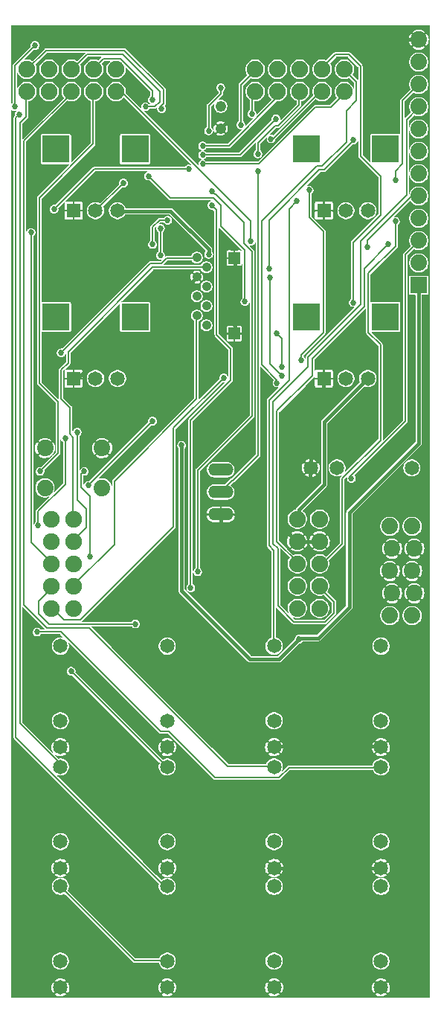
<source format=gbr>
G04 #@! TF.GenerationSoftware,KiCad,Pcbnew,8.0.0*
G04 #@! TF.CreationDate,2024-07-20T14:52:05+02:00*
G04 #@! TF.ProjectId,ES_Daisy_Patch_SM_FB_Rev1,45535f44-6169-4737-995f-50617463685f,rev?*
G04 #@! TF.SameCoordinates,Original*
G04 #@! TF.FileFunction,Copper,L2,Bot*
G04 #@! TF.FilePolarity,Positive*
%FSLAX46Y46*%
G04 Gerber Fmt 4.6, Leading zero omitted, Abs format (unit mm)*
G04 Created by KiCad (PCBNEW 8.0.0) date 2024-07-20 14:52:05*
%MOMM*%
%LPD*%
G01*
G04 APERTURE LIST*
G04 #@! TA.AperFunction,ComponentPad*
%ADD10C,1.650000*%
G04 #@! TD*
G04 #@! TA.AperFunction,ComponentPad*
%ADD11R,1.350000X1.350000*%
G04 #@! TD*
G04 #@! TA.AperFunction,ComponentPad*
%ADD12C,1.055600*%
G04 #@! TD*
G04 #@! TA.AperFunction,ComponentPad*
%ADD13R,1.650000X1.650000*%
G04 #@! TD*
G04 #@! TA.AperFunction,ComponentPad*
%ADD14R,3.116000X3.116000*%
G04 #@! TD*
G04 #@! TA.AperFunction,ComponentPad*
%ADD15C,1.219200*%
G04 #@! TD*
G04 #@! TA.AperFunction,ComponentPad*
%ADD16C,1.879600*%
G04 #@! TD*
G04 #@! TA.AperFunction,ComponentPad*
%ADD17O,2.844800X1.422400*%
G04 #@! TD*
G04 #@! TA.AperFunction,ComponentPad*
%ADD18C,1.905000*%
G04 #@! TD*
G04 #@! TA.AperFunction,ComponentPad*
%ADD19R,1.879600X1.879600*%
G04 #@! TD*
G04 #@! TA.AperFunction,ViaPad*
%ADD20C,0.685800*%
G04 #@! TD*
G04 #@! TA.AperFunction,Conductor*
%ADD21C,0.406400*%
G04 #@! TD*
G04 #@! TA.AperFunction,Conductor*
%ADD22C,0.406000*%
G04 #@! TD*
G04 #@! TA.AperFunction,Conductor*
%ADD23C,0.203200*%
G04 #@! TD*
G04 APERTURE END LIST*
D10*
X130251100Y-145565500D03*
X130251100Y-142565500D03*
X130251100Y-134065500D03*
X142417800Y-145565500D03*
X142417800Y-142565500D03*
X142417800Y-134065500D03*
X154584400Y-145565500D03*
X154584400Y-142565500D03*
X154584400Y-134065500D03*
X166751100Y-145565500D03*
X166751100Y-142565500D03*
X166751100Y-134065500D03*
X158751100Y-100035800D03*
X161751100Y-100035800D03*
X170251100Y-100035800D03*
X130251100Y-131815500D03*
X130251100Y-128815500D03*
X130251100Y-120315500D03*
X142417800Y-131815500D03*
X142417800Y-128815500D03*
X142417800Y-120315500D03*
X154584400Y-131815500D03*
X154584400Y-128815500D03*
X154584400Y-120315500D03*
X166751100Y-131815500D03*
X166751100Y-128815500D03*
X166751100Y-120315500D03*
X130251100Y-159153600D03*
X130251100Y-156153600D03*
X130251100Y-147653600D03*
X154584400Y-159153600D03*
X154584400Y-156153600D03*
X154584400Y-147653600D03*
X142417800Y-159153600D03*
X142417800Y-156153600D03*
X142417800Y-147653600D03*
X166751100Y-159153600D03*
X166751100Y-156153600D03*
X166751100Y-147653600D03*
D11*
X150051100Y-84755400D03*
X150051100Y-76155400D03*
D12*
X146881100Y-83805400D03*
X145781100Y-82705400D03*
X146881100Y-81605400D03*
X145781100Y-80505400D03*
X146881100Y-79405400D03*
X145781100Y-78305400D03*
X146881100Y-77205400D03*
X145781100Y-76105400D03*
D13*
X131751100Y-70755600D03*
D10*
X134251100Y-70755600D03*
X136751100Y-70755600D03*
D14*
X129751100Y-63755600D03*
X138751100Y-63755600D03*
D13*
X160251100Y-70755600D03*
D10*
X162751100Y-70755600D03*
X165251100Y-70755600D03*
D14*
X158251100Y-63755600D03*
X167251100Y-63755600D03*
D13*
X131751100Y-89864800D03*
D10*
X134251100Y-89864800D03*
X136751100Y-89864800D03*
D14*
X129751100Y-82864800D03*
X138751100Y-82864800D03*
D13*
X160251100Y-89864800D03*
D10*
X162751100Y-89864800D03*
X165251100Y-89864800D03*
D14*
X158251100Y-82864800D03*
X167251100Y-82864800D03*
D15*
X148501100Y-58857500D03*
X148501100Y-61397500D03*
D16*
X135002300Y-102296400D03*
X128499900Y-102296400D03*
X135002300Y-97775200D03*
X128499900Y-97775200D03*
D17*
X148501100Y-105325800D03*
X148501100Y-102785800D03*
X148501100Y-100245800D03*
D18*
X159771100Y-116013600D03*
X159771100Y-113473600D03*
X159771100Y-110933600D03*
X159771100Y-108393600D03*
X159771100Y-105853600D03*
X157231100Y-105853600D03*
X157231100Y-108393600D03*
X157231100Y-110933600D03*
X157231100Y-113473600D03*
X157231100Y-116013600D03*
X162581100Y-54663600D03*
X160041100Y-54663600D03*
X157501100Y-54663600D03*
X154961100Y-54663600D03*
X152421100Y-54663600D03*
X152421100Y-57203600D03*
X154961100Y-57203600D03*
X157501100Y-57203600D03*
X160041100Y-57203600D03*
X162581100Y-57203600D03*
X136581100Y-54663600D03*
X134041100Y-54663600D03*
X131501100Y-54663600D03*
X128961100Y-54663600D03*
X126421100Y-54663600D03*
X126421100Y-57203600D03*
X128961100Y-57203600D03*
X131501100Y-57203600D03*
X134041100Y-57203600D03*
X136581100Y-57203600D03*
X131771100Y-116013600D03*
X131771100Y-113473600D03*
X131771100Y-110933600D03*
X131771100Y-108393600D03*
X131771100Y-105853600D03*
X129231100Y-105853600D03*
X129231100Y-108393600D03*
X129231100Y-110933600D03*
X129231100Y-113473600D03*
X129231100Y-116013600D03*
D16*
X168008100Y-109223600D03*
X170548100Y-109223600D03*
X167754100Y-111763600D03*
X170294100Y-111763600D03*
X168008100Y-114303600D03*
X170548100Y-114303600D03*
X167754100Y-116843600D03*
X170294100Y-116843600D03*
X167754100Y-106683600D03*
X170294100Y-106683600D03*
D19*
X171051100Y-79253600D03*
D16*
X171051100Y-76713600D03*
X171051100Y-74173600D03*
X171051100Y-71633600D03*
X171051100Y-69093600D03*
X171051100Y-66553600D03*
X171051100Y-64013600D03*
X171051100Y-61473600D03*
X171051100Y-58933600D03*
X171051100Y-56393600D03*
X171051100Y-53853600D03*
X171051100Y-51313600D03*
D20*
X148511400Y-117106000D03*
X147139800Y-75729400D03*
X144053700Y-97446400D03*
X157426800Y-119506300D03*
X167599500Y-74586400D03*
X168399600Y-71957500D03*
X168399600Y-67271200D03*
X163370400Y-101218300D03*
X154912200Y-90359800D03*
X133423800Y-102018400D03*
X140739000Y-94703200D03*
X140739000Y-74586400D03*
X142453500Y-71843200D03*
X146454000Y-65442400D03*
X163599000Y-81215800D03*
X145082400Y-113677000D03*
X147482700Y-70128700D03*
X154226400Y-62584900D03*
X125537100Y-59841700D03*
X152740500Y-66242500D03*
X152740500Y-64299400D03*
X148511400Y-56755600D03*
X147139800Y-61670500D03*
X147482700Y-68528500D03*
X145882500Y-111848200D03*
X146454000Y-63385000D03*
X141653400Y-72757600D03*
X141653400Y-75843700D03*
X157198200Y-69671500D03*
X150797400Y-60984700D03*
X157655400Y-87730900D03*
X158569800Y-68414200D03*
X152054700Y-59727400D03*
X155483700Y-89559700D03*
X154112100Y-78358300D03*
X151940400Y-74243500D03*
X155483700Y-88531000D03*
X154912200Y-84759100D03*
X151254600Y-81101500D03*
X140281800Y-66814000D03*
X140739000Y-58127200D03*
X127594500Y-118706200D03*
X127937400Y-100418200D03*
X139938900Y-58927300D03*
X131480700Y-123163900D03*
X127708800Y-106590400D03*
X130794900Y-96646300D03*
X137424300Y-67614100D03*
X141767700Y-59155900D03*
X130337700Y-86930800D03*
X132166500Y-95960500D03*
X126908700Y-73214800D03*
X129537600Y-70585900D03*
X144853800Y-66013900D03*
X146454000Y-64413700D03*
X154797900Y-60298900D03*
X138795900Y-117791800D03*
X165199200Y-74929300D03*
X148854300Y-89788300D03*
X153997800Y-77329600D03*
X163599000Y-62699200D03*
X133652400Y-110133700D03*
X132966600Y-100418200D03*
X125079900Y-58927300D03*
X127365900Y-51955000D03*
D21*
X150111600Y-76186600D02*
X150111600Y-84644800D01*
X150111600Y-84644800D02*
X150051100Y-84755400D01*
X150111600Y-76186600D02*
X150051100Y-76155400D01*
X149768700Y-55155400D02*
X153540600Y-51383500D01*
X149768700Y-60070300D02*
X149768700Y-55155400D01*
X148511400Y-61327600D02*
X149768700Y-60070300D01*
X148511400Y-61327600D02*
X148501100Y-61397500D01*
X132280800Y-89788300D02*
X131823600Y-89788300D01*
X136967100Y-85102000D02*
X132280800Y-89788300D01*
X140510400Y-85102000D02*
X136967100Y-85102000D01*
X144625200Y-80987200D02*
X140510400Y-85102000D01*
X144625200Y-79501300D02*
X144625200Y-80987200D01*
X145768200Y-78358300D02*
X144625200Y-79501300D01*
X131823600Y-89788300D02*
X131751100Y-89864800D01*
X145768200Y-78358300D02*
X145781100Y-78305400D01*
X158684100Y-102247000D02*
X158684100Y-100075300D01*
X155712300Y-105218800D02*
X158684100Y-102247000D01*
X155712300Y-106933300D02*
X155712300Y-105218800D01*
X157083900Y-108304900D02*
X155712300Y-106933300D01*
X158684100Y-100075300D02*
X158751100Y-100035800D01*
X157083900Y-108304900D02*
X157104100Y-108393600D01*
X160170000Y-93674500D02*
X160170000Y-89902600D01*
X158798400Y-95046100D02*
X160170000Y-93674500D01*
X158798400Y-99846700D02*
X158798400Y-95046100D01*
X160170000Y-89902600D02*
X160251100Y-89864800D01*
X158798400Y-99846700D02*
X158751100Y-100035800D01*
X157312500Y-108419200D02*
X159598500Y-108419200D01*
X159598500Y-108419200D02*
X159644100Y-108393600D01*
X157312500Y-108419200D02*
X157104100Y-108393600D01*
X154683600Y-131736400D02*
X165313500Y-131736400D01*
X165313500Y-131736400D02*
X166685100Y-131736400D01*
X166685100Y-131736400D02*
X166751100Y-131815500D01*
X154683600Y-131736400D02*
X154584400Y-131815500D01*
X154683600Y-145566700D02*
X166685100Y-145566700D01*
X166685100Y-145566700D02*
X166751100Y-145565500D01*
X154683600Y-145566700D02*
X154584400Y-145565500D01*
X165313500Y-116991700D02*
X167942400Y-114362800D01*
X165313500Y-131736400D02*
X165313500Y-116991700D01*
X167942400Y-114362800D02*
X168008100Y-114303600D01*
X148511400Y-117106000D02*
X148511400Y-105333100D01*
X148511400Y-105333100D02*
X148501100Y-105325800D01*
D22*
X153610500Y-51313600D02*
X171051100Y-51313600D01*
X153540600Y-51383500D02*
X153610500Y-51313600D01*
D21*
X157426800Y-104761600D02*
X157426800Y-105790300D01*
X160284300Y-101904100D02*
X157426800Y-104761600D01*
X160284300Y-94817500D02*
X160284300Y-101904100D01*
X165199200Y-89902600D02*
X160284300Y-94817500D01*
X157426800Y-105790300D02*
X157358100Y-105853600D01*
X165199200Y-89902600D02*
X165251100Y-89864800D01*
X142796400Y-70814500D02*
X136852800Y-70814500D01*
X147139800Y-75157900D02*
X142796400Y-70814500D01*
X147139800Y-75729400D02*
X147139800Y-75157900D01*
X136852800Y-70814500D02*
X136751100Y-70755600D01*
X144053700Y-114019900D02*
X144053700Y-97446400D01*
X151826100Y-121792300D02*
X144053700Y-114019900D01*
X155140800Y-121792300D02*
X151826100Y-121792300D01*
X157426800Y-119506300D02*
X155140800Y-121792300D01*
X171028500Y-97217800D02*
X171028500Y-81393600D01*
X171028500Y-81393600D02*
X171028500Y-81177700D01*
X163141800Y-105104500D02*
X171028500Y-97217800D01*
X163141800Y-115848700D02*
X163141800Y-105104500D01*
X159598500Y-119392000D02*
X163141800Y-115848700D01*
X157541100Y-119392000D02*
X159598500Y-119392000D01*
X157541100Y-119392000D02*
X157426800Y-119506300D01*
X171028500Y-81177700D02*
X171028500Y-79276200D01*
X171028500Y-79276200D02*
X171051100Y-79253600D01*
D23*
X154912200Y-108419200D02*
X157312500Y-110819500D01*
X154912200Y-93560200D02*
X154912200Y-108419200D01*
X158912700Y-89559700D02*
X154912200Y-93560200D01*
X158912700Y-87616600D02*
X158912700Y-89559700D01*
X164856300Y-81673000D02*
X158912700Y-87616600D01*
X164856300Y-77329600D02*
X164856300Y-81673000D01*
X167599500Y-74586400D02*
X164856300Y-77329600D01*
X157312500Y-110819500D02*
X157358100Y-110933600D01*
X168399600Y-66242500D02*
X168399600Y-67271200D01*
X169199700Y-65442400D02*
X168399600Y-66242500D01*
X169199700Y-65442400D02*
X169199700Y-58241500D01*
X171047600Y-56393600D02*
X171051100Y-56393600D01*
X169199700Y-58241500D02*
X171047600Y-56393600D01*
X168399600Y-74815000D02*
X165313500Y-77901100D01*
X165313500Y-84644800D02*
X166685100Y-86016400D01*
X165313500Y-77901100D02*
X165313500Y-84644800D01*
X166685100Y-86016400D02*
X166685100Y-96874900D01*
X162341700Y-101218300D02*
X162341700Y-108658300D01*
X159941400Y-110819500D02*
X159898100Y-110933600D01*
X166685100Y-96874900D02*
X162341700Y-101218300D01*
X160180500Y-110819500D02*
X159941400Y-110819500D01*
X168399600Y-71957500D02*
X168399600Y-74815000D01*
X162341700Y-108658300D02*
X160180500Y-110819500D01*
X163370400Y-100875400D02*
X163370400Y-101218300D01*
X169542600Y-94703200D02*
X163370400Y-100875400D01*
X169542600Y-75729400D02*
X169542600Y-94703200D01*
X171051100Y-74173600D02*
X171051100Y-74220900D01*
X171051100Y-74220900D02*
X169542600Y-75729400D01*
X161427300Y-115277200D02*
X159712800Y-113562700D01*
X161427300Y-116534500D02*
X161427300Y-115277200D01*
X160398600Y-117563200D02*
X161427300Y-116534500D01*
X156855300Y-117563200D02*
X160398600Y-117563200D01*
X155026500Y-115734400D02*
X156855300Y-117563200D01*
X155026500Y-109219300D02*
X155026500Y-115734400D01*
X154455000Y-108647800D02*
X155026500Y-109219300D01*
X154455000Y-92531500D02*
X154455000Y-108647800D01*
X158455500Y-88531000D02*
X154455000Y-92531500D01*
X158455500Y-87388000D02*
X158455500Y-88531000D01*
X164399100Y-81444400D02*
X158455500Y-87388000D01*
X164399100Y-74243500D02*
X164399100Y-81444400D01*
X169656900Y-68985700D02*
X164399100Y-74243500D01*
X169656900Y-68985700D02*
X169656900Y-60413200D01*
X159712800Y-113562700D02*
X159644100Y-113473600D01*
X171051100Y-59019000D02*
X171051100Y-58933600D01*
X169656900Y-60413200D02*
X171051100Y-59019000D01*
X163941900Y-58228350D02*
X162798900Y-59371350D01*
X162798900Y-59371350D02*
X162798900Y-62927800D01*
X153197700Y-88302400D02*
X154912200Y-90016900D01*
X162581100Y-54790600D02*
X162684600Y-54812500D01*
X163941900Y-56069800D02*
X163941900Y-58228350D01*
X160055700Y-65671000D02*
X159484200Y-65671000D01*
X162798900Y-62927800D02*
X160055700Y-65671000D01*
X154912200Y-90016900D02*
X154912200Y-90359800D01*
X162684600Y-54812500D02*
X163941900Y-56069800D01*
X153197700Y-71957500D02*
X153197700Y-88302400D01*
X159484200Y-65671000D02*
X153197700Y-71957500D01*
X140739000Y-94703200D02*
X133423800Y-102018400D01*
X140739000Y-72643300D02*
X140739000Y-74586400D01*
X141539100Y-71843200D02*
X140739000Y-72643300D01*
X142453500Y-71843200D02*
X141539100Y-71843200D01*
X162581100Y-57330600D02*
X162570300Y-57441400D01*
X152854800Y-65442400D02*
X146454000Y-65442400D01*
X162570300Y-57441400D02*
X161011700Y-59000000D01*
X159297200Y-59000000D02*
X152854800Y-65442400D01*
X161011700Y-59000000D02*
X159297200Y-59000000D01*
X163599000Y-74357800D02*
X163599000Y-81215800D01*
X161525300Y-53000000D02*
X163100450Y-53000000D01*
X164399100Y-64528000D02*
X166685100Y-66814000D01*
X166685100Y-66814000D02*
X166685100Y-71271700D01*
X160041100Y-54536600D02*
X160055700Y-54469600D01*
X166685100Y-71271700D02*
X163599000Y-74357800D01*
X160055700Y-54469600D02*
X161525300Y-53000000D01*
X163100450Y-53000000D02*
X164399100Y-54298650D01*
X164399100Y-54298650D02*
X164399100Y-64528000D01*
X145082400Y-94588900D02*
X145082400Y-113677000D01*
X149654400Y-90016900D02*
X145082400Y-94588900D01*
X149654400Y-86473600D02*
X149654400Y-90016900D01*
X148054200Y-84873400D02*
X149654400Y-86473600D01*
X148054200Y-70700200D02*
X148054200Y-84873400D01*
X147482700Y-70128700D02*
X148054200Y-70700200D01*
X154455000Y-62584900D02*
X154226400Y-62584900D01*
X159941400Y-57098500D02*
X154455000Y-62584900D01*
X159941400Y-57098500D02*
X160041100Y-57076600D01*
X142110600Y-147624100D02*
X142339200Y-147624100D01*
X125194200Y-130707700D02*
X142110600Y-147624100D01*
X125194200Y-60184600D02*
X125194200Y-130707700D01*
X125537100Y-59841700D02*
X125194200Y-60184600D01*
X142339200Y-147624100D02*
X142417800Y-147653600D01*
X149768700Y-101446900D02*
X148511400Y-102704200D01*
X149883000Y-101446900D02*
X149768700Y-101446900D01*
X152740500Y-98589400D02*
X149883000Y-101446900D01*
X152740500Y-66242500D02*
X152740500Y-98589400D01*
X152740500Y-63042100D02*
X152740500Y-64299400D01*
X154683600Y-61099000D02*
X152740500Y-63042100D01*
X155026500Y-61099000D02*
X154683600Y-61099000D01*
X157426800Y-58698700D02*
X155026500Y-61099000D01*
X157426800Y-57441400D02*
X157426800Y-58698700D01*
X148511400Y-102704200D02*
X148501100Y-102785800D01*
X157426800Y-57441400D02*
X157501100Y-57330600D01*
X138681600Y-156082300D02*
X142339200Y-156082300D01*
X130337700Y-147738400D02*
X138681600Y-156082300D01*
X142339200Y-156082300D02*
X142417800Y-156153600D01*
X130337700Y-147738400D02*
X130251100Y-147653600D01*
X148511400Y-57441400D02*
X148511400Y-56755600D01*
X147139800Y-58813000D02*
X148511400Y-57441400D01*
X147139800Y-61670500D02*
X147139800Y-58813000D01*
X147825600Y-68871400D02*
X147482700Y-68528500D01*
X147939900Y-68871400D02*
X147825600Y-68871400D01*
X151140300Y-72071800D02*
X147939900Y-68871400D01*
X151140300Y-74472100D02*
X151140300Y-72071800D01*
X152054700Y-75386500D02*
X151140300Y-74472100D01*
X152054700Y-94131700D02*
X152054700Y-75386500D01*
X145882500Y-100303900D02*
X152054700Y-94131700D01*
X145882500Y-111848200D02*
X145882500Y-100303900D01*
X154912200Y-57898600D02*
X154912200Y-57098500D01*
X149425800Y-63385000D02*
X154912200Y-57898600D01*
X146454000Y-63385000D02*
X149425800Y-63385000D01*
X141653400Y-75843700D02*
X141653400Y-72757600D01*
X154912200Y-57098500D02*
X154961100Y-57076600D01*
X154569300Y-109447900D02*
X154569300Y-120306400D01*
X153997800Y-108876400D02*
X154569300Y-109447900D01*
X153997800Y-92302900D02*
X153997800Y-108876400D01*
X156283800Y-90016900D02*
X153997800Y-92302900D01*
X156283800Y-70585900D02*
X156283800Y-90016900D01*
X157198200Y-69671500D02*
X156283800Y-70585900D01*
X150797400Y-56412700D02*
X150797400Y-60984700D01*
X152397600Y-54812500D02*
X150797400Y-56412700D01*
X154569300Y-120306400D02*
X154584400Y-120315500D01*
X152397600Y-54812500D02*
X152421100Y-54790600D01*
X157655400Y-87159400D02*
X157655400Y-87730900D01*
X160170000Y-84644800D02*
X157655400Y-87159400D01*
X160170000Y-73100500D02*
X160170000Y-84644800D01*
X158569800Y-71500300D02*
X160170000Y-73100500D01*
X158569800Y-68414200D02*
X158569800Y-71500300D01*
X152054700Y-57784300D02*
X152054700Y-59727400D01*
X152397600Y-57441400D02*
X152054700Y-57784300D01*
X152397600Y-57441400D02*
X152421100Y-57330600D01*
X154112100Y-88188100D02*
X155483700Y-89559700D01*
X154112100Y-78358300D02*
X154112100Y-88188100D01*
X151940400Y-71957500D02*
X151940400Y-74243500D01*
X137424300Y-57441400D02*
X151940400Y-71957500D01*
X136624200Y-57441400D02*
X137424300Y-57441400D01*
X136624200Y-57441400D02*
X136581100Y-57330600D01*
X155483700Y-85330600D02*
X155483700Y-88531000D01*
X154912200Y-84759100D02*
X155483700Y-85330600D01*
X151254600Y-75272200D02*
X151254600Y-81101500D01*
X148511400Y-72529000D02*
X151254600Y-75272200D01*
X148511400Y-70128700D02*
X148511400Y-72529000D01*
X147711300Y-69328600D02*
X148511400Y-70128700D01*
X142796400Y-69328600D02*
X147711300Y-69328600D01*
X140281800Y-66814000D02*
X142796400Y-69328600D01*
X140739000Y-57098500D02*
X140739000Y-58127200D01*
X137081400Y-53440900D02*
X140739000Y-57098500D01*
X135138300Y-53440900D02*
X137081400Y-53440900D01*
X134109600Y-54469600D02*
X135138300Y-53440900D01*
X134109600Y-54469600D02*
X134041100Y-54536600D01*
X156283800Y-134136700D02*
X166685100Y-134136700D01*
X155140800Y-135279700D02*
X156283800Y-134136700D01*
X147825600Y-135279700D02*
X155140800Y-135279700D01*
X142567800Y-130021900D02*
X147825600Y-135279700D01*
X141653400Y-130021900D02*
X142567800Y-130021900D01*
X130337700Y-118706200D02*
X141653400Y-130021900D01*
X127594500Y-118706200D02*
X130337700Y-118706200D01*
X129994800Y-98360800D02*
X127937400Y-100418200D01*
X129994800Y-92531500D02*
X129994800Y-98360800D01*
X127823100Y-90359800D02*
X129994800Y-92531500D01*
X127823100Y-69328600D02*
X127823100Y-90359800D01*
X133995300Y-63156400D02*
X127823100Y-69328600D01*
X133995300Y-57098500D02*
X133995300Y-63156400D01*
X166685100Y-134136700D02*
X166751100Y-134065500D01*
X133995300Y-57098500D02*
X134041100Y-57076600D01*
X140967600Y-58927300D02*
X139938900Y-58927300D01*
X141539100Y-58355800D02*
X140967600Y-58927300D01*
X141539100Y-57212800D02*
X141539100Y-58355800D01*
X137310000Y-52983700D02*
X141539100Y-57212800D01*
X133309500Y-52983700D02*
X137310000Y-52983700D01*
X131595000Y-54698200D02*
X133309500Y-52983700D01*
X131595000Y-54698200D02*
X131501100Y-54790600D01*
X131501100Y-57330600D02*
X131480700Y-57441400D01*
X149311500Y-134022400D02*
X154569300Y-134022400D01*
X126108600Y-115650050D02*
X128707550Y-118249000D01*
X154569300Y-134022400D02*
X154584400Y-134065500D01*
X128707550Y-118249000D02*
X133538100Y-118249000D01*
X131480700Y-57441400D02*
X126108600Y-62813500D01*
X133538100Y-118249000D02*
X149311500Y-134022400D01*
X126108600Y-62813500D02*
X126108600Y-115650050D01*
X131480700Y-123163900D02*
X142339200Y-134022400D01*
X127708800Y-104990200D02*
X127708800Y-106590400D01*
X130794900Y-101904100D02*
X127708800Y-104990200D01*
X130794900Y-96646300D02*
X130794900Y-101904100D01*
X142339200Y-134022400D02*
X142417800Y-134065500D01*
X137424300Y-67614100D02*
X134338200Y-70700200D01*
X141767700Y-58813000D02*
X141767700Y-59155900D01*
X141996300Y-58584400D02*
X141767700Y-58813000D01*
X141996300Y-56984200D02*
X141996300Y-58584400D01*
X137538600Y-52526500D02*
X141996300Y-56984200D01*
X128623200Y-52526500D02*
X137538600Y-52526500D01*
X126451500Y-54698200D02*
X128623200Y-52526500D01*
X134338200Y-70700200D02*
X134251100Y-70755600D01*
X126451500Y-54698200D02*
X126421100Y-54790600D01*
X130223400Y-133679500D02*
X130223400Y-134022400D01*
X125651400Y-129107500D02*
X130223400Y-133679500D01*
X125651400Y-60756100D02*
X125651400Y-129107500D01*
X126337200Y-60070300D02*
X125651400Y-60756100D01*
X126337200Y-57441400D02*
X126337200Y-60070300D01*
X130223400Y-134022400D02*
X130251100Y-134065500D01*
X126337200Y-57441400D02*
X126421100Y-57330600D01*
X140739000Y-77215300D02*
X146796900Y-77215300D01*
X131137800Y-86816500D02*
X140739000Y-77215300D01*
X131137800Y-88073800D02*
X131137800Y-86816500D01*
X130337700Y-88873900D02*
X131137800Y-88073800D01*
X130337700Y-92188600D02*
X130337700Y-88873900D01*
X131366400Y-93217300D02*
X130337700Y-92188600D01*
X131366400Y-96189100D02*
X131366400Y-93217300D01*
X131709300Y-96532000D02*
X131366400Y-96189100D01*
X131709300Y-105676000D02*
X131709300Y-96532000D01*
X131823600Y-105790300D02*
X131709300Y-105676000D01*
X146796900Y-77215300D02*
X146881100Y-77205400D01*
X131823600Y-105790300D02*
X131898100Y-105853600D01*
X142339200Y-76186600D02*
X145768200Y-76186600D01*
X141767700Y-76758100D02*
X142339200Y-76186600D01*
X140510400Y-76758100D02*
X141767700Y-76758100D01*
X130337700Y-86930800D02*
X140510400Y-76758100D01*
X145768200Y-76186600D02*
X145781100Y-76105400D01*
X131644100Y-108393600D02*
X131709300Y-108304900D01*
X131709300Y-108304900D02*
X133195200Y-106819000D01*
X133195200Y-106819000D02*
X133195200Y-104707000D01*
X132166500Y-103678300D02*
X132166500Y-95960500D01*
X133195200Y-104707000D02*
X132166500Y-103678300D01*
X134109600Y-66013900D02*
X129537600Y-70585900D01*
X144853800Y-66013900D02*
X134109600Y-66013900D01*
X150683100Y-64413700D02*
X146454000Y-64413700D01*
X154797900Y-60298900D02*
X150683100Y-64413700D01*
X126908700Y-108492500D02*
X129235700Y-110819500D01*
X126908700Y-73214800D02*
X126908700Y-108492500D01*
X129309000Y-110819500D02*
X129358100Y-110933600D01*
X129235700Y-110819500D02*
X129309000Y-110819500D01*
X165199200Y-74129200D02*
X165199200Y-74929300D01*
X170228400Y-69100000D02*
X165199200Y-74129200D01*
X171051100Y-69093600D02*
X171044700Y-69100000D01*
X171044700Y-69100000D02*
X170228400Y-69100000D01*
X129080400Y-113919600D02*
X129080400Y-113562700D01*
X127800000Y-116600000D02*
X127800000Y-115200000D01*
X128991800Y-117791800D02*
X127800000Y-116600000D01*
X127800000Y-115200000D02*
X129080400Y-113919600D01*
X138795900Y-117791800D02*
X128991800Y-117791800D01*
X129080400Y-113562700D02*
X129104100Y-113473600D01*
X145768200Y-92188600D02*
X145768200Y-82816000D01*
X136395600Y-101561200D02*
X145768200Y-92188600D01*
X136395600Y-108762100D02*
X136395600Y-101561200D01*
X131709300Y-113448400D02*
X136395600Y-108762100D01*
X145768200Y-82816000D02*
X145781100Y-82705400D01*
X131709300Y-113448400D02*
X131644100Y-113473600D01*
X153997800Y-71843200D02*
X153997800Y-77329600D01*
X159712800Y-66128200D02*
X153997800Y-71843200D01*
X160284300Y-66128200D02*
X159712800Y-66128200D01*
X163599000Y-62813500D02*
X160284300Y-66128200D01*
X163599000Y-62699200D02*
X163599000Y-62813500D01*
X148854300Y-89788300D02*
X143139300Y-95503300D01*
X143139300Y-95503300D02*
X143139300Y-106704700D01*
X129423300Y-116077300D02*
X129358100Y-116013600D01*
X130680600Y-117334600D02*
X129423300Y-116077300D01*
X132509400Y-117334600D02*
X130680600Y-117334600D01*
X143139300Y-106704700D02*
X132509400Y-117334600D01*
X133652400Y-103275700D02*
X133652400Y-110133700D01*
X132623700Y-102247000D02*
X133652400Y-103275700D01*
X132623700Y-100761100D02*
X132623700Y-102247000D01*
X132966600Y-100418200D02*
X132623700Y-100761100D01*
X125079900Y-54241000D02*
X125079900Y-58927300D01*
X127365900Y-51955000D02*
X125079900Y-54241000D01*
G04 #@! TA.AperFunction,Conductor*
G36*
X172313690Y-49686314D02*
G01*
X172326721Y-49708884D01*
X172327300Y-49715500D01*
X172327300Y-160291700D01*
X172318386Y-160316190D01*
X172295816Y-160329221D01*
X172289200Y-160329800D01*
X124713000Y-160329800D01*
X124688510Y-160320886D01*
X124675479Y-160298316D01*
X124674900Y-160291700D01*
X124674900Y-159916734D01*
X129631084Y-159916734D01*
X129700512Y-160026145D01*
X129874892Y-160114982D01*
X130069677Y-160169904D01*
X130271435Y-160185769D01*
X130472411Y-160161969D01*
X130665247Y-160099299D01*
X130801471Y-160026485D01*
X130871115Y-159916734D01*
X141797784Y-159916734D01*
X141867212Y-160026145D01*
X142041592Y-160114982D01*
X142236377Y-160169904D01*
X142438135Y-160185769D01*
X142639111Y-160161969D01*
X142831947Y-160099299D01*
X142968171Y-160026485D01*
X143037815Y-159916734D01*
X153964384Y-159916734D01*
X154033812Y-160026145D01*
X154208192Y-160114982D01*
X154402977Y-160169904D01*
X154604735Y-160185769D01*
X154805711Y-160161969D01*
X154998547Y-160099299D01*
X155134771Y-160026485D01*
X155204415Y-159916734D01*
X166131084Y-159916734D01*
X166200512Y-160026145D01*
X166374892Y-160114982D01*
X166569677Y-160169904D01*
X166771435Y-160185769D01*
X166972411Y-160161969D01*
X167165247Y-160099299D01*
X167301471Y-160026485D01*
X167371115Y-159916734D01*
X166751100Y-159296719D01*
X166131084Y-159916734D01*
X155204415Y-159916734D01*
X154584400Y-159296719D01*
X153964384Y-159916734D01*
X143037815Y-159916734D01*
X142417800Y-159296719D01*
X141797784Y-159916734D01*
X130871115Y-159916734D01*
X130251100Y-159296719D01*
X129631084Y-159916734D01*
X124674900Y-159916734D01*
X124674900Y-159173935D01*
X129218930Y-159173935D01*
X129242730Y-159374911D01*
X129305400Y-159567747D01*
X129378214Y-159703971D01*
X129487965Y-159773615D01*
X130107981Y-159153600D01*
X130394219Y-159153600D01*
X131014234Y-159773615D01*
X131123645Y-159704187D01*
X131212482Y-159529807D01*
X131267404Y-159335022D01*
X131280071Y-159173935D01*
X141385630Y-159173935D01*
X141409430Y-159374911D01*
X141472100Y-159567747D01*
X141544914Y-159703971D01*
X141654665Y-159773615D01*
X142274681Y-159153600D01*
X142560919Y-159153600D01*
X143180934Y-159773615D01*
X143290345Y-159704187D01*
X143379182Y-159529807D01*
X143434104Y-159335022D01*
X143446771Y-159173935D01*
X153552230Y-159173935D01*
X153576030Y-159374911D01*
X153638700Y-159567747D01*
X153711514Y-159703971D01*
X153821265Y-159773615D01*
X154441281Y-159153600D01*
X154727519Y-159153600D01*
X155347534Y-159773615D01*
X155456945Y-159704187D01*
X155545782Y-159529807D01*
X155600704Y-159335022D01*
X155613371Y-159173935D01*
X165718930Y-159173935D01*
X165742730Y-159374911D01*
X165805400Y-159567747D01*
X165878214Y-159703971D01*
X165987965Y-159773615D01*
X166607981Y-159153600D01*
X166894219Y-159153600D01*
X167514234Y-159773615D01*
X167623645Y-159704187D01*
X167712482Y-159529807D01*
X167767404Y-159335022D01*
X167783269Y-159133264D01*
X167759469Y-158932288D01*
X167696799Y-158739452D01*
X167623985Y-158603228D01*
X167514234Y-158533584D01*
X166894219Y-159153600D01*
X166607981Y-159153600D01*
X165987965Y-158533584D01*
X165878554Y-158603012D01*
X165789717Y-158777392D01*
X165734795Y-158972177D01*
X165718930Y-159173935D01*
X155613371Y-159173935D01*
X155613547Y-159171703D01*
X155616569Y-159133264D01*
X155592769Y-158932288D01*
X155530099Y-158739452D01*
X155457285Y-158603228D01*
X155347534Y-158533584D01*
X154727519Y-159153600D01*
X154441281Y-159153600D01*
X153821265Y-158533584D01*
X153711854Y-158603012D01*
X153623017Y-158777392D01*
X153568095Y-158972177D01*
X153552230Y-159173935D01*
X143446771Y-159173935D01*
X143446947Y-159171703D01*
X143449969Y-159133264D01*
X143426169Y-158932288D01*
X143363499Y-158739452D01*
X143290685Y-158603228D01*
X143180934Y-158533584D01*
X142560919Y-159153600D01*
X142274681Y-159153600D01*
X141654665Y-158533584D01*
X141545254Y-158603012D01*
X141456417Y-158777392D01*
X141401495Y-158972177D01*
X141385630Y-159173935D01*
X131280071Y-159173935D01*
X131280247Y-159171703D01*
X131283269Y-159133264D01*
X131259469Y-158932288D01*
X131196799Y-158739452D01*
X131123985Y-158603228D01*
X131014234Y-158533584D01*
X130394219Y-159153600D01*
X130107981Y-159153600D01*
X129487965Y-158533584D01*
X129378554Y-158603012D01*
X129289717Y-158777392D01*
X129234795Y-158972177D01*
X129218930Y-159173935D01*
X124674900Y-159173935D01*
X124674900Y-158390465D01*
X129631084Y-158390465D01*
X130251100Y-159010481D01*
X130871115Y-158390465D01*
X141797784Y-158390465D01*
X142417800Y-159010481D01*
X143037815Y-158390465D01*
X153964384Y-158390465D01*
X154584400Y-159010481D01*
X155204415Y-158390465D01*
X166131084Y-158390465D01*
X166751100Y-159010481D01*
X167371115Y-158390465D01*
X167301687Y-158281054D01*
X167127307Y-158192217D01*
X166932522Y-158137295D01*
X166730764Y-158121430D01*
X166529788Y-158145230D01*
X166336952Y-158207900D01*
X166200728Y-158280714D01*
X166131084Y-158390465D01*
X155204415Y-158390465D01*
X155134987Y-158281054D01*
X154960607Y-158192217D01*
X154765822Y-158137295D01*
X154564064Y-158121430D01*
X154363088Y-158145230D01*
X154170252Y-158207900D01*
X154034028Y-158280714D01*
X153964384Y-158390465D01*
X143037815Y-158390465D01*
X142968387Y-158281054D01*
X142794007Y-158192217D01*
X142599222Y-158137295D01*
X142397464Y-158121430D01*
X142196488Y-158145230D01*
X142003652Y-158207900D01*
X141867428Y-158280714D01*
X141797784Y-158390465D01*
X130871115Y-158390465D01*
X130801687Y-158281054D01*
X130627307Y-158192217D01*
X130432522Y-158137295D01*
X130230764Y-158121430D01*
X130029788Y-158145230D01*
X129836952Y-158207900D01*
X129700728Y-158280714D01*
X129631084Y-158390465D01*
X124674900Y-158390465D01*
X124674900Y-156249865D01*
X129273700Y-156249865D01*
X129311260Y-156438697D01*
X129384939Y-156616573D01*
X129491901Y-156776654D01*
X129628045Y-156912798D01*
X129788126Y-157019760D01*
X129966002Y-157093439D01*
X130154835Y-157131000D01*
X130347365Y-157131000D01*
X130536197Y-157093439D01*
X130714073Y-157019760D01*
X130874154Y-156912798D01*
X131010298Y-156776654D01*
X131117260Y-156616573D01*
X131190939Y-156438697D01*
X131228500Y-156249865D01*
X131228500Y-156057334D01*
X131190939Y-155868502D01*
X131117260Y-155690626D01*
X131010298Y-155530545D01*
X130874154Y-155394401D01*
X130714073Y-155287439D01*
X130536197Y-155213760D01*
X130347365Y-155176200D01*
X130154835Y-155176200D01*
X129966002Y-155213760D01*
X129788126Y-155287439D01*
X129628045Y-155394401D01*
X129491901Y-155530545D01*
X129384939Y-155690626D01*
X129311260Y-155868502D01*
X129273700Y-156057334D01*
X129273700Y-156249865D01*
X124674900Y-156249865D01*
X124674900Y-147749865D01*
X129273700Y-147749865D01*
X129311260Y-147938697D01*
X129384939Y-148116573D01*
X129491901Y-148276654D01*
X129628045Y-148412798D01*
X129788126Y-148519760D01*
X129966002Y-148593439D01*
X130154835Y-148631000D01*
X130347365Y-148631000D01*
X130536197Y-148593439D01*
X130714071Y-148519761D01*
X130715515Y-148518797D01*
X130740829Y-148512601D01*
X130763625Y-148523534D01*
X138491852Y-156251762D01*
X138494363Y-156254533D01*
X138501126Y-156262773D01*
X138539801Y-156294514D01*
X138583927Y-156318100D01*
X138631805Y-156332623D01*
X138681600Y-156337528D01*
X138692211Y-156336483D01*
X138695946Y-156336300D01*
X141426325Y-156336300D01*
X141450815Y-156345214D01*
X141463693Y-156366967D01*
X141477960Y-156438697D01*
X141551639Y-156616573D01*
X141658601Y-156776654D01*
X141794745Y-156912798D01*
X141954826Y-157019760D01*
X142132702Y-157093439D01*
X142321535Y-157131000D01*
X142514065Y-157131000D01*
X142702897Y-157093439D01*
X142880773Y-157019760D01*
X143040854Y-156912798D01*
X143176998Y-156776654D01*
X143283960Y-156616573D01*
X143357639Y-156438697D01*
X143395200Y-156249865D01*
X153607000Y-156249865D01*
X153644560Y-156438697D01*
X153718239Y-156616573D01*
X153825201Y-156776654D01*
X153961345Y-156912798D01*
X154121426Y-157019760D01*
X154299302Y-157093439D01*
X154488135Y-157131000D01*
X154680665Y-157131000D01*
X154869497Y-157093439D01*
X155047373Y-157019760D01*
X155207454Y-156912798D01*
X155343598Y-156776654D01*
X155450560Y-156616573D01*
X155524239Y-156438697D01*
X155561800Y-156249865D01*
X165773700Y-156249865D01*
X165811260Y-156438697D01*
X165884939Y-156616573D01*
X165991901Y-156776654D01*
X166128045Y-156912798D01*
X166288126Y-157019760D01*
X166466002Y-157093439D01*
X166654835Y-157131000D01*
X166847365Y-157131000D01*
X167036197Y-157093439D01*
X167214073Y-157019760D01*
X167374154Y-156912798D01*
X167510298Y-156776654D01*
X167617260Y-156616573D01*
X167690939Y-156438697D01*
X167728500Y-156249865D01*
X167728500Y-156057334D01*
X167690939Y-155868502D01*
X167617260Y-155690626D01*
X167510298Y-155530545D01*
X167374154Y-155394401D01*
X167214073Y-155287439D01*
X167036197Y-155213760D01*
X166847365Y-155176200D01*
X166654835Y-155176200D01*
X166466002Y-155213760D01*
X166288126Y-155287439D01*
X166128045Y-155394401D01*
X165991901Y-155530545D01*
X165884939Y-155690626D01*
X165811260Y-155868502D01*
X165773700Y-156057334D01*
X165773700Y-156249865D01*
X155561800Y-156249865D01*
X155561800Y-156057334D01*
X155524239Y-155868502D01*
X155450560Y-155690626D01*
X155343598Y-155530545D01*
X155207454Y-155394401D01*
X155047373Y-155287439D01*
X154869497Y-155213760D01*
X154680665Y-155176200D01*
X154488135Y-155176200D01*
X154299302Y-155213760D01*
X154121426Y-155287439D01*
X153961345Y-155394401D01*
X153825201Y-155530545D01*
X153718239Y-155690626D01*
X153644560Y-155868502D01*
X153607000Y-156057334D01*
X153607000Y-156249865D01*
X143395200Y-156249865D01*
X143395200Y-156057334D01*
X143357639Y-155868502D01*
X143283960Y-155690626D01*
X143176998Y-155530545D01*
X143040854Y-155394401D01*
X142880773Y-155287439D01*
X142702897Y-155213760D01*
X142514065Y-155176200D01*
X142321535Y-155176200D01*
X142132702Y-155213760D01*
X141954826Y-155287439D01*
X141794745Y-155394401D01*
X141658601Y-155530545D01*
X141551639Y-155690626D01*
X141504355Y-155804780D01*
X141486748Y-155823995D01*
X141469155Y-155828300D01*
X138802592Y-155828300D01*
X138778102Y-155819386D01*
X138775651Y-155817141D01*
X131122476Y-148163967D01*
X131111462Y-148140347D01*
X131116586Y-148120355D01*
X131115825Y-148120040D01*
X131190939Y-147938697D01*
X131228500Y-147749865D01*
X131228500Y-147557334D01*
X131190939Y-147368502D01*
X131117260Y-147190626D01*
X131010298Y-147030545D01*
X130874154Y-146894401D01*
X130714073Y-146787439D01*
X130536197Y-146713760D01*
X130347365Y-146676200D01*
X130154835Y-146676200D01*
X129966002Y-146713760D01*
X129788126Y-146787439D01*
X129628045Y-146894401D01*
X129491901Y-147030545D01*
X129384939Y-147190626D01*
X129311260Y-147368502D01*
X129273700Y-147557334D01*
X129273700Y-147749865D01*
X124674900Y-147749865D01*
X124674900Y-146328634D01*
X129631084Y-146328634D01*
X129700512Y-146438045D01*
X129874892Y-146526882D01*
X130069677Y-146581804D01*
X130271435Y-146597669D01*
X130472411Y-146573869D01*
X130665247Y-146511199D01*
X130801471Y-146438385D01*
X130871115Y-146328634D01*
X130251100Y-145708619D01*
X129631084Y-146328634D01*
X124674900Y-146328634D01*
X124674900Y-145585835D01*
X129218930Y-145585835D01*
X129242730Y-145786811D01*
X129305400Y-145979647D01*
X129378214Y-146115871D01*
X129487965Y-146185515D01*
X130107981Y-145565500D01*
X130394219Y-145565500D01*
X131014234Y-146185515D01*
X131123645Y-146116087D01*
X131212482Y-145941707D01*
X131267404Y-145746922D01*
X131283269Y-145545164D01*
X131259469Y-145344188D01*
X131196799Y-145151352D01*
X131123985Y-145015128D01*
X131014234Y-144945484D01*
X130394219Y-145565500D01*
X130107981Y-145565500D01*
X129487965Y-144945484D01*
X129378554Y-145014912D01*
X129289717Y-145189292D01*
X129234795Y-145384077D01*
X129218930Y-145585835D01*
X124674900Y-145585835D01*
X124674900Y-144802365D01*
X129631084Y-144802365D01*
X130251100Y-145422381D01*
X130871115Y-144802365D01*
X130801687Y-144692954D01*
X130627307Y-144604117D01*
X130432522Y-144549195D01*
X130230764Y-144533330D01*
X130029788Y-144557130D01*
X129836952Y-144619800D01*
X129700728Y-144692614D01*
X129631084Y-144802365D01*
X124674900Y-144802365D01*
X124674900Y-142661765D01*
X129273700Y-142661765D01*
X129311260Y-142850597D01*
X129384939Y-143028473D01*
X129491901Y-143188554D01*
X129628045Y-143324698D01*
X129788126Y-143431660D01*
X129966002Y-143505339D01*
X130154835Y-143542900D01*
X130347365Y-143542900D01*
X130536197Y-143505339D01*
X130714073Y-143431660D01*
X130874154Y-143324698D01*
X131010298Y-143188554D01*
X131117260Y-143028473D01*
X131190939Y-142850597D01*
X131228500Y-142661765D01*
X131228500Y-142469234D01*
X131190939Y-142280402D01*
X131117260Y-142102526D01*
X131010298Y-141942445D01*
X130874154Y-141806301D01*
X130714073Y-141699339D01*
X130536197Y-141625660D01*
X130347365Y-141588100D01*
X130154835Y-141588100D01*
X129966002Y-141625660D01*
X129788126Y-141699339D01*
X129628045Y-141806301D01*
X129491901Y-141942445D01*
X129384939Y-142102526D01*
X129311260Y-142280402D01*
X129273700Y-142469234D01*
X129273700Y-142661765D01*
X124674900Y-142661765D01*
X124674900Y-59314742D01*
X124683814Y-59290252D01*
X124706384Y-59277221D01*
X124732050Y-59281746D01*
X124739941Y-59287801D01*
X124764166Y-59312026D01*
X124845286Y-59366228D01*
X124935426Y-59403566D01*
X125031118Y-59422600D01*
X125128682Y-59422600D01*
X125164102Y-59415555D01*
X125189861Y-59419520D01*
X125207045Y-59439115D01*
X125207613Y-59465170D01*
X125198476Y-59479864D01*
X125152373Y-59525966D01*
X125098171Y-59607086D01*
X125060833Y-59697226D01*
X125041800Y-59792917D01*
X125041800Y-59890482D01*
X125052312Y-59943332D01*
X125048347Y-59969091D01*
X125041885Y-59977706D01*
X125024743Y-59994848D01*
X125021972Y-59997359D01*
X125013726Y-60004126D01*
X124981985Y-60042802D01*
X124958399Y-60086928D01*
X124943876Y-60134807D01*
X124938972Y-60184599D01*
X124940017Y-60195204D01*
X124940200Y-60198938D01*
X124940201Y-130693352D01*
X124940018Y-130697086D01*
X124938972Y-130707700D01*
X124943876Y-130757492D01*
X124958399Y-130805371D01*
X124981986Y-130849497D01*
X125013727Y-130888173D01*
X125021968Y-130894937D01*
X125024739Y-130897448D01*
X141466519Y-147339228D01*
X141477533Y-147362848D01*
X141476946Y-147373602D01*
X141440400Y-147557334D01*
X141440400Y-147749865D01*
X141477960Y-147938697D01*
X141551639Y-148116573D01*
X141658601Y-148276654D01*
X141794745Y-148412798D01*
X141954826Y-148519760D01*
X142132702Y-148593439D01*
X142321535Y-148631000D01*
X142514065Y-148631000D01*
X142702897Y-148593439D01*
X142880773Y-148519760D01*
X143040854Y-148412798D01*
X143176998Y-148276654D01*
X143283960Y-148116573D01*
X143357639Y-147938697D01*
X143395200Y-147749865D01*
X153607000Y-147749865D01*
X153644560Y-147938697D01*
X153718239Y-148116573D01*
X153825201Y-148276654D01*
X153961345Y-148412798D01*
X154121426Y-148519760D01*
X154299302Y-148593439D01*
X154488135Y-148631000D01*
X154680665Y-148631000D01*
X154869497Y-148593439D01*
X155047373Y-148519760D01*
X155207454Y-148412798D01*
X155343598Y-148276654D01*
X155450560Y-148116573D01*
X155524239Y-147938697D01*
X155561800Y-147749865D01*
X165773700Y-147749865D01*
X165811260Y-147938697D01*
X165884939Y-148116573D01*
X165991901Y-148276654D01*
X166128045Y-148412798D01*
X166288126Y-148519760D01*
X166466002Y-148593439D01*
X166654835Y-148631000D01*
X166847365Y-148631000D01*
X167036197Y-148593439D01*
X167214073Y-148519760D01*
X167374154Y-148412798D01*
X167510298Y-148276654D01*
X167617260Y-148116573D01*
X167690939Y-147938697D01*
X167728500Y-147749865D01*
X167728500Y-147557334D01*
X167690939Y-147368502D01*
X167617260Y-147190626D01*
X167510298Y-147030545D01*
X167374154Y-146894401D01*
X167214073Y-146787439D01*
X167036197Y-146713760D01*
X166847365Y-146676200D01*
X166654835Y-146676200D01*
X166466002Y-146713760D01*
X166288126Y-146787439D01*
X166128045Y-146894401D01*
X165991901Y-147030545D01*
X165884939Y-147190626D01*
X165811260Y-147368502D01*
X165773700Y-147557334D01*
X165773700Y-147749865D01*
X155561800Y-147749865D01*
X155561800Y-147557334D01*
X155524239Y-147368502D01*
X155450560Y-147190626D01*
X155343598Y-147030545D01*
X155207454Y-146894401D01*
X155047373Y-146787439D01*
X154869497Y-146713760D01*
X154680665Y-146676200D01*
X154488135Y-146676200D01*
X154299302Y-146713760D01*
X154121426Y-146787439D01*
X153961345Y-146894401D01*
X153825201Y-147030545D01*
X153718239Y-147190626D01*
X153644560Y-147368502D01*
X153607000Y-147557334D01*
X153607000Y-147749865D01*
X143395200Y-147749865D01*
X143395200Y-147557334D01*
X143357639Y-147368502D01*
X143283960Y-147190626D01*
X143176998Y-147030545D01*
X143040854Y-146894401D01*
X142880773Y-146787439D01*
X142702897Y-146713760D01*
X142514065Y-146676200D01*
X142321535Y-146676200D01*
X142132702Y-146713760D01*
X141954826Y-146787439D01*
X141794745Y-146894401D01*
X141794369Y-146894778D01*
X141793750Y-146895066D01*
X141791623Y-146896488D01*
X141791404Y-146896160D01*
X141770749Y-146905792D01*
X141745575Y-146899047D01*
X141740487Y-146894778D01*
X141174343Y-146328634D01*
X141797784Y-146328634D01*
X141867212Y-146438045D01*
X142041592Y-146526882D01*
X142236377Y-146581804D01*
X142438135Y-146597669D01*
X142639111Y-146573869D01*
X142831947Y-146511199D01*
X142968171Y-146438385D01*
X143037815Y-146328634D01*
X153964384Y-146328634D01*
X154033812Y-146438045D01*
X154208192Y-146526882D01*
X154402977Y-146581804D01*
X154604735Y-146597669D01*
X154805711Y-146573869D01*
X154998547Y-146511199D01*
X155134771Y-146438385D01*
X155204415Y-146328634D01*
X166131084Y-146328634D01*
X166200512Y-146438045D01*
X166374892Y-146526882D01*
X166569677Y-146581804D01*
X166771435Y-146597669D01*
X166972411Y-146573869D01*
X167165247Y-146511199D01*
X167301471Y-146438385D01*
X167371115Y-146328634D01*
X166751100Y-145708619D01*
X166131084Y-146328634D01*
X155204415Y-146328634D01*
X154584400Y-145708619D01*
X153964384Y-146328634D01*
X143037815Y-146328634D01*
X142417800Y-145708619D01*
X141797784Y-146328634D01*
X141174343Y-146328634D01*
X140431544Y-145585835D01*
X141385630Y-145585835D01*
X141409430Y-145786811D01*
X141472100Y-145979647D01*
X141544914Y-146115871D01*
X141654665Y-146185515D01*
X142274681Y-145565500D01*
X142560919Y-145565500D01*
X143180934Y-146185515D01*
X143290345Y-146116087D01*
X143379182Y-145941707D01*
X143434104Y-145746922D01*
X143446771Y-145585835D01*
X153552230Y-145585835D01*
X153576030Y-145786811D01*
X153638700Y-145979647D01*
X153711514Y-146115871D01*
X153821265Y-146185515D01*
X154441281Y-145565500D01*
X154727519Y-145565500D01*
X155347534Y-146185515D01*
X155456945Y-146116087D01*
X155545782Y-145941707D01*
X155600704Y-145746922D01*
X155613371Y-145585835D01*
X165718930Y-145585835D01*
X165742730Y-145786811D01*
X165805400Y-145979647D01*
X165878214Y-146115871D01*
X165987965Y-146185515D01*
X166607981Y-145565500D01*
X166894219Y-145565500D01*
X167514234Y-146185515D01*
X167623645Y-146116087D01*
X167712482Y-145941707D01*
X167767404Y-145746922D01*
X167783269Y-145545164D01*
X167759469Y-145344188D01*
X167696799Y-145151352D01*
X167623985Y-145015128D01*
X167514234Y-144945484D01*
X166894219Y-145565500D01*
X166607981Y-145565500D01*
X165987965Y-144945484D01*
X165878554Y-145014912D01*
X165789717Y-145189292D01*
X165734795Y-145384077D01*
X165718930Y-145585835D01*
X155613371Y-145585835D01*
X155613547Y-145583603D01*
X155616569Y-145545164D01*
X155592769Y-145344188D01*
X155530099Y-145151352D01*
X155457285Y-145015128D01*
X155347534Y-144945484D01*
X154727519Y-145565500D01*
X154441281Y-145565500D01*
X153821265Y-144945484D01*
X153711854Y-145014912D01*
X153623017Y-145189292D01*
X153568095Y-145384077D01*
X153552230Y-145585835D01*
X143446771Y-145585835D01*
X143446947Y-145583603D01*
X143449969Y-145545164D01*
X143426169Y-145344188D01*
X143363499Y-145151352D01*
X143290685Y-145015128D01*
X143180934Y-144945484D01*
X142560919Y-145565500D01*
X142274681Y-145565500D01*
X141654665Y-144945484D01*
X141545254Y-145014912D01*
X141456417Y-145189292D01*
X141401495Y-145384077D01*
X141385630Y-145585835D01*
X140431544Y-145585835D01*
X139648074Y-144802365D01*
X141797784Y-144802365D01*
X142417800Y-145422381D01*
X143037815Y-144802365D01*
X153964384Y-144802365D01*
X154584400Y-145422381D01*
X155204415Y-144802365D01*
X166131084Y-144802365D01*
X166751100Y-145422381D01*
X167371115Y-144802365D01*
X167301687Y-144692954D01*
X167127307Y-144604117D01*
X166932522Y-144549195D01*
X166730764Y-144533330D01*
X166529788Y-144557130D01*
X166336952Y-144619800D01*
X166200728Y-144692614D01*
X166131084Y-144802365D01*
X155204415Y-144802365D01*
X155134987Y-144692954D01*
X154960607Y-144604117D01*
X154765822Y-144549195D01*
X154564064Y-144533330D01*
X154363088Y-144557130D01*
X154170252Y-144619800D01*
X154034028Y-144692614D01*
X153964384Y-144802365D01*
X143037815Y-144802365D01*
X142968387Y-144692954D01*
X142794007Y-144604117D01*
X142599222Y-144549195D01*
X142397464Y-144533330D01*
X142196488Y-144557130D01*
X142003652Y-144619800D01*
X141867428Y-144692614D01*
X141797784Y-144802365D01*
X139648074Y-144802365D01*
X137507474Y-142661765D01*
X141440400Y-142661765D01*
X141477960Y-142850597D01*
X141551639Y-143028473D01*
X141658601Y-143188554D01*
X141794745Y-143324698D01*
X141954826Y-143431660D01*
X142132702Y-143505339D01*
X142321535Y-143542900D01*
X142514065Y-143542900D01*
X142702897Y-143505339D01*
X142880773Y-143431660D01*
X143040854Y-143324698D01*
X143176998Y-143188554D01*
X143283960Y-143028473D01*
X143357639Y-142850597D01*
X143395200Y-142661765D01*
X153607000Y-142661765D01*
X153644560Y-142850597D01*
X153718239Y-143028473D01*
X153825201Y-143188554D01*
X153961345Y-143324698D01*
X154121426Y-143431660D01*
X154299302Y-143505339D01*
X154488135Y-143542900D01*
X154680665Y-143542900D01*
X154869497Y-143505339D01*
X155047373Y-143431660D01*
X155207454Y-143324698D01*
X155343598Y-143188554D01*
X155450560Y-143028473D01*
X155524239Y-142850597D01*
X155561800Y-142661765D01*
X165773700Y-142661765D01*
X165811260Y-142850597D01*
X165884939Y-143028473D01*
X165991901Y-143188554D01*
X166128045Y-143324698D01*
X166288126Y-143431660D01*
X166466002Y-143505339D01*
X166654835Y-143542900D01*
X166847365Y-143542900D01*
X167036197Y-143505339D01*
X167214073Y-143431660D01*
X167374154Y-143324698D01*
X167510298Y-143188554D01*
X167617260Y-143028473D01*
X167690939Y-142850597D01*
X167728500Y-142661765D01*
X167728500Y-142469234D01*
X167690939Y-142280402D01*
X167617260Y-142102526D01*
X167510298Y-141942445D01*
X167374154Y-141806301D01*
X167214073Y-141699339D01*
X167036197Y-141625660D01*
X166847365Y-141588100D01*
X166654835Y-141588100D01*
X166466002Y-141625660D01*
X166288126Y-141699339D01*
X166128045Y-141806301D01*
X165991901Y-141942445D01*
X165884939Y-142102526D01*
X165811260Y-142280402D01*
X165773700Y-142469234D01*
X165773700Y-142661765D01*
X155561800Y-142661765D01*
X155561800Y-142469234D01*
X155524239Y-142280402D01*
X155450560Y-142102526D01*
X155343598Y-141942445D01*
X155207454Y-141806301D01*
X155047373Y-141699339D01*
X154869497Y-141625660D01*
X154680665Y-141588100D01*
X154488135Y-141588100D01*
X154299302Y-141625660D01*
X154121426Y-141699339D01*
X153961345Y-141806301D01*
X153825201Y-141942445D01*
X153718239Y-142102526D01*
X153644560Y-142280402D01*
X153607000Y-142469234D01*
X153607000Y-142661765D01*
X143395200Y-142661765D01*
X143395200Y-142469234D01*
X143357639Y-142280402D01*
X143283960Y-142102526D01*
X143176998Y-141942445D01*
X143040854Y-141806301D01*
X142880773Y-141699339D01*
X142702897Y-141625660D01*
X142514065Y-141588100D01*
X142321535Y-141588100D01*
X142132702Y-141625660D01*
X141954826Y-141699339D01*
X141794745Y-141806301D01*
X141658601Y-141942445D01*
X141551639Y-142102526D01*
X141477960Y-142280402D01*
X141440400Y-142469234D01*
X141440400Y-142661765D01*
X137507474Y-142661765D01*
X129905204Y-135059495D01*
X129894190Y-135035875D01*
X129900935Y-135010701D01*
X129922284Y-134995752D01*
X129946725Y-134997354D01*
X129966002Y-135005339D01*
X130154835Y-135042900D01*
X130347365Y-135042900D01*
X130536197Y-135005339D01*
X130714073Y-134931660D01*
X130874154Y-134824698D01*
X131010298Y-134688554D01*
X131117260Y-134528473D01*
X131190939Y-134350597D01*
X131228500Y-134161765D01*
X131228500Y-133969234D01*
X131190939Y-133780402D01*
X131117260Y-133602526D01*
X131010298Y-133442445D01*
X130874154Y-133306301D01*
X130714073Y-133199339D01*
X130536197Y-133125660D01*
X130347365Y-133088100D01*
X130154835Y-133088100D01*
X130038331Y-133111274D01*
X130012572Y-133107309D01*
X130003957Y-133100847D01*
X129647649Y-132744539D01*
X129636635Y-132720919D01*
X129643380Y-132695745D01*
X129664729Y-132680796D01*
X129690692Y-132683068D01*
X129691885Y-132683650D01*
X129874892Y-132776882D01*
X130069677Y-132831804D01*
X130271435Y-132847669D01*
X130472411Y-132823869D01*
X130665247Y-132761199D01*
X130801471Y-132688385D01*
X130871115Y-132578634D01*
X130246441Y-131953960D01*
X130240279Y-131956834D01*
X130215105Y-131950089D01*
X130210017Y-131945820D01*
X130120780Y-131856583D01*
X130109766Y-131832963D01*
X130113079Y-131820598D01*
X130107981Y-131815500D01*
X130394219Y-131815500D01*
X131014234Y-132435515D01*
X131123645Y-132366087D01*
X131212482Y-132191707D01*
X131267404Y-131996922D01*
X131283269Y-131795164D01*
X131259469Y-131594188D01*
X131196799Y-131401352D01*
X131123985Y-131265128D01*
X131014234Y-131195484D01*
X130394219Y-131815500D01*
X130107981Y-131815500D01*
X129487965Y-131195484D01*
X129378554Y-131264912D01*
X129289717Y-131439292D01*
X129234795Y-131634077D01*
X129218930Y-131835835D01*
X129242730Y-132036811D01*
X129305400Y-132229647D01*
X129382567Y-132374014D01*
X129386251Y-132399814D01*
X129372488Y-132421946D01*
X129347720Y-132430054D01*
X129323534Y-132420343D01*
X129322025Y-132418915D01*
X127987774Y-131084664D01*
X127955475Y-131052365D01*
X129631084Y-131052365D01*
X130251100Y-131672381D01*
X130871115Y-131052365D01*
X130801687Y-130942954D01*
X130627307Y-130854117D01*
X130432522Y-130799195D01*
X130230764Y-130783330D01*
X130029788Y-130807130D01*
X129836952Y-130869800D01*
X129700728Y-130942614D01*
X129631084Y-131052365D01*
X127955475Y-131052365D01*
X125916559Y-129013450D01*
X125905545Y-128989830D01*
X125905400Y-128986509D01*
X125905400Y-128911765D01*
X129273700Y-128911765D01*
X129311260Y-129100597D01*
X129384939Y-129278473D01*
X129491901Y-129438554D01*
X129628045Y-129574698D01*
X129788126Y-129681660D01*
X129966002Y-129755339D01*
X130154835Y-129792900D01*
X130347365Y-129792900D01*
X130536197Y-129755339D01*
X130714073Y-129681660D01*
X130874154Y-129574698D01*
X131010298Y-129438554D01*
X131117260Y-129278473D01*
X131190939Y-129100597D01*
X131228500Y-128911765D01*
X131228500Y-128719234D01*
X131190939Y-128530402D01*
X131117260Y-128352526D01*
X131010298Y-128192445D01*
X130874154Y-128056301D01*
X130714073Y-127949339D01*
X130536197Y-127875660D01*
X130347365Y-127838100D01*
X130154835Y-127838100D01*
X129966002Y-127875660D01*
X129788126Y-127949339D01*
X129628045Y-128056301D01*
X129491901Y-128192445D01*
X129384939Y-128352526D01*
X129311260Y-128530402D01*
X129273700Y-128719234D01*
X129273700Y-128911765D01*
X125905400Y-128911765D01*
X125905400Y-123212682D01*
X130985400Y-123212682D01*
X131004433Y-123308373D01*
X131041771Y-123398513D01*
X131095973Y-123479633D01*
X131164966Y-123548626D01*
X131246086Y-123602828D01*
X131336226Y-123640166D01*
X131431918Y-123659200D01*
X131529482Y-123659200D01*
X131582332Y-123648688D01*
X131608091Y-123652653D01*
X131616706Y-123659115D01*
X141536121Y-133578531D01*
X141547135Y-133602151D01*
X141544380Y-133620052D01*
X141477960Y-133780402D01*
X141440400Y-133969234D01*
X141440400Y-134161765D01*
X141477960Y-134350597D01*
X141551639Y-134528473D01*
X141658601Y-134688554D01*
X141794745Y-134824698D01*
X141954826Y-134931660D01*
X142132702Y-135005339D01*
X142321535Y-135042900D01*
X142514065Y-135042900D01*
X142702897Y-135005339D01*
X142880773Y-134931660D01*
X143040854Y-134824698D01*
X143176998Y-134688554D01*
X143283960Y-134528473D01*
X143357639Y-134350597D01*
X143395200Y-134161765D01*
X143395200Y-133969234D01*
X143357639Y-133780402D01*
X143283960Y-133602526D01*
X143176998Y-133442445D01*
X143040854Y-133306301D01*
X142880773Y-133199339D01*
X142702897Y-133125660D01*
X142514065Y-133088100D01*
X142321535Y-133088100D01*
X142132702Y-133125660D01*
X141954829Y-133199338D01*
X141933183Y-133213802D01*
X141907868Y-133219997D01*
X141885074Y-133209064D01*
X141254644Y-132578634D01*
X141797784Y-132578634D01*
X141867212Y-132688045D01*
X142041592Y-132776882D01*
X142236377Y-132831804D01*
X142438135Y-132847669D01*
X142639111Y-132823869D01*
X142831947Y-132761199D01*
X142968171Y-132688385D01*
X143037815Y-132578634D01*
X142417800Y-131958619D01*
X141797784Y-132578634D01*
X141254644Y-132578634D01*
X140511845Y-131835835D01*
X141385630Y-131835835D01*
X141409430Y-132036811D01*
X141472100Y-132229647D01*
X141544914Y-132365871D01*
X141654665Y-132435515D01*
X142274681Y-131815500D01*
X142560919Y-131815500D01*
X143180934Y-132435515D01*
X143290345Y-132366087D01*
X143379182Y-132191707D01*
X143434104Y-131996922D01*
X143449969Y-131795164D01*
X143426169Y-131594188D01*
X143363499Y-131401352D01*
X143290685Y-131265128D01*
X143180934Y-131195484D01*
X142560919Y-131815500D01*
X142274681Y-131815500D01*
X141654665Y-131195484D01*
X141545254Y-131264912D01*
X141456417Y-131439292D01*
X141401495Y-131634077D01*
X141385630Y-131835835D01*
X140511845Y-131835835D01*
X139760674Y-131084664D01*
X139728375Y-131052365D01*
X141797784Y-131052365D01*
X142417800Y-131672381D01*
X143037815Y-131052365D01*
X142968387Y-130942954D01*
X142794007Y-130854117D01*
X142599222Y-130799195D01*
X142397464Y-130783330D01*
X142196488Y-130807130D01*
X142003652Y-130869800D01*
X141867428Y-130942614D01*
X141797784Y-131052365D01*
X139728375Y-131052365D01*
X131975915Y-123299906D01*
X131964901Y-123276286D01*
X131965488Y-123265532D01*
X131976000Y-123212682D01*
X131976000Y-123115117D01*
X131956966Y-123019426D01*
X131919628Y-122929286D01*
X131865426Y-122848166D01*
X131796433Y-122779173D01*
X131715313Y-122724971D01*
X131625173Y-122687633D01*
X131529482Y-122668600D01*
X131431918Y-122668600D01*
X131336226Y-122687633D01*
X131246086Y-122724971D01*
X131164966Y-122779173D01*
X131095973Y-122848166D01*
X131041771Y-122929286D01*
X131004433Y-123019426D01*
X130985400Y-123115117D01*
X130985400Y-123212682D01*
X125905400Y-123212682D01*
X125905400Y-115898041D01*
X125914314Y-115873551D01*
X125936884Y-115860520D01*
X125962550Y-115865045D01*
X125970441Y-115871100D01*
X128486500Y-118387159D01*
X128497514Y-118410779D01*
X128490769Y-118435953D01*
X128469420Y-118450902D01*
X128459559Y-118452200D01*
X128040840Y-118452200D01*
X128016350Y-118443286D01*
X128009161Y-118435267D01*
X127979226Y-118390466D01*
X127910233Y-118321473D01*
X127829113Y-118267271D01*
X127738973Y-118229933D01*
X127643282Y-118210900D01*
X127545718Y-118210900D01*
X127450026Y-118229933D01*
X127359886Y-118267271D01*
X127278766Y-118321473D01*
X127209773Y-118390466D01*
X127155571Y-118471586D01*
X127118233Y-118561726D01*
X127099200Y-118657417D01*
X127099200Y-118754982D01*
X127118233Y-118850673D01*
X127155571Y-118940813D01*
X127209773Y-119021933D01*
X127278766Y-119090926D01*
X127359886Y-119145128D01*
X127450026Y-119182466D01*
X127545718Y-119201500D01*
X127643282Y-119201500D01*
X127738973Y-119182466D01*
X127829113Y-119145128D01*
X127910233Y-119090926D01*
X127979226Y-119021933D01*
X128009161Y-118977133D01*
X128030178Y-118961722D01*
X128040840Y-118960200D01*
X130216709Y-118960200D01*
X130241199Y-118969114D01*
X130243650Y-118971359D01*
X130591533Y-119319242D01*
X130602547Y-119342862D01*
X130595802Y-119368036D01*
X130574453Y-119382985D01*
X130550012Y-119381383D01*
X130536197Y-119375660D01*
X130347365Y-119338100D01*
X130154835Y-119338100D01*
X129966002Y-119375660D01*
X129788126Y-119449339D01*
X129628045Y-119556301D01*
X129491901Y-119692445D01*
X129384939Y-119852526D01*
X129311260Y-120030402D01*
X129273700Y-120219234D01*
X129273700Y-120411765D01*
X129311260Y-120600597D01*
X129384939Y-120778473D01*
X129491901Y-120938554D01*
X129628045Y-121074698D01*
X129788126Y-121181660D01*
X129966002Y-121255339D01*
X130154835Y-121292900D01*
X130347365Y-121292900D01*
X130536197Y-121255339D01*
X130714073Y-121181660D01*
X130874154Y-121074698D01*
X131010298Y-120938554D01*
X131117260Y-120778473D01*
X131190939Y-120600597D01*
X131228500Y-120411765D01*
X131228500Y-120219234D01*
X131190939Y-120030402D01*
X131185217Y-120016588D01*
X131184080Y-119990551D01*
X131199946Y-119969875D01*
X131225390Y-119964234D01*
X131247358Y-119975067D01*
X141463650Y-130191360D01*
X141466160Y-130194130D01*
X141472925Y-130202373D01*
X141511601Y-130234114D01*
X141555727Y-130257700D01*
X141603606Y-130272223D01*
X141653398Y-130277127D01*
X141664000Y-130276083D01*
X141667735Y-130275900D01*
X142446809Y-130275900D01*
X142471299Y-130284814D01*
X142473750Y-130287059D01*
X147635848Y-135449157D01*
X147638359Y-135451928D01*
X147645126Y-135460173D01*
X147683801Y-135491914D01*
X147727927Y-135515500D01*
X147775806Y-135530023D01*
X147825598Y-135534927D01*
X147836203Y-135533883D01*
X147839937Y-135533700D01*
X155126462Y-135533700D01*
X155130196Y-135533883D01*
X155140800Y-135534927D01*
X155190594Y-135530023D01*
X155238472Y-135515500D01*
X155282598Y-135491914D01*
X155321273Y-135460173D01*
X155328041Y-135451928D01*
X155330552Y-135449157D01*
X156377850Y-134401859D01*
X156401470Y-134390845D01*
X156404791Y-134390700D01*
X165802414Y-134390700D01*
X165826904Y-134399614D01*
X165837614Y-134414220D01*
X165884939Y-134528473D01*
X165991901Y-134688554D01*
X166128045Y-134824698D01*
X166288126Y-134931660D01*
X166466002Y-135005339D01*
X166654835Y-135042900D01*
X166847365Y-135042900D01*
X167036197Y-135005339D01*
X167214073Y-134931660D01*
X167374154Y-134824698D01*
X167510298Y-134688554D01*
X167617260Y-134528473D01*
X167690939Y-134350597D01*
X167728500Y-134161765D01*
X167728500Y-133969234D01*
X167690939Y-133780402D01*
X167617260Y-133602526D01*
X167510298Y-133442445D01*
X167374154Y-133306301D01*
X167214073Y-133199339D01*
X167036197Y-133125660D01*
X166847365Y-133088100D01*
X166654835Y-133088100D01*
X166466002Y-133125660D01*
X166288126Y-133199339D01*
X166128045Y-133306301D01*
X165991901Y-133442445D01*
X165884939Y-133602526D01*
X165811260Y-133780402D01*
X165797013Y-133852033D01*
X165783493Y-133874314D01*
X165759645Y-133882700D01*
X156298135Y-133882700D01*
X156294400Y-133882517D01*
X156283798Y-133881472D01*
X156234006Y-133886376D01*
X156186127Y-133900899D01*
X156142001Y-133924485D01*
X156103326Y-133956226D01*
X156096559Y-133964472D01*
X156094048Y-133967243D01*
X155527838Y-134533453D01*
X155504218Y-134544467D01*
X155479044Y-134537722D01*
X155464095Y-134516373D01*
X155465697Y-134491932D01*
X155524239Y-134350597D01*
X155561800Y-134161765D01*
X155561800Y-133969234D01*
X155524239Y-133780402D01*
X155450560Y-133602526D01*
X155343598Y-133442445D01*
X155207454Y-133306301D01*
X155047373Y-133199339D01*
X154869497Y-133125660D01*
X154680665Y-133088100D01*
X154488135Y-133088100D01*
X154299302Y-133125660D01*
X154121426Y-133199339D01*
X153961345Y-133306301D01*
X153825201Y-133442445D01*
X153718239Y-133602526D01*
X153659275Y-133744880D01*
X153641668Y-133764095D01*
X153624075Y-133768400D01*
X149432491Y-133768400D01*
X149408001Y-133759486D01*
X149405550Y-133757241D01*
X148226943Y-132578634D01*
X153964384Y-132578634D01*
X154033812Y-132688045D01*
X154208192Y-132776882D01*
X154402977Y-132831804D01*
X154604735Y-132847669D01*
X154805711Y-132823869D01*
X154998547Y-132761199D01*
X155134771Y-132688385D01*
X155204415Y-132578634D01*
X166131084Y-132578634D01*
X166200512Y-132688045D01*
X166374892Y-132776882D01*
X166569677Y-132831804D01*
X166771435Y-132847669D01*
X166972411Y-132823869D01*
X167165247Y-132761199D01*
X167301471Y-132688385D01*
X167371115Y-132578634D01*
X166751100Y-131958619D01*
X166131084Y-132578634D01*
X155204415Y-132578634D01*
X154584400Y-131958619D01*
X153964384Y-132578634D01*
X148226943Y-132578634D01*
X147484144Y-131835835D01*
X153552230Y-131835835D01*
X153576030Y-132036811D01*
X153638700Y-132229647D01*
X153711514Y-132365871D01*
X153821265Y-132435515D01*
X154441281Y-131815500D01*
X154727519Y-131815500D01*
X155347534Y-132435515D01*
X155456945Y-132366087D01*
X155545782Y-132191707D01*
X155600704Y-131996922D01*
X155613371Y-131835835D01*
X165718930Y-131835835D01*
X165742730Y-132036811D01*
X165805400Y-132229647D01*
X165878214Y-132365871D01*
X165987965Y-132435515D01*
X166607981Y-131815500D01*
X166894219Y-131815500D01*
X167514234Y-132435515D01*
X167623645Y-132366087D01*
X167712482Y-132191707D01*
X167767404Y-131996922D01*
X167783269Y-131795164D01*
X167759469Y-131594188D01*
X167696799Y-131401352D01*
X167623985Y-131265128D01*
X167514234Y-131195484D01*
X166894219Y-131815500D01*
X166607981Y-131815500D01*
X165987965Y-131195484D01*
X165878554Y-131264912D01*
X165789717Y-131439292D01*
X165734795Y-131634077D01*
X165718930Y-131835835D01*
X155613371Y-131835835D01*
X155613547Y-131833603D01*
X155616569Y-131795164D01*
X155592769Y-131594188D01*
X155530099Y-131401352D01*
X155457285Y-131265128D01*
X155347534Y-131195484D01*
X154727519Y-131815500D01*
X154441281Y-131815500D01*
X153821265Y-131195484D01*
X153711854Y-131264912D01*
X153623017Y-131439292D01*
X153568095Y-131634077D01*
X153552230Y-131835835D01*
X147484144Y-131835835D01*
X146700674Y-131052365D01*
X153964384Y-131052365D01*
X154584400Y-131672381D01*
X155204415Y-131052365D01*
X166131084Y-131052365D01*
X166751100Y-131672381D01*
X167371115Y-131052365D01*
X167301687Y-130942954D01*
X167127307Y-130854117D01*
X166932522Y-130799195D01*
X166730764Y-130783330D01*
X166529788Y-130807130D01*
X166336952Y-130869800D01*
X166200728Y-130942614D01*
X166131084Y-131052365D01*
X155204415Y-131052365D01*
X155134987Y-130942954D01*
X154960607Y-130854117D01*
X154765822Y-130799195D01*
X154564064Y-130783330D01*
X154363088Y-130807130D01*
X154170252Y-130869800D01*
X154034028Y-130942614D01*
X153964384Y-131052365D01*
X146700674Y-131052365D01*
X144560074Y-128911765D01*
X153607000Y-128911765D01*
X153644560Y-129100597D01*
X153718239Y-129278473D01*
X153825201Y-129438554D01*
X153961345Y-129574698D01*
X154121426Y-129681660D01*
X154299302Y-129755339D01*
X154488135Y-129792900D01*
X154680665Y-129792900D01*
X154869497Y-129755339D01*
X155047373Y-129681660D01*
X155207454Y-129574698D01*
X155343598Y-129438554D01*
X155450560Y-129278473D01*
X155524239Y-129100597D01*
X155561800Y-128911765D01*
X165773700Y-128911765D01*
X165811260Y-129100597D01*
X165884939Y-129278473D01*
X165991901Y-129438554D01*
X166128045Y-129574698D01*
X166288126Y-129681660D01*
X166466002Y-129755339D01*
X166654835Y-129792900D01*
X166847365Y-129792900D01*
X167036197Y-129755339D01*
X167214073Y-129681660D01*
X167374154Y-129574698D01*
X167510298Y-129438554D01*
X167617260Y-129278473D01*
X167690939Y-129100597D01*
X167728500Y-128911765D01*
X167728500Y-128719234D01*
X167690939Y-128530402D01*
X167617260Y-128352526D01*
X167510298Y-128192445D01*
X167374154Y-128056301D01*
X167214073Y-127949339D01*
X167036197Y-127875660D01*
X166847365Y-127838100D01*
X166654835Y-127838100D01*
X166466002Y-127875660D01*
X166288126Y-127949339D01*
X166128045Y-128056301D01*
X165991901Y-128192445D01*
X165884939Y-128352526D01*
X165811260Y-128530402D01*
X165773700Y-128719234D01*
X165773700Y-128911765D01*
X155561800Y-128911765D01*
X155561800Y-128719234D01*
X155524239Y-128530402D01*
X155450560Y-128352526D01*
X155343598Y-128192445D01*
X155207454Y-128056301D01*
X155047373Y-127949339D01*
X154869497Y-127875660D01*
X154680665Y-127838100D01*
X154488135Y-127838100D01*
X154299302Y-127875660D01*
X154121426Y-127949339D01*
X153961345Y-128056301D01*
X153825201Y-128192445D01*
X153718239Y-128352526D01*
X153644560Y-128530402D01*
X153607000Y-128719234D01*
X153607000Y-128911765D01*
X144560074Y-128911765D01*
X136060074Y-120411765D01*
X141440400Y-120411765D01*
X141477960Y-120600597D01*
X141551639Y-120778473D01*
X141658601Y-120938554D01*
X141794745Y-121074698D01*
X141954826Y-121181660D01*
X142132702Y-121255339D01*
X142321535Y-121292900D01*
X142514065Y-121292900D01*
X142702897Y-121255339D01*
X142880773Y-121181660D01*
X143040854Y-121074698D01*
X143176998Y-120938554D01*
X143283960Y-120778473D01*
X143357639Y-120600597D01*
X143395200Y-120411765D01*
X143395200Y-120219234D01*
X143357639Y-120030402D01*
X143283960Y-119852526D01*
X143176998Y-119692445D01*
X143040854Y-119556301D01*
X142880773Y-119449339D01*
X142702897Y-119375660D01*
X142514065Y-119338100D01*
X142321535Y-119338100D01*
X142132702Y-119375660D01*
X141954826Y-119449339D01*
X141794745Y-119556301D01*
X141658601Y-119692445D01*
X141551639Y-119852526D01*
X141477960Y-120030402D01*
X141440400Y-120219234D01*
X141440400Y-120411765D01*
X136060074Y-120411765D01*
X133759150Y-118110841D01*
X133748136Y-118087221D01*
X133754881Y-118062047D01*
X133776230Y-118047098D01*
X133786091Y-118045800D01*
X138349560Y-118045800D01*
X138374050Y-118054714D01*
X138381239Y-118062733D01*
X138411173Y-118107533D01*
X138480166Y-118176526D01*
X138561286Y-118230728D01*
X138651426Y-118268066D01*
X138747118Y-118287100D01*
X138844682Y-118287100D01*
X138940373Y-118268066D01*
X139030513Y-118230728D01*
X139111633Y-118176526D01*
X139180626Y-118107533D01*
X139234828Y-118026413D01*
X139272166Y-117936273D01*
X139291200Y-117840582D01*
X139291200Y-117743017D01*
X139272166Y-117647326D01*
X139234828Y-117557186D01*
X139180626Y-117476066D01*
X139111633Y-117407073D01*
X139030513Y-117352871D01*
X138940373Y-117315533D01*
X138844682Y-117296500D01*
X138747118Y-117296500D01*
X138651426Y-117315533D01*
X138561286Y-117352871D01*
X138480166Y-117407073D01*
X138411173Y-117476066D01*
X138381239Y-117520867D01*
X138360222Y-117536278D01*
X138349560Y-117537800D01*
X132757391Y-117537800D01*
X132732901Y-117528886D01*
X132719870Y-117506316D01*
X132724395Y-117480650D01*
X132730450Y-117472759D01*
X143308762Y-106894448D01*
X143311533Y-106891937D01*
X143319773Y-106885173D01*
X143351514Y-106846498D01*
X143375100Y-106802372D01*
X143389623Y-106754494D01*
X143394528Y-106704699D01*
X143393483Y-106694089D01*
X143393300Y-106690354D01*
X143393300Y-97495182D01*
X143558400Y-97495182D01*
X143577433Y-97590873D01*
X143614771Y-97681013D01*
X143668973Y-97762133D01*
X143686942Y-97780102D01*
X143697956Y-97803722D01*
X143698101Y-97807043D01*
X143698100Y-114000578D01*
X143697917Y-114004312D01*
X143696381Y-114019900D01*
X143703246Y-114089613D01*
X143723579Y-114156638D01*
X143756598Y-114218414D01*
X143801037Y-114272563D01*
X143813156Y-114282509D01*
X143815926Y-114285019D01*
X151560985Y-122030079D01*
X151563495Y-122032849D01*
X151573436Y-122044962D01*
X151627584Y-122089401D01*
X151689360Y-122122420D01*
X151756385Y-122142753D01*
X151826098Y-122149618D01*
X151841688Y-122148083D01*
X151845422Y-122147900D01*
X155121478Y-122147900D01*
X155125212Y-122148083D01*
X155140800Y-122149618D01*
X155210514Y-122142753D01*
X155277539Y-122122420D01*
X155339315Y-122089401D01*
X155393463Y-122044963D01*
X155403409Y-122032844D01*
X155405919Y-122030074D01*
X157024228Y-120411765D01*
X165773700Y-120411765D01*
X165811260Y-120600597D01*
X165884939Y-120778473D01*
X165991901Y-120938554D01*
X166128045Y-121074698D01*
X166288126Y-121181660D01*
X166466002Y-121255339D01*
X166654835Y-121292900D01*
X166847365Y-121292900D01*
X167036197Y-121255339D01*
X167214073Y-121181660D01*
X167374154Y-121074698D01*
X167510298Y-120938554D01*
X167617260Y-120778473D01*
X167690939Y-120600597D01*
X167728500Y-120411765D01*
X167728500Y-120219234D01*
X167690939Y-120030402D01*
X167617260Y-119852526D01*
X167510298Y-119692445D01*
X167374154Y-119556301D01*
X167214073Y-119449339D01*
X167036197Y-119375660D01*
X166847365Y-119338100D01*
X166654835Y-119338100D01*
X166466002Y-119375660D01*
X166288126Y-119449339D01*
X166128045Y-119556301D01*
X165991901Y-119692445D01*
X165884939Y-119852526D01*
X165811260Y-120030402D01*
X165773700Y-120219234D01*
X165773700Y-120411765D01*
X157024228Y-120411765D01*
X157247452Y-120188541D01*
X157423235Y-120012759D01*
X157446855Y-120001745D01*
X157450176Y-120001600D01*
X157475582Y-120001600D01*
X157571273Y-119982566D01*
X157661413Y-119945228D01*
X157742533Y-119891026D01*
X157811526Y-119822033D01*
X157849947Y-119764533D01*
X157870965Y-119749122D01*
X157881626Y-119747600D01*
X159579178Y-119747600D01*
X159582912Y-119747783D01*
X159598500Y-119749318D01*
X159668214Y-119742453D01*
X159735239Y-119722120D01*
X159797015Y-119689101D01*
X159851163Y-119644663D01*
X159861109Y-119632544D01*
X159863619Y-119629774D01*
X162542222Y-116951171D01*
X166661900Y-116951171D01*
X166703872Y-117162182D01*
X166786205Y-117360951D01*
X166905731Y-117539834D01*
X167057865Y-117691968D01*
X167236748Y-117811494D01*
X167435517Y-117893827D01*
X167646528Y-117935800D01*
X167861672Y-117935800D01*
X168072682Y-117893827D01*
X168271451Y-117811494D01*
X168450334Y-117691968D01*
X168602468Y-117539834D01*
X168721994Y-117360951D01*
X168804327Y-117162182D01*
X168846300Y-116951171D01*
X169201900Y-116951171D01*
X169243872Y-117162182D01*
X169326205Y-117360951D01*
X169445731Y-117539834D01*
X169597865Y-117691968D01*
X169776748Y-117811494D01*
X169975517Y-117893827D01*
X170186528Y-117935800D01*
X170401672Y-117935800D01*
X170612682Y-117893827D01*
X170811451Y-117811494D01*
X170990334Y-117691968D01*
X171142468Y-117539834D01*
X171261994Y-117360951D01*
X171344327Y-117162182D01*
X171386300Y-116951171D01*
X171386300Y-116736028D01*
X171344327Y-116525017D01*
X171261994Y-116326248D01*
X171142468Y-116147365D01*
X170990334Y-115995231D01*
X170811451Y-115875705D01*
X170612682Y-115793372D01*
X170401672Y-115751400D01*
X170186528Y-115751400D01*
X169975517Y-115793372D01*
X169776748Y-115875705D01*
X169597865Y-115995231D01*
X169445731Y-116147365D01*
X169326205Y-116326248D01*
X169243872Y-116525017D01*
X169201900Y-116736028D01*
X169201900Y-116951171D01*
X168846300Y-116951171D01*
X168846300Y-116736028D01*
X168804327Y-116525017D01*
X168721994Y-116326248D01*
X168602468Y-116147365D01*
X168450334Y-115995231D01*
X168271451Y-115875705D01*
X168072682Y-115793372D01*
X167861672Y-115751400D01*
X167646528Y-115751400D01*
X167435517Y-115793372D01*
X167236748Y-115875705D01*
X167057865Y-115995231D01*
X166905731Y-116147365D01*
X166786205Y-116326248D01*
X166703872Y-116525017D01*
X166661900Y-116736028D01*
X166661900Y-116951171D01*
X162542222Y-116951171D01*
X162788059Y-116705334D01*
X163379581Y-116113813D01*
X163382352Y-116111302D01*
X163394463Y-116101362D01*
X163438901Y-116047215D01*
X163471920Y-115985439D01*
X163492253Y-115918414D01*
X163499118Y-115848700D01*
X163497583Y-115833112D01*
X163497400Y-115829378D01*
X163497400Y-115147809D01*
X167307008Y-115147809D01*
X167389147Y-115269449D01*
X167583729Y-115369988D01*
X167799922Y-115432288D01*
X168024119Y-115451214D01*
X168247704Y-115426037D01*
X168462330Y-115357645D01*
X168626893Y-115269684D01*
X168709191Y-115147809D01*
X169847008Y-115147809D01*
X169929147Y-115269449D01*
X170123729Y-115369988D01*
X170339922Y-115432288D01*
X170564119Y-115451214D01*
X170787704Y-115426037D01*
X171002330Y-115357645D01*
X171166893Y-115269684D01*
X171249191Y-115147809D01*
X170548100Y-114446718D01*
X169847008Y-115147809D01*
X168709191Y-115147809D01*
X168008100Y-114446718D01*
X167307008Y-115147809D01*
X163497400Y-115147809D01*
X163497400Y-114319619D01*
X166860485Y-114319619D01*
X166885662Y-114543204D01*
X166954054Y-114757830D01*
X167042015Y-114922393D01*
X167163890Y-115004691D01*
X167864981Y-114303600D01*
X168151218Y-114303600D01*
X168852309Y-115004691D01*
X168973949Y-114922552D01*
X169074488Y-114727970D01*
X169136788Y-114511777D01*
X169153009Y-114319619D01*
X169400485Y-114319619D01*
X169425662Y-114543204D01*
X169494054Y-114757830D01*
X169582015Y-114922393D01*
X169703890Y-115004691D01*
X170404981Y-114303600D01*
X170691218Y-114303600D01*
X171392309Y-115004691D01*
X171513949Y-114922552D01*
X171614488Y-114727970D01*
X171676788Y-114511777D01*
X171695714Y-114287580D01*
X171670537Y-114063995D01*
X171602145Y-113849369D01*
X171514184Y-113684806D01*
X171392309Y-113602508D01*
X170691218Y-114303600D01*
X170404981Y-114303600D01*
X169703890Y-113602508D01*
X169582250Y-113684647D01*
X169481711Y-113879229D01*
X169419411Y-114095422D01*
X169400485Y-114319619D01*
X169153009Y-114319619D01*
X169153234Y-114316950D01*
X169153234Y-114316949D01*
X169155714Y-114287579D01*
X169130537Y-114063995D01*
X169062145Y-113849369D01*
X168974184Y-113684806D01*
X168852309Y-113602508D01*
X168151218Y-114303600D01*
X167864981Y-114303600D01*
X167163890Y-113602508D01*
X167042250Y-113684647D01*
X166941711Y-113879229D01*
X166879411Y-114095422D01*
X166860485Y-114319619D01*
X163497400Y-114319619D01*
X163497400Y-113459390D01*
X167307008Y-113459390D01*
X168008100Y-114160481D01*
X168709191Y-113459390D01*
X169847008Y-113459390D01*
X170548100Y-114160481D01*
X171249191Y-113459390D01*
X171167052Y-113337750D01*
X170972470Y-113237211D01*
X170756277Y-113174911D01*
X170532080Y-113155985D01*
X170308495Y-113181162D01*
X170093869Y-113249554D01*
X169929306Y-113337515D01*
X169847008Y-113459390D01*
X168709191Y-113459390D01*
X168627052Y-113337750D01*
X168432470Y-113237211D01*
X168216277Y-113174911D01*
X167992080Y-113155985D01*
X167768495Y-113181162D01*
X167553869Y-113249554D01*
X167389306Y-113337515D01*
X167307008Y-113459390D01*
X163497400Y-113459390D01*
X163497400Y-112607809D01*
X167053008Y-112607809D01*
X167135147Y-112729449D01*
X167329729Y-112829988D01*
X167545922Y-112892288D01*
X167770119Y-112911214D01*
X167993704Y-112886037D01*
X168208330Y-112817645D01*
X168372893Y-112729684D01*
X168455191Y-112607809D01*
X169593008Y-112607809D01*
X169675147Y-112729449D01*
X169869729Y-112829988D01*
X170085922Y-112892288D01*
X170310119Y-112911214D01*
X170533704Y-112886037D01*
X170748330Y-112817645D01*
X170912893Y-112729684D01*
X170995191Y-112607809D01*
X170294100Y-111906718D01*
X169593008Y-112607809D01*
X168455191Y-112607809D01*
X167754100Y-111906718D01*
X167053008Y-112607809D01*
X163497400Y-112607809D01*
X163497400Y-111779619D01*
X166606485Y-111779619D01*
X166631662Y-112003204D01*
X166700054Y-112217830D01*
X166788015Y-112382393D01*
X166909890Y-112464691D01*
X167610981Y-111763600D01*
X167897218Y-111763600D01*
X168598309Y-112464691D01*
X168719949Y-112382552D01*
X168820488Y-112187970D01*
X168882788Y-111971777D01*
X168899009Y-111779619D01*
X169146485Y-111779619D01*
X169171662Y-112003204D01*
X169240054Y-112217830D01*
X169328015Y-112382393D01*
X169449890Y-112464691D01*
X170150981Y-111763600D01*
X170437218Y-111763600D01*
X171138309Y-112464691D01*
X171259949Y-112382552D01*
X171360488Y-112187970D01*
X171422788Y-111971777D01*
X171441714Y-111747580D01*
X171416537Y-111523995D01*
X171348145Y-111309369D01*
X171260184Y-111144806D01*
X171138309Y-111062508D01*
X170437218Y-111763600D01*
X170150981Y-111763600D01*
X169449890Y-111062508D01*
X169328250Y-111144647D01*
X169227711Y-111339229D01*
X169165411Y-111555422D01*
X169146485Y-111779619D01*
X168899009Y-111779619D01*
X168899234Y-111776950D01*
X168899234Y-111776949D01*
X168901714Y-111747579D01*
X168876537Y-111523995D01*
X168808145Y-111309369D01*
X168720184Y-111144806D01*
X168598309Y-111062508D01*
X167897218Y-111763600D01*
X167610981Y-111763600D01*
X166909890Y-111062508D01*
X166788250Y-111144647D01*
X166687711Y-111339229D01*
X166625411Y-111555422D01*
X166606485Y-111779619D01*
X163497400Y-111779619D01*
X163497400Y-110919390D01*
X167053008Y-110919390D01*
X167754100Y-111620481D01*
X168455191Y-110919390D01*
X169593008Y-110919390D01*
X170294100Y-111620481D01*
X170995191Y-110919390D01*
X170913052Y-110797750D01*
X170718470Y-110697211D01*
X170502277Y-110634911D01*
X170278080Y-110615985D01*
X170054495Y-110641162D01*
X169839869Y-110709554D01*
X169675306Y-110797515D01*
X169593008Y-110919390D01*
X168455191Y-110919390D01*
X168373052Y-110797750D01*
X168178470Y-110697211D01*
X167962277Y-110634911D01*
X167738080Y-110615985D01*
X167514495Y-110641162D01*
X167299869Y-110709554D01*
X167135306Y-110797515D01*
X167053008Y-110919390D01*
X163497400Y-110919390D01*
X163497400Y-110067809D01*
X167307008Y-110067809D01*
X167389147Y-110189449D01*
X167583729Y-110289988D01*
X167799922Y-110352288D01*
X168024119Y-110371214D01*
X168247704Y-110346037D01*
X168462330Y-110277645D01*
X168626893Y-110189684D01*
X168709191Y-110067809D01*
X169847008Y-110067809D01*
X169929147Y-110189449D01*
X170123729Y-110289988D01*
X170339922Y-110352288D01*
X170564119Y-110371214D01*
X170787704Y-110346037D01*
X171002330Y-110277645D01*
X171166893Y-110189684D01*
X171249191Y-110067809D01*
X170548100Y-109366718D01*
X169847008Y-110067809D01*
X168709191Y-110067809D01*
X168008100Y-109366718D01*
X167307008Y-110067809D01*
X163497400Y-110067809D01*
X163497400Y-109239619D01*
X166860485Y-109239619D01*
X166885662Y-109463204D01*
X166954054Y-109677830D01*
X167042015Y-109842393D01*
X167163890Y-109924691D01*
X167864981Y-109223600D01*
X168151218Y-109223600D01*
X168852309Y-109924691D01*
X168973949Y-109842552D01*
X169074488Y-109647970D01*
X169136788Y-109431777D01*
X169153009Y-109239619D01*
X169400485Y-109239619D01*
X169425662Y-109463204D01*
X169494054Y-109677830D01*
X169582015Y-109842393D01*
X169703890Y-109924691D01*
X170404981Y-109223600D01*
X170691218Y-109223600D01*
X171392309Y-109924691D01*
X171513949Y-109842552D01*
X171614488Y-109647970D01*
X171676788Y-109431777D01*
X171695714Y-109207580D01*
X171670537Y-108983995D01*
X171602145Y-108769369D01*
X171514184Y-108604806D01*
X171392309Y-108522508D01*
X170691218Y-109223600D01*
X170404981Y-109223600D01*
X169703890Y-108522508D01*
X169582250Y-108604647D01*
X169481711Y-108799229D01*
X169419411Y-109015422D01*
X169400485Y-109239619D01*
X169153009Y-109239619D01*
X169153234Y-109236950D01*
X169153234Y-109236949D01*
X169155714Y-109207579D01*
X169130537Y-108983995D01*
X169062145Y-108769369D01*
X168974184Y-108604806D01*
X168852309Y-108522508D01*
X168151218Y-109223600D01*
X167864981Y-109223600D01*
X167163890Y-108522508D01*
X167042250Y-108604647D01*
X166941711Y-108799229D01*
X166879411Y-109015422D01*
X166860485Y-109239619D01*
X163497400Y-109239619D01*
X163497400Y-108379390D01*
X167307008Y-108379390D01*
X168008100Y-109080481D01*
X168709191Y-108379390D01*
X169847008Y-108379390D01*
X170548100Y-109080481D01*
X171249191Y-108379390D01*
X171167052Y-108257750D01*
X170972470Y-108157211D01*
X170756277Y-108094911D01*
X170532080Y-108075985D01*
X170308495Y-108101162D01*
X170093869Y-108169554D01*
X169929306Y-108257515D01*
X169847008Y-108379390D01*
X168709191Y-108379390D01*
X168627052Y-108257750D01*
X168432470Y-108157211D01*
X168216277Y-108094911D01*
X167992080Y-108075985D01*
X167768495Y-108101162D01*
X167553869Y-108169554D01*
X167389306Y-108257515D01*
X167307008Y-108379390D01*
X163497400Y-108379390D01*
X163497400Y-106791171D01*
X166661900Y-106791171D01*
X166703872Y-107002182D01*
X166786205Y-107200951D01*
X166905731Y-107379834D01*
X167057865Y-107531968D01*
X167236748Y-107651494D01*
X167435517Y-107733827D01*
X167646528Y-107775800D01*
X167861672Y-107775800D01*
X168072682Y-107733827D01*
X168271451Y-107651494D01*
X168450334Y-107531968D01*
X168602468Y-107379834D01*
X168721994Y-107200951D01*
X168804327Y-107002182D01*
X168846300Y-106791171D01*
X169201900Y-106791171D01*
X169243872Y-107002182D01*
X169326205Y-107200951D01*
X169445731Y-107379834D01*
X169597865Y-107531968D01*
X169776748Y-107651494D01*
X169975517Y-107733827D01*
X170186528Y-107775800D01*
X170401672Y-107775800D01*
X170612682Y-107733827D01*
X170811451Y-107651494D01*
X170990334Y-107531968D01*
X171142468Y-107379834D01*
X171261994Y-107200951D01*
X171344327Y-107002182D01*
X171386300Y-106791171D01*
X171386300Y-106576028D01*
X171344327Y-106365017D01*
X171261994Y-106166248D01*
X171142468Y-105987365D01*
X170990334Y-105835231D01*
X170811451Y-105715705D01*
X170612682Y-105633372D01*
X170401672Y-105591400D01*
X170186528Y-105591400D01*
X169975517Y-105633372D01*
X169776748Y-105715705D01*
X169597865Y-105835231D01*
X169445731Y-105987365D01*
X169326205Y-106166248D01*
X169243872Y-106365017D01*
X169201900Y-106576028D01*
X169201900Y-106791171D01*
X168846300Y-106791171D01*
X168846300Y-106576028D01*
X168804327Y-106365017D01*
X168721994Y-106166248D01*
X168602468Y-105987365D01*
X168450334Y-105835231D01*
X168271451Y-105715705D01*
X168072682Y-105633372D01*
X167861672Y-105591400D01*
X167646528Y-105591400D01*
X167435517Y-105633372D01*
X167236748Y-105715705D01*
X167057865Y-105835231D01*
X166905731Y-105987365D01*
X166786205Y-106166248D01*
X166703872Y-106365017D01*
X166661900Y-106576028D01*
X166661900Y-106791171D01*
X163497400Y-106791171D01*
X163497400Y-105267575D01*
X163506314Y-105243085D01*
X163508559Y-105240634D01*
X168617128Y-100132065D01*
X169273700Y-100132065D01*
X169311260Y-100320897D01*
X169384939Y-100498773D01*
X169491901Y-100658854D01*
X169628045Y-100794998D01*
X169788126Y-100901960D01*
X169966002Y-100975639D01*
X170154835Y-101013200D01*
X170347365Y-101013200D01*
X170536197Y-100975639D01*
X170714073Y-100901960D01*
X170874154Y-100794998D01*
X171010298Y-100658854D01*
X171117260Y-100498773D01*
X171190939Y-100320897D01*
X171228500Y-100132065D01*
X171228500Y-99939534D01*
X171190939Y-99750702D01*
X171117260Y-99572826D01*
X171010298Y-99412745D01*
X170874154Y-99276601D01*
X170714073Y-99169639D01*
X170536197Y-99095960D01*
X170347365Y-99058400D01*
X170154835Y-99058400D01*
X169966002Y-99095960D01*
X169788126Y-99169639D01*
X169628045Y-99276601D01*
X169491901Y-99412745D01*
X169384939Y-99572826D01*
X169311260Y-99750702D01*
X169273700Y-99939534D01*
X169273700Y-100132065D01*
X168617128Y-100132065D01*
X168840352Y-99908841D01*
X171266281Y-97482913D01*
X171269052Y-97480402D01*
X171281163Y-97470462D01*
X171325601Y-97416315D01*
X171358620Y-97354539D01*
X171378953Y-97287514D01*
X171385818Y-97217801D01*
X171384283Y-97202212D01*
X171384100Y-97198478D01*
X171384100Y-80384821D01*
X171393014Y-80360331D01*
X171415584Y-80347300D01*
X171422200Y-80346721D01*
X171989024Y-80346721D01*
X172020779Y-80343593D01*
X172049503Y-80334880D01*
X172075977Y-80320729D01*
X172099184Y-80301684D01*
X172118229Y-80278477D01*
X172132380Y-80252003D01*
X172141093Y-80223279D01*
X172144221Y-80191524D01*
X172144221Y-78315675D01*
X172141093Y-78283920D01*
X172132380Y-78255196D01*
X172118229Y-78228722D01*
X172099184Y-78205515D01*
X172075977Y-78186470D01*
X172049503Y-78172319D01*
X172020779Y-78163606D01*
X171989024Y-78160479D01*
X170113176Y-78160479D01*
X170081420Y-78163606D01*
X170052696Y-78172319D01*
X170026222Y-78186470D01*
X170003015Y-78205515D01*
X169983970Y-78228722D01*
X169969819Y-78255196D01*
X169961106Y-78283920D01*
X169957979Y-78315675D01*
X169957979Y-80191524D01*
X169961106Y-80223279D01*
X169969819Y-80252003D01*
X169983970Y-80278477D01*
X170003015Y-80301684D01*
X170026222Y-80320729D01*
X170052696Y-80334880D01*
X170081420Y-80343593D01*
X170113176Y-80346721D01*
X170634800Y-80346721D01*
X170659290Y-80355635D01*
X170672321Y-80378205D01*
X170672900Y-80384821D01*
X170672900Y-97054724D01*
X170663986Y-97079214D01*
X170661741Y-97081665D01*
X162904021Y-104839386D01*
X162901251Y-104841897D01*
X162889135Y-104851840D01*
X162844698Y-104905985D01*
X162811679Y-104967760D01*
X162791347Y-105034785D01*
X162784481Y-105104500D01*
X162786018Y-105120099D01*
X162786201Y-105123833D01*
X162786200Y-115685624D01*
X162777286Y-115710114D01*
X162775041Y-115712565D01*
X159462366Y-119025241D01*
X159438746Y-119036255D01*
X159435425Y-119036400D01*
X157594221Y-119036400D01*
X157579640Y-119033500D01*
X157571271Y-119030033D01*
X157475582Y-119011000D01*
X157378018Y-119011000D01*
X157282326Y-119030033D01*
X157192186Y-119067371D01*
X157111066Y-119121573D01*
X157042073Y-119190566D01*
X156987871Y-119271686D01*
X156950533Y-119361826D01*
X156931500Y-119457517D01*
X156931500Y-119482924D01*
X156922586Y-119507414D01*
X156920341Y-119509865D01*
X155004666Y-121425541D01*
X154981046Y-121436555D01*
X154977725Y-121436700D01*
X151989176Y-121436700D01*
X151964686Y-121427786D01*
X151962235Y-121425541D01*
X144420459Y-113883766D01*
X144409445Y-113860146D01*
X144409300Y-113856825D01*
X144409300Y-97807042D01*
X144418214Y-97782552D01*
X144420459Y-97780101D01*
X144438426Y-97762133D01*
X144492628Y-97681013D01*
X144529966Y-97590873D01*
X144549000Y-97495182D01*
X144549000Y-97397617D01*
X144529966Y-97301926D01*
X144492628Y-97211786D01*
X144438426Y-97130666D01*
X144369433Y-97061673D01*
X144288313Y-97007471D01*
X144198173Y-96970133D01*
X144102482Y-96951100D01*
X144004918Y-96951100D01*
X143909226Y-96970133D01*
X143819086Y-97007471D01*
X143737966Y-97061673D01*
X143668973Y-97130666D01*
X143614771Y-97211786D01*
X143577433Y-97301926D01*
X143558400Y-97397617D01*
X143558400Y-97495182D01*
X143393300Y-97495182D01*
X143393300Y-95624291D01*
X143402214Y-95599801D01*
X143404459Y-95597350D01*
X148718295Y-90283515D01*
X148741915Y-90272501D01*
X148752669Y-90273088D01*
X148805518Y-90283600D01*
X148903082Y-90283600D01*
X148936443Y-90276964D01*
X148962202Y-90280929D01*
X148979385Y-90300523D01*
X148979954Y-90326579D01*
X148970817Y-90341273D01*
X144912943Y-94399148D01*
X144910172Y-94401659D01*
X144901926Y-94408426D01*
X144870185Y-94447102D01*
X144846599Y-94491228D01*
X144832076Y-94539107D01*
X144827172Y-94588899D01*
X144828217Y-94599504D01*
X144828400Y-94603238D01*
X144828401Y-113230659D01*
X144819487Y-113255149D01*
X144811468Y-113262338D01*
X144766666Y-113292273D01*
X144697673Y-113361266D01*
X144643471Y-113442386D01*
X144606133Y-113532526D01*
X144587100Y-113628217D01*
X144587100Y-113725782D01*
X144606133Y-113821473D01*
X144643471Y-113911613D01*
X144697673Y-113992733D01*
X144766666Y-114061726D01*
X144847786Y-114115928D01*
X144937926Y-114153266D01*
X145033618Y-114172300D01*
X145131182Y-114172300D01*
X145226873Y-114153266D01*
X145317013Y-114115928D01*
X145398133Y-114061726D01*
X145467126Y-113992733D01*
X145521328Y-113911613D01*
X145558666Y-113821473D01*
X145577700Y-113725782D01*
X145577700Y-113628217D01*
X145558666Y-113532526D01*
X145521328Y-113442386D01*
X145467126Y-113361266D01*
X145398133Y-113292273D01*
X145353333Y-113262339D01*
X145337922Y-113241322D01*
X145336400Y-113230660D01*
X145336400Y-112015621D01*
X145345314Y-111991131D01*
X145367884Y-111978100D01*
X145393550Y-111982625D01*
X145409700Y-112001041D01*
X145443571Y-112082813D01*
X145497773Y-112163933D01*
X145566766Y-112232926D01*
X145647886Y-112287128D01*
X145738026Y-112324466D01*
X145833718Y-112343500D01*
X145931282Y-112343500D01*
X146026973Y-112324466D01*
X146117113Y-112287128D01*
X146198233Y-112232926D01*
X146267226Y-112163933D01*
X146321428Y-112082813D01*
X146358766Y-111992673D01*
X146377800Y-111896982D01*
X146377800Y-111799417D01*
X146358766Y-111703726D01*
X146321428Y-111613586D01*
X146267226Y-111532466D01*
X146198233Y-111463473D01*
X146153433Y-111433539D01*
X146138022Y-111412522D01*
X146136500Y-111401860D01*
X146136500Y-105536723D01*
X146901228Y-105536723D01*
X146922556Y-105618976D01*
X146996704Y-105782954D01*
X147101130Y-105928913D01*
X147232027Y-106051698D01*
X147384359Y-106146584D01*
X147552284Y-106209931D01*
X147729936Y-106239400D01*
X148399900Y-106239400D01*
X148399900Y-105427000D01*
X148602300Y-105427000D01*
X148602300Y-106239400D01*
X149272264Y-106239400D01*
X149449915Y-106209931D01*
X149617840Y-106146584D01*
X149770172Y-106051698D01*
X149901069Y-105928913D01*
X150005495Y-105782954D01*
X150079643Y-105618976D01*
X150100971Y-105536723D01*
X150072233Y-105427000D01*
X148602300Y-105427000D01*
X148399900Y-105427000D01*
X146929967Y-105427000D01*
X146901228Y-105536723D01*
X146136500Y-105536723D01*
X146136500Y-105114876D01*
X146901228Y-105114876D01*
X146929967Y-105224600D01*
X148399900Y-105224600D01*
X148399900Y-104412200D01*
X148602300Y-104412200D01*
X148602300Y-105224600D01*
X150072233Y-105224600D01*
X150100971Y-105114876D01*
X150079643Y-105032623D01*
X150005495Y-104868645D01*
X149901069Y-104722686D01*
X149770172Y-104599901D01*
X149617840Y-104505015D01*
X149449915Y-104441668D01*
X149272264Y-104412200D01*
X148602300Y-104412200D01*
X148399900Y-104412200D01*
X147729936Y-104412200D01*
X147552284Y-104441668D01*
X147384359Y-104505015D01*
X147232027Y-104599901D01*
X147101130Y-104722686D01*
X146996704Y-104868645D01*
X146922556Y-105032623D01*
X146901228Y-105114876D01*
X146136500Y-105114876D01*
X146136500Y-100424891D01*
X146145414Y-100400401D01*
X146147659Y-100397950D01*
X146299809Y-100245800D01*
X146922122Y-100245800D01*
X146938797Y-100415099D01*
X146988177Y-100577883D01*
X147068368Y-100727910D01*
X147176288Y-100859411D01*
X147307789Y-100967331D01*
X147457816Y-101047522D01*
X147620601Y-101096902D01*
X147747489Y-101109400D01*
X149254711Y-101109400D01*
X149381598Y-101096902D01*
X149544383Y-101047522D01*
X149694410Y-100967331D01*
X149825911Y-100859411D01*
X149933831Y-100727910D01*
X150014022Y-100577883D01*
X150063402Y-100415099D01*
X150080077Y-100245800D01*
X150063402Y-100076500D01*
X150014022Y-99913716D01*
X149933831Y-99763689D01*
X149825911Y-99632188D01*
X149694410Y-99524268D01*
X149544383Y-99444077D01*
X149381598Y-99394697D01*
X149254711Y-99382200D01*
X147747489Y-99382200D01*
X147620601Y-99394697D01*
X147457816Y-99444077D01*
X147307789Y-99524268D01*
X147176288Y-99632188D01*
X147068368Y-99763689D01*
X146988177Y-99913716D01*
X146938797Y-100076500D01*
X146922122Y-100245800D01*
X146299809Y-100245800D01*
X146326750Y-100218859D01*
X152224163Y-94321447D01*
X152226934Y-94318936D01*
X152235173Y-94312173D01*
X152266914Y-94273498D01*
X152290500Y-94229372D01*
X152305023Y-94181494D01*
X152309927Y-94131700D01*
X152308883Y-94121096D01*
X152308700Y-94117362D01*
X152308700Y-75400846D01*
X152308883Y-75397111D01*
X152309928Y-75386500D01*
X152305023Y-75336705D01*
X152290500Y-75288827D01*
X152266914Y-75244701D01*
X152235173Y-75206026D01*
X152226933Y-75199263D01*
X152224162Y-75196752D01*
X151823883Y-74796473D01*
X151812869Y-74772853D01*
X151819614Y-74747679D01*
X151840963Y-74732730D01*
X151858257Y-74732164D01*
X151891618Y-74738800D01*
X151989182Y-74738800D01*
X152084873Y-74719766D01*
X152175013Y-74682428D01*
X152256133Y-74628226D01*
X152325126Y-74559233D01*
X152379328Y-74478113D01*
X152413200Y-74396341D01*
X152430807Y-74377126D01*
X152456646Y-74373724D01*
X152478627Y-74387727D01*
X152486500Y-74410921D01*
X152486501Y-98468408D01*
X152477587Y-98492898D01*
X152475342Y-98495349D01*
X149789786Y-101180905D01*
X149766579Y-101191881D01*
X149718906Y-101196576D01*
X149671027Y-101211099D01*
X149626901Y-101234685D01*
X149588226Y-101266426D01*
X149581463Y-101274667D01*
X149578952Y-101277438D01*
X148945350Y-101911041D01*
X148921730Y-101922055D01*
X148918409Y-101922200D01*
X147747489Y-101922200D01*
X147620601Y-101934697D01*
X147457816Y-101984077D01*
X147307789Y-102064268D01*
X147176288Y-102172188D01*
X147068368Y-102303689D01*
X146988177Y-102453716D01*
X146938797Y-102616500D01*
X146922122Y-102785800D01*
X146938797Y-102955099D01*
X146988177Y-103117883D01*
X147068368Y-103267910D01*
X147176288Y-103399411D01*
X147307789Y-103507331D01*
X147457816Y-103587522D01*
X147620601Y-103636902D01*
X147747489Y-103649400D01*
X149254711Y-103649400D01*
X149381598Y-103636902D01*
X149544383Y-103587522D01*
X149694410Y-103507331D01*
X149825911Y-103399411D01*
X149933831Y-103267910D01*
X150014022Y-103117883D01*
X150063402Y-102955099D01*
X150080077Y-102785800D01*
X150063402Y-102616500D01*
X150014022Y-102453716D01*
X149933831Y-102303689D01*
X149825911Y-102172188D01*
X149694410Y-102064268D01*
X149619894Y-102024439D01*
X149602497Y-102005034D01*
X149601644Y-101978986D01*
X149610913Y-101963897D01*
X149861916Y-101712894D01*
X149885123Y-101701918D01*
X149932794Y-101697223D01*
X149980672Y-101682700D01*
X150024798Y-101659114D01*
X150063473Y-101627373D01*
X150070241Y-101619128D01*
X150072752Y-101616357D01*
X152909957Y-98779152D01*
X152912728Y-98776641D01*
X152920973Y-98769873D01*
X152952714Y-98731198D01*
X152976300Y-98687072D01*
X152990823Y-98639193D01*
X152995727Y-98589401D01*
X152994683Y-98578800D01*
X152994500Y-98575065D01*
X152994500Y-88550391D01*
X153003414Y-88525901D01*
X153025984Y-88512870D01*
X153051650Y-88517395D01*
X153059541Y-88523450D01*
X154526875Y-89990784D01*
X154537889Y-90014404D01*
X154531144Y-90039578D01*
X154527853Y-90043498D01*
X154473271Y-90125186D01*
X154435933Y-90215326D01*
X154416900Y-90311017D01*
X154416900Y-90408582D01*
X154435933Y-90504273D01*
X154473271Y-90594413D01*
X154527473Y-90675533D01*
X154596466Y-90744526D01*
X154677586Y-90798728D01*
X154767726Y-90836066D01*
X154863418Y-90855100D01*
X154960982Y-90855100D01*
X154994344Y-90848464D01*
X155020103Y-90852429D01*
X155037287Y-90872023D01*
X155037855Y-90898079D01*
X155028718Y-90912773D01*
X153828343Y-92113148D01*
X153825572Y-92115659D01*
X153817326Y-92122426D01*
X153785585Y-92161102D01*
X153761999Y-92205228D01*
X153747476Y-92253107D01*
X153742572Y-92302899D01*
X153743617Y-92313504D01*
X153743800Y-92317238D01*
X153743801Y-108862052D01*
X153743618Y-108865786D01*
X153742572Y-108876400D01*
X153747476Y-108926192D01*
X153761999Y-108974071D01*
X153785585Y-109018196D01*
X153817327Y-109056873D01*
X153825568Y-109063637D01*
X153828339Y-109066148D01*
X154304141Y-109541951D01*
X154315155Y-109565571D01*
X154315300Y-109568892D01*
X154315301Y-119343576D01*
X154306387Y-119368066D01*
X154291781Y-119378776D01*
X154121426Y-119449339D01*
X153961345Y-119556301D01*
X153825201Y-119692445D01*
X153718239Y-119852526D01*
X153644560Y-120030402D01*
X153607000Y-120219234D01*
X153607000Y-120411765D01*
X153644560Y-120600597D01*
X153718239Y-120778473D01*
X153825201Y-120938554D01*
X153961345Y-121074698D01*
X154121426Y-121181660D01*
X154299302Y-121255339D01*
X154488135Y-121292900D01*
X154680665Y-121292900D01*
X154869497Y-121255339D01*
X155047373Y-121181660D01*
X155207454Y-121074698D01*
X155343598Y-120938554D01*
X155450560Y-120778473D01*
X155524239Y-120600597D01*
X155561800Y-120411765D01*
X155561800Y-120219234D01*
X155524239Y-120030402D01*
X155450560Y-119852526D01*
X155343598Y-119692445D01*
X155207454Y-119556301D01*
X155047373Y-119449339D01*
X154869497Y-119375660D01*
X154853968Y-119372572D01*
X154831687Y-119359052D01*
X154823300Y-119335204D01*
X154823300Y-115982391D01*
X154832214Y-115957901D01*
X154854784Y-115944870D01*
X154880450Y-115949395D01*
X154888341Y-115955450D01*
X156665552Y-117732662D01*
X156668063Y-117735433D01*
X156674826Y-117743673D01*
X156713501Y-117775414D01*
X156757627Y-117799000D01*
X156805505Y-117813523D01*
X156855300Y-117818428D01*
X156865911Y-117817383D01*
X156869646Y-117817200D01*
X160384262Y-117817200D01*
X160387996Y-117817383D01*
X160398600Y-117818427D01*
X160448394Y-117813523D01*
X160496272Y-117799000D01*
X160540398Y-117775414D01*
X160579073Y-117743673D01*
X160585841Y-117735428D01*
X160588352Y-117732657D01*
X161596763Y-116724247D01*
X161599534Y-116721736D01*
X161607773Y-116714973D01*
X161639514Y-116676298D01*
X161663100Y-116632172D01*
X161677623Y-116584293D01*
X161682527Y-116534501D01*
X161681483Y-116523900D01*
X161681300Y-116520165D01*
X161681300Y-115291535D01*
X161681483Y-115287800D01*
X161682527Y-115277198D01*
X161677623Y-115227406D01*
X161663100Y-115179527D01*
X161639514Y-115135401D01*
X161607773Y-115096726D01*
X161599528Y-115089959D01*
X161596757Y-115087448D01*
X160674637Y-114165328D01*
X160663623Y-114141708D01*
X160669899Y-114117220D01*
X160750248Y-113996966D01*
X160833539Y-113795887D01*
X160876000Y-113582422D01*
X160876000Y-113364777D01*
X160833539Y-113151312D01*
X160750248Y-112950233D01*
X160629333Y-112769269D01*
X160475430Y-112615366D01*
X160294466Y-112494451D01*
X160093387Y-112411160D01*
X159879923Y-112368700D01*
X159662277Y-112368700D01*
X159448812Y-112411160D01*
X159247733Y-112494451D01*
X159066769Y-112615366D01*
X158912866Y-112769269D01*
X158791951Y-112950233D01*
X158708660Y-113151312D01*
X158666200Y-113364777D01*
X158666200Y-113582422D01*
X158708660Y-113795887D01*
X158791951Y-113996966D01*
X158912866Y-114177930D01*
X159066769Y-114331833D01*
X159247733Y-114452748D01*
X159448812Y-114536039D01*
X159662277Y-114578500D01*
X159879923Y-114578500D01*
X160093387Y-114536039D01*
X160235007Y-114477378D01*
X160261044Y-114476241D01*
X160276528Y-114485637D01*
X161162142Y-115371251D01*
X161173156Y-115394871D01*
X161173301Y-115398192D01*
X161173300Y-116413508D01*
X161164386Y-116437998D01*
X161162141Y-116440449D01*
X160304550Y-117298041D01*
X160280930Y-117309055D01*
X160277609Y-117309200D01*
X156976292Y-117309200D01*
X156951802Y-117300286D01*
X156949351Y-117298041D01*
X156734475Y-117083165D01*
X156723461Y-117059545D01*
X156730206Y-117034371D01*
X156751555Y-117019422D01*
X156775996Y-117021024D01*
X156908812Y-117076039D01*
X157122277Y-117118500D01*
X157339923Y-117118500D01*
X157553387Y-117076039D01*
X157754466Y-116992748D01*
X157935430Y-116871833D01*
X158089333Y-116717930D01*
X158210248Y-116536966D01*
X158293539Y-116335887D01*
X158336000Y-116122422D01*
X158666200Y-116122422D01*
X158708660Y-116335887D01*
X158791951Y-116536966D01*
X158912866Y-116717930D01*
X159066769Y-116871833D01*
X159247733Y-116992748D01*
X159448812Y-117076039D01*
X159662277Y-117118500D01*
X159879923Y-117118500D01*
X160093387Y-117076039D01*
X160294466Y-116992748D01*
X160475430Y-116871833D01*
X160629333Y-116717930D01*
X160750248Y-116536966D01*
X160833539Y-116335887D01*
X160876000Y-116122422D01*
X160876000Y-115904777D01*
X160833539Y-115691312D01*
X160750248Y-115490233D01*
X160629333Y-115309269D01*
X160475430Y-115155366D01*
X160294466Y-115034451D01*
X160093387Y-114951160D01*
X159879923Y-114908700D01*
X159662277Y-114908700D01*
X159448812Y-114951160D01*
X159247733Y-115034451D01*
X159066769Y-115155366D01*
X158912866Y-115309269D01*
X158791951Y-115490233D01*
X158708660Y-115691312D01*
X158666200Y-115904777D01*
X158666200Y-116122422D01*
X158336000Y-116122422D01*
X158336000Y-115904777D01*
X158293539Y-115691312D01*
X158210248Y-115490233D01*
X158089333Y-115309269D01*
X157935430Y-115155366D01*
X157754466Y-115034451D01*
X157553387Y-114951160D01*
X157339923Y-114908700D01*
X157122277Y-114908700D01*
X156908812Y-114951160D01*
X156707733Y-115034451D01*
X156526769Y-115155366D01*
X156372866Y-115309269D01*
X156251951Y-115490233D01*
X156168660Y-115691312D01*
X156126200Y-115904777D01*
X156126200Y-116122422D01*
X156168660Y-116335887D01*
X156223676Y-116468704D01*
X156224813Y-116494741D01*
X156208947Y-116515417D01*
X156183503Y-116521058D01*
X156161535Y-116510225D01*
X155291659Y-115640350D01*
X155280645Y-115616730D01*
X155280500Y-115613409D01*
X155280500Y-113582422D01*
X156126200Y-113582422D01*
X156168660Y-113795887D01*
X156251951Y-113996966D01*
X156372866Y-114177930D01*
X156526769Y-114331833D01*
X156707733Y-114452748D01*
X156908812Y-114536039D01*
X157122277Y-114578500D01*
X157339923Y-114578500D01*
X157553387Y-114536039D01*
X157754466Y-114452748D01*
X157935430Y-114331833D01*
X158089333Y-114177930D01*
X158210248Y-113996966D01*
X158293539Y-113795887D01*
X158336000Y-113582422D01*
X158336000Y-113364777D01*
X158293539Y-113151312D01*
X158210248Y-112950233D01*
X158089333Y-112769269D01*
X157935430Y-112615366D01*
X157754466Y-112494451D01*
X157553387Y-112411160D01*
X157339923Y-112368700D01*
X157122277Y-112368700D01*
X156908812Y-112411160D01*
X156707733Y-112494451D01*
X156526769Y-112615366D01*
X156372866Y-112769269D01*
X156251951Y-112950233D01*
X156168660Y-113151312D01*
X156126200Y-113364777D01*
X156126200Y-113582422D01*
X155280500Y-113582422D01*
X155280500Y-109238691D01*
X155289414Y-109214201D01*
X155311984Y-109201170D01*
X155337650Y-109205695D01*
X155345541Y-109211750D01*
X156346829Y-110213039D01*
X156357843Y-110236659D01*
X156351567Y-110261147D01*
X156251951Y-110410233D01*
X156168660Y-110611312D01*
X156126200Y-110824777D01*
X156126200Y-111042422D01*
X156168660Y-111255887D01*
X156251951Y-111456966D01*
X156372866Y-111637930D01*
X156526769Y-111791833D01*
X156707733Y-111912748D01*
X156908812Y-111996039D01*
X157122277Y-112038500D01*
X157339923Y-112038500D01*
X157553387Y-111996039D01*
X157754466Y-111912748D01*
X157935430Y-111791833D01*
X158089333Y-111637930D01*
X158210248Y-111456966D01*
X158293539Y-111255887D01*
X158336000Y-111042422D01*
X158336000Y-110824777D01*
X158293539Y-110611312D01*
X158210248Y-110410233D01*
X158089333Y-110229269D01*
X157935430Y-110075366D01*
X157754466Y-109954451D01*
X157553387Y-109871160D01*
X157339923Y-109828700D01*
X157122277Y-109828700D01*
X156908812Y-109871160D01*
X156801205Y-109915734D01*
X156775168Y-109916871D01*
X156759684Y-109907475D01*
X156098991Y-109246782D01*
X156521036Y-109246782D01*
X156604592Y-109369771D01*
X156801399Y-109471602D01*
X157019961Y-109534719D01*
X157246639Y-109553984D01*
X157472720Y-109528655D01*
X157689763Y-109459629D01*
X157857454Y-109369996D01*
X157941163Y-109246782D01*
X159061036Y-109246782D01*
X159144592Y-109369771D01*
X159341399Y-109471602D01*
X159559961Y-109534719D01*
X159786639Y-109553984D01*
X160012720Y-109528655D01*
X160229763Y-109459629D01*
X160397454Y-109369996D01*
X160481163Y-109246782D01*
X159771100Y-108536719D01*
X159061036Y-109246782D01*
X157941163Y-109246782D01*
X157231100Y-108536719D01*
X156521036Y-109246782D01*
X156098991Y-109246782D01*
X155261348Y-108409139D01*
X156070715Y-108409139D01*
X156096044Y-108635220D01*
X156165070Y-108852263D01*
X156254703Y-109019954D01*
X156377917Y-109103663D01*
X157087981Y-108393600D01*
X157374219Y-108393600D01*
X158084282Y-109103663D01*
X158207271Y-109020107D01*
X158309102Y-108823300D01*
X158372219Y-108604738D01*
X158388843Y-108409139D01*
X158610715Y-108409139D01*
X158636044Y-108635220D01*
X158705070Y-108852263D01*
X158794703Y-109019954D01*
X158917917Y-109103663D01*
X159627981Y-108393600D01*
X159914219Y-108393600D01*
X160624282Y-109103663D01*
X160747271Y-109020107D01*
X160849102Y-108823300D01*
X160912219Y-108604738D01*
X160931484Y-108378060D01*
X160906155Y-108151979D01*
X160837129Y-107934936D01*
X160747496Y-107767245D01*
X160624282Y-107683536D01*
X159914219Y-108393600D01*
X159627981Y-108393600D01*
X158917917Y-107683536D01*
X158794928Y-107767092D01*
X158693097Y-107963899D01*
X158629980Y-108182461D01*
X158610715Y-108409139D01*
X158388843Y-108409139D01*
X158389073Y-108406427D01*
X158389073Y-108406426D01*
X158391484Y-108378059D01*
X158366155Y-108151979D01*
X158297129Y-107934936D01*
X158207496Y-107767245D01*
X158084282Y-107683536D01*
X157374219Y-108393600D01*
X157087981Y-108393600D01*
X156377917Y-107683536D01*
X156254928Y-107767092D01*
X156153097Y-107963899D01*
X156089980Y-108182461D01*
X156070715Y-108409139D01*
X155261348Y-108409139D01*
X155177359Y-108325150D01*
X155166345Y-108301530D01*
X155166200Y-108298209D01*
X155166200Y-107540417D01*
X156521036Y-107540417D01*
X157231100Y-108250481D01*
X157941163Y-107540417D01*
X159061036Y-107540417D01*
X159771100Y-108250481D01*
X160481163Y-107540417D01*
X160397607Y-107417428D01*
X160200800Y-107315597D01*
X159982238Y-107252480D01*
X159755560Y-107233215D01*
X159529479Y-107258544D01*
X159312436Y-107327570D01*
X159144745Y-107417203D01*
X159061036Y-107540417D01*
X157941163Y-107540417D01*
X157857607Y-107417428D01*
X157660800Y-107315597D01*
X157442238Y-107252480D01*
X157215560Y-107233215D01*
X156989479Y-107258544D01*
X156772436Y-107327570D01*
X156604745Y-107417203D01*
X156521036Y-107540417D01*
X155166200Y-107540417D01*
X155166200Y-105962422D01*
X156126200Y-105962422D01*
X156168660Y-106175887D01*
X156251951Y-106376966D01*
X156372866Y-106557930D01*
X156526769Y-106711833D01*
X156707733Y-106832748D01*
X156908812Y-106916039D01*
X157122277Y-106958500D01*
X157339923Y-106958500D01*
X157553387Y-106916039D01*
X157754466Y-106832748D01*
X157935430Y-106711833D01*
X158089333Y-106557930D01*
X158210248Y-106376966D01*
X158293539Y-106175887D01*
X158336000Y-105962422D01*
X158666200Y-105962422D01*
X158708660Y-106175887D01*
X158791951Y-106376966D01*
X158912866Y-106557930D01*
X159066769Y-106711833D01*
X159247733Y-106832748D01*
X159448812Y-106916039D01*
X159662277Y-106958500D01*
X159879923Y-106958500D01*
X160093387Y-106916039D01*
X160294466Y-106832748D01*
X160475430Y-106711833D01*
X160629333Y-106557930D01*
X160750248Y-106376966D01*
X160833539Y-106175887D01*
X160876000Y-105962422D01*
X160876000Y-105744777D01*
X160833539Y-105531312D01*
X160750248Y-105330233D01*
X160629333Y-105149269D01*
X160475430Y-104995366D01*
X160294466Y-104874451D01*
X160093387Y-104791160D01*
X159879923Y-104748700D01*
X159662277Y-104748700D01*
X159448812Y-104791160D01*
X159247733Y-104874451D01*
X159066769Y-104995366D01*
X158912866Y-105149269D01*
X158791951Y-105330233D01*
X158708660Y-105531312D01*
X158666200Y-105744777D01*
X158666200Y-105962422D01*
X158336000Y-105962422D01*
X158336000Y-105744777D01*
X158293539Y-105531312D01*
X158210248Y-105330233D01*
X158089333Y-105149269D01*
X157935430Y-104995366D01*
X157830459Y-104925228D01*
X157815048Y-104904211D01*
X157816753Y-104878205D01*
X157824685Y-104866608D01*
X160522079Y-102169215D01*
X160524849Y-102166705D01*
X160536962Y-102156763D01*
X160581401Y-102102615D01*
X160614420Y-102040839D01*
X160634753Y-101973814D01*
X160641618Y-101904101D01*
X160640083Y-101888512D01*
X160639900Y-101884778D01*
X160639900Y-94980575D01*
X160648814Y-94956085D01*
X160651059Y-94953634D01*
X164830658Y-90774036D01*
X164854278Y-90763022D01*
X164872179Y-90765777D01*
X164966002Y-90804639D01*
X165154835Y-90842200D01*
X165347365Y-90842200D01*
X165536197Y-90804639D01*
X165714073Y-90730960D01*
X165874154Y-90623998D01*
X166010298Y-90487854D01*
X166117260Y-90327773D01*
X166190939Y-90149897D01*
X166228500Y-89961065D01*
X166228500Y-89768534D01*
X166190939Y-89579702D01*
X166117260Y-89401826D01*
X166010298Y-89241745D01*
X165874154Y-89105601D01*
X165714073Y-88998639D01*
X165536197Y-88924960D01*
X165347365Y-88887400D01*
X165154835Y-88887400D01*
X164966002Y-88924960D01*
X164788126Y-88998639D01*
X164628045Y-89105601D01*
X164491901Y-89241745D01*
X164384939Y-89401826D01*
X164311260Y-89579702D01*
X164273700Y-89768534D01*
X164273700Y-89961065D01*
X164311260Y-90149897D01*
X164341864Y-90223780D01*
X164343001Y-90249817D01*
X164333605Y-90265301D01*
X160046526Y-94552381D01*
X160043756Y-94554891D01*
X160031637Y-94564836D01*
X159987198Y-94618985D01*
X159954179Y-94680761D01*
X159933846Y-94747786D01*
X159926981Y-94817499D01*
X159928517Y-94833088D01*
X159928700Y-94836822D01*
X159928701Y-101741023D01*
X159919787Y-101765513D01*
X159917542Y-101767964D01*
X157189026Y-104496481D01*
X157186256Y-104498991D01*
X157174137Y-104508936D01*
X157129698Y-104563085D01*
X157096679Y-104624861D01*
X157076346Y-104691887D01*
X157072491Y-104731033D01*
X157061219Y-104754532D01*
X157042007Y-104764667D01*
X156908812Y-104791160D01*
X156707733Y-104874451D01*
X156526769Y-104995366D01*
X156372866Y-105149269D01*
X156251951Y-105330233D01*
X156168660Y-105531312D01*
X156126200Y-105744777D01*
X156126200Y-105962422D01*
X155166200Y-105962422D01*
X155166200Y-100798934D01*
X158131084Y-100798934D01*
X158200512Y-100908345D01*
X158374892Y-100997182D01*
X158569677Y-101052104D01*
X158771435Y-101067969D01*
X158972411Y-101044169D01*
X159165247Y-100981499D01*
X159301471Y-100908685D01*
X159371115Y-100798934D01*
X158751100Y-100178919D01*
X158131084Y-100798934D01*
X155166200Y-100798934D01*
X155166200Y-100056135D01*
X157718930Y-100056135D01*
X157742730Y-100257111D01*
X157805400Y-100449947D01*
X157878214Y-100586171D01*
X157987965Y-100655815D01*
X158607981Y-100035800D01*
X158894219Y-100035800D01*
X159514234Y-100655815D01*
X159623645Y-100586387D01*
X159712482Y-100412007D01*
X159767404Y-100217222D01*
X159783269Y-100015464D01*
X159759469Y-99814488D01*
X159696799Y-99621652D01*
X159623985Y-99485428D01*
X159514234Y-99415784D01*
X158894219Y-100035800D01*
X158607981Y-100035800D01*
X157987965Y-99415784D01*
X157878554Y-99485212D01*
X157789717Y-99659592D01*
X157734795Y-99854377D01*
X157718930Y-100056135D01*
X155166200Y-100056135D01*
X155166200Y-99272665D01*
X158131084Y-99272665D01*
X158751100Y-99892681D01*
X159371115Y-99272665D01*
X159301687Y-99163254D01*
X159127307Y-99074417D01*
X158932522Y-99019495D01*
X158730764Y-99003630D01*
X158529788Y-99027430D01*
X158336952Y-99090100D01*
X158200728Y-99162914D01*
X158131084Y-99272665D01*
X155166200Y-99272665D01*
X155166200Y-93681191D01*
X155175114Y-93656701D01*
X155177359Y-93654250D01*
X158143645Y-90687964D01*
X159222539Y-90687964D01*
X159226628Y-90729476D01*
X159238201Y-90767629D01*
X159256995Y-90802790D01*
X159282289Y-90833610D01*
X159313109Y-90858904D01*
X159348270Y-90877698D01*
X159386423Y-90889271D01*
X159427935Y-90893360D01*
X160112066Y-90892226D01*
X160149900Y-90854393D01*
X160149900Y-89966000D01*
X160352300Y-89966000D01*
X160352300Y-90854393D01*
X160390133Y-90892226D01*
X161074264Y-90893360D01*
X161115776Y-90889271D01*
X161153929Y-90877698D01*
X161189090Y-90858904D01*
X161219910Y-90833610D01*
X161245204Y-90802790D01*
X161263998Y-90767629D01*
X161275571Y-90729476D01*
X161279660Y-90687964D01*
X161278526Y-90003833D01*
X161240693Y-89966000D01*
X160352300Y-89966000D01*
X160149900Y-89966000D01*
X159261507Y-89966000D01*
X159223673Y-90003833D01*
X159222539Y-90687964D01*
X158143645Y-90687964D01*
X158870544Y-89961065D01*
X161773700Y-89961065D01*
X161811260Y-90149897D01*
X161884939Y-90327773D01*
X161991901Y-90487854D01*
X162128045Y-90623998D01*
X162288126Y-90730960D01*
X162466002Y-90804639D01*
X162654835Y-90842200D01*
X162847365Y-90842200D01*
X163036197Y-90804639D01*
X163214073Y-90730960D01*
X163374154Y-90623998D01*
X163510298Y-90487854D01*
X163617260Y-90327773D01*
X163690939Y-90149897D01*
X163728500Y-89961065D01*
X163728500Y-89768534D01*
X163690939Y-89579702D01*
X163617260Y-89401826D01*
X163510298Y-89241745D01*
X163374154Y-89105601D01*
X163214073Y-88998639D01*
X163036197Y-88924960D01*
X162847365Y-88887400D01*
X162654835Y-88887400D01*
X162466002Y-88924960D01*
X162288126Y-88998639D01*
X162128045Y-89105601D01*
X161991901Y-89241745D01*
X161884939Y-89401826D01*
X161811260Y-89579702D01*
X161773700Y-89768534D01*
X161773700Y-89961065D01*
X158870544Y-89961065D01*
X159082157Y-89749452D01*
X159084928Y-89746941D01*
X159093173Y-89740173D01*
X159124914Y-89701498D01*
X159148502Y-89657369D01*
X159149017Y-89655672D01*
X159164656Y-89634824D01*
X159190037Y-89628906D01*
X159213284Y-89640687D01*
X159223519Y-89664655D01*
X159223576Y-89666669D01*
X159223673Y-89725766D01*
X159261507Y-89763600D01*
X160149900Y-89763600D01*
X160352300Y-89763600D01*
X161240693Y-89763600D01*
X161266452Y-89737841D01*
X161278526Y-89725766D01*
X161279660Y-89041635D01*
X161275571Y-89000123D01*
X161263998Y-88961970D01*
X161245204Y-88926809D01*
X161219910Y-88895989D01*
X161189090Y-88870695D01*
X161153929Y-88851901D01*
X161115776Y-88840328D01*
X161074264Y-88836239D01*
X160390133Y-88837373D01*
X160352300Y-88875207D01*
X160352300Y-89763600D01*
X160149900Y-89763600D01*
X160149900Y-88875207D01*
X160112066Y-88837373D01*
X159427935Y-88836239D01*
X159386423Y-88840328D01*
X159348270Y-88851901D01*
X159313109Y-88870695D01*
X159282289Y-88895989D01*
X159256995Y-88926809D01*
X159238401Y-88961597D01*
X159218995Y-88978994D01*
X159192947Y-88979846D01*
X159172445Y-88963756D01*
X159166700Y-88943637D01*
X159166700Y-87737591D01*
X159175614Y-87713101D01*
X159177859Y-87710650D01*
X164994460Y-81894050D01*
X165018080Y-81883036D01*
X165043254Y-81889781D01*
X165058203Y-81911130D01*
X165059501Y-81920991D01*
X165059501Y-84630452D01*
X165059318Y-84634186D01*
X165058272Y-84644800D01*
X165063176Y-84694592D01*
X165077699Y-84742471D01*
X165101285Y-84786596D01*
X165133027Y-84825273D01*
X165141268Y-84832037D01*
X165144039Y-84834548D01*
X166419941Y-86110450D01*
X166430955Y-86134070D01*
X166431100Y-86137391D01*
X166431101Y-96753908D01*
X166422187Y-96778398D01*
X166419942Y-96780849D01*
X162692770Y-100508021D01*
X162669150Y-100519035D01*
X162643976Y-100512290D01*
X162629027Y-100490941D01*
X162630629Y-100466500D01*
X162690939Y-100320897D01*
X162728500Y-100132065D01*
X162728500Y-99939534D01*
X162690939Y-99750702D01*
X162617260Y-99572826D01*
X162510298Y-99412745D01*
X162374154Y-99276601D01*
X162214073Y-99169639D01*
X162036197Y-99095960D01*
X161847365Y-99058400D01*
X161654835Y-99058400D01*
X161466002Y-99095960D01*
X161288126Y-99169639D01*
X161128045Y-99276601D01*
X160991901Y-99412745D01*
X160884939Y-99572826D01*
X160811260Y-99750702D01*
X160773700Y-99939534D01*
X160773700Y-100132065D01*
X160811260Y-100320897D01*
X160884939Y-100498773D01*
X160991901Y-100658854D01*
X161128045Y-100794998D01*
X161288126Y-100901960D01*
X161466002Y-100975639D01*
X161654835Y-101013200D01*
X161847365Y-101013200D01*
X162036197Y-100975639D01*
X162181800Y-100915329D01*
X162207837Y-100914192D01*
X162228513Y-100930058D01*
X162234154Y-100955502D01*
X162223321Y-100977470D01*
X162172243Y-101028548D01*
X162169472Y-101031059D01*
X162161226Y-101037826D01*
X162129485Y-101076502D01*
X162105899Y-101120628D01*
X162091376Y-101168507D01*
X162086472Y-101218299D01*
X162087517Y-101228904D01*
X162087700Y-101232638D01*
X162087701Y-108537308D01*
X162078787Y-108561798D01*
X162076542Y-108564249D01*
X160547369Y-110093423D01*
X160523749Y-110104437D01*
X160498575Y-110097692D01*
X160493487Y-110093423D01*
X160475430Y-110075366D01*
X160294466Y-109954451D01*
X160093387Y-109871160D01*
X159879923Y-109828700D01*
X159662277Y-109828700D01*
X159448812Y-109871160D01*
X159247733Y-109954451D01*
X159066769Y-110075366D01*
X158912866Y-110229269D01*
X158791951Y-110410233D01*
X158708660Y-110611312D01*
X158666200Y-110824777D01*
X158666200Y-111042422D01*
X158708660Y-111255887D01*
X158791951Y-111456966D01*
X158912866Y-111637930D01*
X159066769Y-111791833D01*
X159247733Y-111912748D01*
X159448812Y-111996039D01*
X159662277Y-112038500D01*
X159879923Y-112038500D01*
X160093387Y-111996039D01*
X160294466Y-111912748D01*
X160475430Y-111791833D01*
X160629333Y-111637930D01*
X160750248Y-111456966D01*
X160833539Y-111255887D01*
X160876000Y-111042422D01*
X160876000Y-110824777D01*
X160833539Y-110611312D01*
X160818197Y-110574274D01*
X160817060Y-110548237D01*
X160826456Y-110532753D01*
X162511157Y-108848052D01*
X162513928Y-108845541D01*
X162522173Y-108838773D01*
X162553914Y-108800098D01*
X162577500Y-108755972D01*
X162592023Y-108708093D01*
X162596927Y-108658301D01*
X162595883Y-108647700D01*
X162595700Y-108643965D01*
X162595700Y-101339291D01*
X162604614Y-101314801D01*
X162606859Y-101312350D01*
X162817427Y-101101782D01*
X162841047Y-101090768D01*
X162866221Y-101097513D01*
X162881170Y-101118862D01*
X162881736Y-101136156D01*
X162875100Y-101169517D01*
X162875100Y-101267082D01*
X162894133Y-101362773D01*
X162931471Y-101452913D01*
X162985673Y-101534033D01*
X163054666Y-101603026D01*
X163135786Y-101657228D01*
X163225926Y-101694566D01*
X163321618Y-101713600D01*
X163419182Y-101713600D01*
X163514873Y-101694566D01*
X163605013Y-101657228D01*
X163686133Y-101603026D01*
X163755126Y-101534033D01*
X163809328Y-101452913D01*
X163846666Y-101362773D01*
X163865700Y-101267082D01*
X163865700Y-101169517D01*
X163846666Y-101073826D01*
X163809328Y-100983686D01*
X163753040Y-100899444D01*
X163753764Y-100898959D01*
X163744712Y-100879546D01*
X163751457Y-100854372D01*
X163755726Y-100849284D01*
X169712062Y-94892948D01*
X169714833Y-94890437D01*
X169723073Y-94883673D01*
X169754814Y-94844998D01*
X169778400Y-94800872D01*
X169792923Y-94752994D01*
X169797827Y-94703200D01*
X169796783Y-94692596D01*
X169796600Y-94688862D01*
X169796600Y-76821171D01*
X169958900Y-76821171D01*
X170000872Y-77032182D01*
X170083205Y-77230951D01*
X170202731Y-77409834D01*
X170354865Y-77561968D01*
X170533748Y-77681494D01*
X170732517Y-77763827D01*
X170943528Y-77805800D01*
X171158672Y-77805800D01*
X171369682Y-77763827D01*
X171568451Y-77681494D01*
X171747334Y-77561968D01*
X171899468Y-77409834D01*
X172018994Y-77230951D01*
X172101327Y-77032182D01*
X172143300Y-76821171D01*
X172143300Y-76606028D01*
X172101327Y-76395017D01*
X172018994Y-76196248D01*
X171899468Y-76017365D01*
X171747334Y-75865231D01*
X171568451Y-75745705D01*
X171369682Y-75663372D01*
X171158672Y-75621400D01*
X170943528Y-75621400D01*
X170732517Y-75663372D01*
X170533748Y-75745705D01*
X170354865Y-75865231D01*
X170202731Y-76017365D01*
X170083205Y-76196248D01*
X170000872Y-76395017D01*
X169958900Y-76606028D01*
X169958900Y-76821171D01*
X169796600Y-76821171D01*
X169796600Y-75850391D01*
X169805514Y-75825901D01*
X169807759Y-75823450D01*
X170485242Y-75145967D01*
X170508862Y-75134953D01*
X170530138Y-75140405D01*
X170530282Y-75140059D01*
X170532708Y-75141064D01*
X170533348Y-75141228D01*
X170533745Y-75141493D01*
X170732517Y-75223827D01*
X170943528Y-75265800D01*
X171158672Y-75265800D01*
X171369682Y-75223827D01*
X171568451Y-75141494D01*
X171747334Y-75021968D01*
X171899468Y-74869834D01*
X172018994Y-74690951D01*
X172101327Y-74492182D01*
X172143300Y-74281171D01*
X172143300Y-74066028D01*
X172101327Y-73855017D01*
X172018994Y-73656248D01*
X171899468Y-73477365D01*
X171747334Y-73325231D01*
X171568451Y-73205705D01*
X171369682Y-73123372D01*
X171158672Y-73081400D01*
X170943528Y-73081400D01*
X170732517Y-73123372D01*
X170533748Y-73205705D01*
X170354865Y-73325231D01*
X170202731Y-73477365D01*
X170083205Y-73656248D01*
X170000872Y-73855017D01*
X169958900Y-74066028D01*
X169958900Y-74281171D01*
X170000872Y-74492182D01*
X170083205Y-74690951D01*
X170121363Y-74748058D01*
X170127558Y-74773373D01*
X170116625Y-74796166D01*
X169373143Y-75539648D01*
X169370372Y-75542159D01*
X169362126Y-75548926D01*
X169330385Y-75587602D01*
X169306799Y-75631728D01*
X169292276Y-75679607D01*
X169287372Y-75729399D01*
X169288417Y-75740004D01*
X169288600Y-75743738D01*
X169288601Y-94582207D01*
X169279687Y-94606697D01*
X169277442Y-94609148D01*
X167004141Y-96882449D01*
X166980521Y-96893463D01*
X166955347Y-96886718D01*
X166940398Y-96865369D01*
X166939100Y-96855508D01*
X166939100Y-86030735D01*
X166939283Y-86027000D01*
X166940327Y-86016398D01*
X166935423Y-85966606D01*
X166920900Y-85918727D01*
X166897314Y-85874601D01*
X166865574Y-85835926D01*
X166857329Y-85829160D01*
X166854558Y-85826649D01*
X165669071Y-84641162D01*
X165658057Y-84617542D01*
X165664802Y-84592368D01*
X165686151Y-84577419D01*
X165696012Y-84576121D01*
X168807224Y-84576121D01*
X168838979Y-84572993D01*
X168867703Y-84564280D01*
X168894177Y-84550129D01*
X168917384Y-84531084D01*
X168936429Y-84507877D01*
X168950580Y-84481403D01*
X168959293Y-84452679D01*
X168962421Y-84420924D01*
X168962421Y-81308675D01*
X168959293Y-81276920D01*
X168950580Y-81248196D01*
X168936429Y-81221722D01*
X168917384Y-81198515D01*
X168894177Y-81179470D01*
X168867703Y-81165319D01*
X168838979Y-81156606D01*
X168807224Y-81153479D01*
X165694976Y-81153479D01*
X165663220Y-81156606D01*
X165634499Y-81165318D01*
X165623561Y-81171166D01*
X165597761Y-81174850D01*
X165575628Y-81161088D01*
X165567500Y-81137565D01*
X165567500Y-78022091D01*
X165576414Y-77997601D01*
X165578659Y-77995150D01*
X168569062Y-75004748D01*
X168571833Y-75002237D01*
X168580073Y-74995473D01*
X168611814Y-74956798D01*
X168635400Y-74912672D01*
X168649923Y-74864793D01*
X168654827Y-74815001D01*
X168653783Y-74804400D01*
X168653600Y-74800665D01*
X168653600Y-72403840D01*
X168662514Y-72379350D01*
X168670533Y-72372161D01*
X168715333Y-72342226D01*
X168784326Y-72273233D01*
X168838528Y-72192113D01*
X168875866Y-72101973D01*
X168894900Y-72006282D01*
X168894900Y-71908717D01*
X168875866Y-71813026D01*
X168846102Y-71741171D01*
X169958900Y-71741171D01*
X170000872Y-71952182D01*
X170083205Y-72150951D01*
X170202731Y-72329834D01*
X170354865Y-72481968D01*
X170533748Y-72601494D01*
X170732517Y-72683827D01*
X170943528Y-72725800D01*
X171158672Y-72725800D01*
X171369682Y-72683827D01*
X171568451Y-72601494D01*
X171747334Y-72481968D01*
X171899468Y-72329834D01*
X172018994Y-72150951D01*
X172101327Y-71952182D01*
X172143300Y-71741171D01*
X172143300Y-71526028D01*
X172101327Y-71315017D01*
X172018994Y-71116248D01*
X171899468Y-70937365D01*
X171747334Y-70785231D01*
X171568451Y-70665705D01*
X171369682Y-70583372D01*
X171158672Y-70541400D01*
X170943528Y-70541400D01*
X170732517Y-70583372D01*
X170533748Y-70665705D01*
X170354865Y-70785231D01*
X170202731Y-70937365D01*
X170083205Y-71116248D01*
X170000872Y-71315017D01*
X169958900Y-71526028D01*
X169958900Y-71741171D01*
X168846102Y-71741171D01*
X168838528Y-71722886D01*
X168784326Y-71641766D01*
X168715333Y-71572773D01*
X168687168Y-71553954D01*
X168634213Y-71518571D01*
X168544073Y-71481233D01*
X168448382Y-71462200D01*
X168350818Y-71462200D01*
X168317457Y-71468836D01*
X168291698Y-71464871D01*
X168274515Y-71445277D01*
X168273946Y-71419221D01*
X168283083Y-71404527D01*
X170047756Y-69639854D01*
X170071376Y-69628840D01*
X170096550Y-69635585D01*
X170106376Y-69645628D01*
X170202731Y-69789834D01*
X170354865Y-69941968D01*
X170533748Y-70061494D01*
X170732517Y-70143827D01*
X170943528Y-70185800D01*
X171158672Y-70185800D01*
X171369682Y-70143827D01*
X171568451Y-70061494D01*
X171747334Y-69941968D01*
X171899468Y-69789834D01*
X172018994Y-69610951D01*
X172101327Y-69412182D01*
X172143300Y-69201171D01*
X172143300Y-68986028D01*
X172101327Y-68775017D01*
X172018994Y-68576248D01*
X171899468Y-68397365D01*
X171747334Y-68245231D01*
X171568451Y-68125705D01*
X171369682Y-68043372D01*
X171158672Y-68001400D01*
X170943528Y-68001400D01*
X170732517Y-68043372D01*
X170533748Y-68125705D01*
X170354865Y-68245231D01*
X170202731Y-68397365D01*
X170083205Y-68576248D01*
X170000872Y-68775017D01*
X169986368Y-68847938D01*
X169972848Y-68870219D01*
X169948169Y-68878596D01*
X169923879Y-68869150D01*
X169911343Y-68846301D01*
X169910900Y-68840505D01*
X169910900Y-66806695D01*
X169919814Y-66782205D01*
X169942384Y-66769174D01*
X169968050Y-66773699D01*
X169984802Y-66793664D01*
X169986368Y-66799262D01*
X170000872Y-66872182D01*
X170083205Y-67070951D01*
X170202731Y-67249834D01*
X170354865Y-67401968D01*
X170533748Y-67521494D01*
X170732517Y-67603827D01*
X170943528Y-67645800D01*
X171158672Y-67645800D01*
X171369682Y-67603827D01*
X171568451Y-67521494D01*
X171747334Y-67401968D01*
X171899468Y-67249834D01*
X172018994Y-67070951D01*
X172101327Y-66872182D01*
X172143300Y-66661171D01*
X172143300Y-66446028D01*
X172101327Y-66235017D01*
X172018994Y-66036248D01*
X171899468Y-65857365D01*
X171747334Y-65705231D01*
X171568451Y-65585705D01*
X171369682Y-65503372D01*
X171158672Y-65461400D01*
X170943528Y-65461400D01*
X170732517Y-65503372D01*
X170533748Y-65585705D01*
X170354865Y-65705231D01*
X170202731Y-65857365D01*
X170083205Y-66036248D01*
X170000872Y-66235017D01*
X169986368Y-66307938D01*
X169972848Y-66330219D01*
X169948169Y-66338596D01*
X169923879Y-66329150D01*
X169911343Y-66306301D01*
X169910900Y-66300505D01*
X169910900Y-64266695D01*
X169919814Y-64242205D01*
X169942384Y-64229174D01*
X169968050Y-64233699D01*
X169984802Y-64253664D01*
X169986368Y-64259262D01*
X170000872Y-64332182D01*
X170083205Y-64530951D01*
X170202731Y-64709834D01*
X170354865Y-64861968D01*
X170533748Y-64981494D01*
X170732517Y-65063827D01*
X170943528Y-65105800D01*
X171158672Y-65105800D01*
X171369682Y-65063827D01*
X171568451Y-64981494D01*
X171747334Y-64861968D01*
X171899468Y-64709834D01*
X172018994Y-64530951D01*
X172101327Y-64332182D01*
X172143300Y-64121171D01*
X172143300Y-63906028D01*
X172101327Y-63695017D01*
X172018994Y-63496248D01*
X171899468Y-63317365D01*
X171747334Y-63165231D01*
X171568451Y-63045705D01*
X171369682Y-62963372D01*
X171158672Y-62921400D01*
X170943528Y-62921400D01*
X170732517Y-62963372D01*
X170533748Y-63045705D01*
X170354865Y-63165231D01*
X170202731Y-63317365D01*
X170083205Y-63496248D01*
X170000872Y-63695017D01*
X169986368Y-63767938D01*
X169972848Y-63790219D01*
X169948169Y-63798596D01*
X169923879Y-63789150D01*
X169911343Y-63766301D01*
X169910900Y-63760505D01*
X169910900Y-61726695D01*
X169919814Y-61702205D01*
X169942384Y-61689174D01*
X169968050Y-61693699D01*
X169984802Y-61713664D01*
X169986368Y-61719262D01*
X170000872Y-61792182D01*
X170083205Y-61990951D01*
X170202731Y-62169834D01*
X170354865Y-62321968D01*
X170533748Y-62441494D01*
X170732517Y-62523827D01*
X170943528Y-62565800D01*
X171158672Y-62565800D01*
X171369682Y-62523827D01*
X171568451Y-62441494D01*
X171747334Y-62321968D01*
X171899468Y-62169834D01*
X172018994Y-61990951D01*
X172101327Y-61792182D01*
X172143300Y-61581171D01*
X172143300Y-61366028D01*
X172101327Y-61155017D01*
X172018994Y-60956248D01*
X171899468Y-60777365D01*
X171747334Y-60625231D01*
X171568451Y-60505705D01*
X171369682Y-60423372D01*
X171158672Y-60381400D01*
X170943528Y-60381400D01*
X170732517Y-60423372D01*
X170533748Y-60505705D01*
X170354865Y-60625231D01*
X170202731Y-60777365D01*
X170083205Y-60956248D01*
X170000872Y-61155017D01*
X169986368Y-61227938D01*
X169972848Y-61250219D01*
X169948169Y-61258596D01*
X169923879Y-61249150D01*
X169911343Y-61226301D01*
X169910900Y-61220505D01*
X169910900Y-60534191D01*
X169919814Y-60509701D01*
X169922059Y-60507250D01*
X170511551Y-59917758D01*
X170535171Y-59906744D01*
X170553072Y-59909499D01*
X170732517Y-59983827D01*
X170943528Y-60025800D01*
X171158672Y-60025800D01*
X171369682Y-59983827D01*
X171568451Y-59901494D01*
X171747334Y-59781968D01*
X171899468Y-59629834D01*
X172018994Y-59450951D01*
X172101327Y-59252182D01*
X172143300Y-59041171D01*
X172143300Y-58826028D01*
X172101327Y-58615017D01*
X172018994Y-58416248D01*
X171899468Y-58237365D01*
X171747334Y-58085231D01*
X171568451Y-57965705D01*
X171369682Y-57883372D01*
X171158672Y-57841400D01*
X170943528Y-57841400D01*
X170732517Y-57883372D01*
X170533748Y-57965705D01*
X170354865Y-58085231D01*
X170202731Y-58237365D01*
X170083205Y-58416248D01*
X170000872Y-58615017D01*
X169958900Y-58826028D01*
X169958900Y-59041171D01*
X170000872Y-59252182D01*
X170083205Y-59450951D01*
X170136623Y-59530897D01*
X170142818Y-59556212D01*
X170131885Y-59579005D01*
X169518741Y-60192150D01*
X169495121Y-60203164D01*
X169469947Y-60196419D01*
X169454998Y-60175070D01*
X169453700Y-60165209D01*
X169453700Y-58362491D01*
X169462614Y-58338001D01*
X169464859Y-58335550D01*
X170454790Y-57345619D01*
X170478410Y-57334605D01*
X170502898Y-57340881D01*
X170533748Y-57361494D01*
X170732517Y-57443827D01*
X170943528Y-57485800D01*
X171158672Y-57485800D01*
X171369682Y-57443827D01*
X171568451Y-57361494D01*
X171747334Y-57241968D01*
X171899468Y-57089834D01*
X172018994Y-56910951D01*
X172101327Y-56712182D01*
X172143300Y-56501171D01*
X172143300Y-56286028D01*
X172101327Y-56075017D01*
X172018994Y-55876248D01*
X171899468Y-55697365D01*
X171747334Y-55545231D01*
X171568451Y-55425705D01*
X171369682Y-55343372D01*
X171158672Y-55301400D01*
X170943528Y-55301400D01*
X170732517Y-55343372D01*
X170533748Y-55425705D01*
X170354865Y-55545231D01*
X170202731Y-55697365D01*
X170083205Y-55876248D01*
X170000872Y-56075017D01*
X169958900Y-56286028D01*
X169958900Y-56501171D01*
X170000872Y-56712182D01*
X170083205Y-56910951D01*
X170101015Y-56937606D01*
X170107210Y-56962921D01*
X170096277Y-56985714D01*
X169030239Y-58051752D01*
X169027468Y-58054263D01*
X169019227Y-58061026D01*
X168987485Y-58099703D01*
X168963899Y-58143828D01*
X168949376Y-58191707D01*
X168944472Y-58241499D01*
X168945518Y-58252114D01*
X168945701Y-58255848D01*
X168945700Y-62034244D01*
X168936786Y-62058734D01*
X168914216Y-62071765D01*
X168889640Y-62067845D01*
X168867703Y-62056119D01*
X168838979Y-62047406D01*
X168807224Y-62044279D01*
X165694976Y-62044279D01*
X165663220Y-62047406D01*
X165634496Y-62056119D01*
X165608022Y-62070270D01*
X165584815Y-62089315D01*
X165565770Y-62112522D01*
X165551619Y-62138996D01*
X165542906Y-62167720D01*
X165539779Y-62199475D01*
X165539779Y-65217488D01*
X165530865Y-65241978D01*
X165508295Y-65255009D01*
X165482629Y-65250484D01*
X165474738Y-65244429D01*
X164664259Y-64433950D01*
X164653245Y-64410330D01*
X164653100Y-64407009D01*
X164653100Y-54312985D01*
X164653283Y-54309250D01*
X164654327Y-54298648D01*
X164649423Y-54248856D01*
X164634900Y-54200977D01*
X164611314Y-54156851D01*
X164579573Y-54118176D01*
X164571334Y-54111414D01*
X164568563Y-54108903D01*
X164420831Y-53961171D01*
X169958900Y-53961171D01*
X170000872Y-54172182D01*
X170083205Y-54370951D01*
X170202731Y-54549834D01*
X170354865Y-54701968D01*
X170533748Y-54821494D01*
X170732517Y-54903827D01*
X170943528Y-54945800D01*
X171158672Y-54945800D01*
X171369682Y-54903827D01*
X171568451Y-54821494D01*
X171747334Y-54701968D01*
X171899468Y-54549834D01*
X172018994Y-54370951D01*
X172101327Y-54172182D01*
X172143300Y-53961171D01*
X172143300Y-53746028D01*
X172101327Y-53535017D01*
X172018994Y-53336248D01*
X171899468Y-53157365D01*
X171747334Y-53005231D01*
X171568451Y-52885705D01*
X171369682Y-52803372D01*
X171158672Y-52761400D01*
X170943528Y-52761400D01*
X170732517Y-52803372D01*
X170533748Y-52885705D01*
X170354865Y-53005231D01*
X170202731Y-53157365D01*
X170083205Y-53336248D01*
X170000872Y-53535017D01*
X169958900Y-53746028D01*
X169958900Y-53961171D01*
X164420831Y-53961171D01*
X164228876Y-53769216D01*
X163290202Y-52830543D01*
X163287691Y-52827772D01*
X163280923Y-52819526D01*
X163242248Y-52787785D01*
X163198122Y-52764199D01*
X163150244Y-52749676D01*
X163100450Y-52744772D01*
X163089846Y-52745817D01*
X163086112Y-52746000D01*
X161539635Y-52746000D01*
X161535900Y-52745817D01*
X161525298Y-52744772D01*
X161475506Y-52749676D01*
X161427627Y-52764199D01*
X161383501Y-52787785D01*
X161344826Y-52819526D01*
X161338059Y-52827772D01*
X161335548Y-52830543D01*
X160523901Y-53642190D01*
X160500281Y-53653204D01*
X160482380Y-53650449D01*
X160363387Y-53601160D01*
X160149923Y-53558700D01*
X159932277Y-53558700D01*
X159718812Y-53601160D01*
X159517733Y-53684451D01*
X159336769Y-53805366D01*
X159182866Y-53959269D01*
X159061951Y-54140233D01*
X158978660Y-54341312D01*
X158936200Y-54554777D01*
X158936200Y-54772422D01*
X158978660Y-54985887D01*
X159061951Y-55186966D01*
X159182866Y-55367930D01*
X159336769Y-55521833D01*
X159517733Y-55642748D01*
X159718812Y-55726039D01*
X159932277Y-55768500D01*
X160149923Y-55768500D01*
X160363387Y-55726039D01*
X160564466Y-55642748D01*
X160745430Y-55521833D01*
X160899333Y-55367930D01*
X161020248Y-55186966D01*
X161103539Y-54985887D01*
X161146000Y-54772422D01*
X161146000Y-54554777D01*
X161103539Y-54341312D01*
X161020248Y-54140233D01*
X160927081Y-54000798D01*
X160920886Y-53975483D01*
X160931819Y-53952690D01*
X161619350Y-53265159D01*
X161642970Y-53254145D01*
X161646291Y-53254000D01*
X162979459Y-53254000D01*
X163003949Y-53262914D01*
X163006400Y-53265159D01*
X164133941Y-54392701D01*
X164144955Y-54416321D01*
X164145100Y-54419642D01*
X164145100Y-55821808D01*
X164136186Y-55846298D01*
X164113616Y-55859329D01*
X164087950Y-55854804D01*
X164080059Y-55848749D01*
X163525492Y-55294183D01*
X163514478Y-55270563D01*
X163520754Y-55246075D01*
X163560248Y-55186966D01*
X163643539Y-54985887D01*
X163686000Y-54772422D01*
X163686000Y-54554777D01*
X163643539Y-54341312D01*
X163560248Y-54140233D01*
X163439333Y-53959269D01*
X163285430Y-53805366D01*
X163104466Y-53684451D01*
X162903387Y-53601160D01*
X162689923Y-53558700D01*
X162472277Y-53558700D01*
X162258812Y-53601160D01*
X162057733Y-53684451D01*
X161876769Y-53805366D01*
X161722866Y-53959269D01*
X161601951Y-54140233D01*
X161518660Y-54341312D01*
X161476200Y-54554777D01*
X161476200Y-54772422D01*
X161518660Y-54985887D01*
X161601951Y-55186966D01*
X161722866Y-55367930D01*
X161876769Y-55521833D01*
X162057733Y-55642748D01*
X162258812Y-55726039D01*
X162472277Y-55768500D01*
X162689923Y-55768500D01*
X162903387Y-55726039D01*
X163104466Y-55642749D01*
X163109145Y-55639623D01*
X163134460Y-55633430D01*
X163157252Y-55644362D01*
X163676741Y-56163851D01*
X163687755Y-56187471D01*
X163687900Y-56190792D01*
X163687900Y-56796869D01*
X163678986Y-56821359D01*
X163656416Y-56834390D01*
X163630750Y-56829865D01*
X163614600Y-56811449D01*
X163560248Y-56680233D01*
X163439333Y-56499269D01*
X163285430Y-56345366D01*
X163104466Y-56224451D01*
X162903387Y-56141160D01*
X162689923Y-56098700D01*
X162472277Y-56098700D01*
X162258812Y-56141160D01*
X162057733Y-56224451D01*
X161876769Y-56345366D01*
X161722866Y-56499269D01*
X161601951Y-56680233D01*
X161518660Y-56881312D01*
X161476200Y-57094777D01*
X161476200Y-57312422D01*
X161518660Y-57525887D01*
X161601951Y-57726966D01*
X161714184Y-57894937D01*
X161720379Y-57920252D01*
X161709446Y-57943045D01*
X160917650Y-58734841D01*
X160894030Y-58745855D01*
X160890709Y-58746000D01*
X159311535Y-58746000D01*
X159307800Y-58745817D01*
X159297198Y-58744772D01*
X159247406Y-58749676D01*
X159199527Y-58764199D01*
X159155401Y-58787785D01*
X159116726Y-58819526D01*
X159109963Y-58827767D01*
X159107452Y-58830538D01*
X152760750Y-65177241D01*
X152737130Y-65188255D01*
X152733809Y-65188400D01*
X146900340Y-65188400D01*
X146875850Y-65179486D01*
X146868661Y-65171467D01*
X146838726Y-65126666D01*
X146769733Y-65057673D01*
X146688613Y-65003471D01*
X146598473Y-64966134D01*
X146594874Y-64965418D01*
X146572594Y-64951898D01*
X146564216Y-64927219D01*
X146573662Y-64902929D01*
X146594874Y-64890682D01*
X146598473Y-64889965D01*
X146688613Y-64852628D01*
X146769733Y-64798426D01*
X146838726Y-64729433D01*
X146868661Y-64684633D01*
X146889678Y-64669222D01*
X146900340Y-64667700D01*
X150668762Y-64667700D01*
X150672496Y-64667883D01*
X150683100Y-64668927D01*
X150732894Y-64664023D01*
X150780772Y-64649500D01*
X150824898Y-64625914D01*
X150863573Y-64594173D01*
X150870341Y-64585928D01*
X150872852Y-64583157D01*
X152421459Y-63034550D01*
X152445079Y-63023536D01*
X152470253Y-63030281D01*
X152485202Y-63051630D01*
X152486500Y-63061491D01*
X152486501Y-63853059D01*
X152477587Y-63877549D01*
X152469568Y-63884738D01*
X152424766Y-63914673D01*
X152355773Y-63983666D01*
X152301571Y-64064786D01*
X152264233Y-64154926D01*
X152245200Y-64250617D01*
X152245200Y-64348182D01*
X152264233Y-64443873D01*
X152301571Y-64534013D01*
X152355773Y-64615133D01*
X152424766Y-64684126D01*
X152505886Y-64738328D01*
X152596026Y-64775666D01*
X152691718Y-64794700D01*
X152789282Y-64794700D01*
X152884973Y-64775666D01*
X152975113Y-64738328D01*
X153056233Y-64684126D01*
X153125226Y-64615133D01*
X153179428Y-64534013D01*
X153216766Y-64443873D01*
X153235800Y-64348182D01*
X153235800Y-64250617D01*
X153216766Y-64154926D01*
X153179428Y-64064786D01*
X153125226Y-63983666D01*
X153056233Y-63914673D01*
X153011433Y-63884739D01*
X152996022Y-63863722D01*
X152994500Y-63853060D01*
X152994500Y-63163091D01*
X153003414Y-63138601D01*
X153005659Y-63136150D01*
X153673427Y-62468382D01*
X153697047Y-62457368D01*
X153722221Y-62464113D01*
X153737170Y-62485462D01*
X153737736Y-62502756D01*
X153731100Y-62536117D01*
X153731100Y-62633682D01*
X153750133Y-62729373D01*
X153787471Y-62819513D01*
X153841673Y-62900633D01*
X153910666Y-62969626D01*
X153991786Y-63023828D01*
X154081926Y-63061166D01*
X154177618Y-63080200D01*
X154275182Y-63080200D01*
X154370873Y-63061166D01*
X154461013Y-63023828D01*
X154542133Y-62969626D01*
X154611126Y-62900633D01*
X154665328Y-62819513D01*
X154702666Y-62729373D01*
X154708588Y-62699602D01*
X154719015Y-62680094D01*
X159314963Y-58084146D01*
X159338583Y-58073132D01*
X159363071Y-58079408D01*
X159517733Y-58182748D01*
X159718812Y-58266039D01*
X159932277Y-58308500D01*
X160149923Y-58308500D01*
X160363387Y-58266039D01*
X160564466Y-58182748D01*
X160745430Y-58061833D01*
X160899333Y-57907930D01*
X161020248Y-57726966D01*
X161103539Y-57525887D01*
X161146000Y-57312422D01*
X161146000Y-57094777D01*
X161103539Y-56881312D01*
X161020248Y-56680233D01*
X160899333Y-56499269D01*
X160745430Y-56345366D01*
X160564466Y-56224451D01*
X160363387Y-56141160D01*
X160149923Y-56098700D01*
X159932277Y-56098700D01*
X159718812Y-56141160D01*
X159517733Y-56224451D01*
X159336769Y-56345366D01*
X159182866Y-56499269D01*
X159061951Y-56680233D01*
X158978660Y-56881312D01*
X158936200Y-57094777D01*
X158936200Y-57312422D01*
X158978660Y-57525887D01*
X159020510Y-57626919D01*
X159021647Y-57652956D01*
X159012251Y-57668440D01*
X154527307Y-62153384D01*
X154503687Y-62164398D01*
X154479199Y-62158122D01*
X154461013Y-62145971D01*
X154370873Y-62108633D01*
X154275182Y-62089600D01*
X154177618Y-62089600D01*
X154144257Y-62096236D01*
X154118498Y-62092271D01*
X154101315Y-62072677D01*
X154100746Y-62046621D01*
X154109883Y-62031927D01*
X154777651Y-61364159D01*
X154801271Y-61353145D01*
X154804592Y-61353000D01*
X155012162Y-61353000D01*
X155015896Y-61353183D01*
X155026500Y-61354227D01*
X155076294Y-61349323D01*
X155124172Y-61334800D01*
X155168298Y-61311214D01*
X155206973Y-61279473D01*
X155213741Y-61271228D01*
X155216252Y-61268457D01*
X157596262Y-58888448D01*
X157599033Y-58885937D01*
X157607273Y-58879173D01*
X157639014Y-58840498D01*
X157662600Y-58796372D01*
X157677123Y-58748494D01*
X157682028Y-58698699D01*
X157680983Y-58688089D01*
X157680800Y-58684354D01*
X157680800Y-58325670D01*
X157689714Y-58301180D01*
X157711467Y-58288302D01*
X157823387Y-58266039D01*
X158024466Y-58182748D01*
X158205430Y-58061833D01*
X158359333Y-57907930D01*
X158480248Y-57726966D01*
X158563539Y-57525887D01*
X158606000Y-57312422D01*
X158606000Y-57094777D01*
X158563539Y-56881312D01*
X158480248Y-56680233D01*
X158359333Y-56499269D01*
X158205430Y-56345366D01*
X158024466Y-56224451D01*
X157823387Y-56141160D01*
X157609923Y-56098700D01*
X157392277Y-56098700D01*
X157178812Y-56141160D01*
X156977733Y-56224451D01*
X156796769Y-56345366D01*
X156642866Y-56499269D01*
X156521951Y-56680233D01*
X156438660Y-56881312D01*
X156396200Y-57094777D01*
X156396200Y-57312422D01*
X156438660Y-57525887D01*
X156521951Y-57726966D01*
X156642866Y-57907930D01*
X156796769Y-58061833D01*
X156977733Y-58182748D01*
X157149281Y-58253807D01*
X157168496Y-58271415D01*
X157172801Y-58289007D01*
X157172801Y-58577707D01*
X157163887Y-58602197D01*
X157161642Y-58604648D01*
X155350873Y-60415418D01*
X155327253Y-60426432D01*
X155302079Y-60419687D01*
X155287130Y-60398338D01*
X155286564Y-60381044D01*
X155293200Y-60347682D01*
X155293200Y-60250117D01*
X155274166Y-60154426D01*
X155236828Y-60064286D01*
X155182626Y-59983166D01*
X155113633Y-59914173D01*
X155032513Y-59859971D01*
X154942373Y-59822633D01*
X154846682Y-59803600D01*
X154749118Y-59803600D01*
X154653426Y-59822633D01*
X154563286Y-59859971D01*
X154482166Y-59914173D01*
X154413173Y-59983166D01*
X154358971Y-60064286D01*
X154321633Y-60154426D01*
X154302600Y-60250117D01*
X154302600Y-60347682D01*
X154313112Y-60400531D01*
X154309147Y-60426290D01*
X154302685Y-60434905D01*
X150589050Y-64148541D01*
X150565430Y-64159555D01*
X150562109Y-64159700D01*
X146900340Y-64159700D01*
X146875850Y-64150786D01*
X146868661Y-64142767D01*
X146838726Y-64097966D01*
X146769733Y-64028973D01*
X146688613Y-63974771D01*
X146598473Y-63937434D01*
X146594874Y-63936718D01*
X146572594Y-63923198D01*
X146564216Y-63898519D01*
X146573662Y-63874229D01*
X146594874Y-63861982D01*
X146598473Y-63861265D01*
X146688613Y-63823928D01*
X146769733Y-63769726D01*
X146838726Y-63700733D01*
X146868661Y-63655933D01*
X146889678Y-63640522D01*
X146900340Y-63639000D01*
X149411462Y-63639000D01*
X149415196Y-63639183D01*
X149425800Y-63640227D01*
X149475594Y-63635323D01*
X149523472Y-63620800D01*
X149567598Y-63597214D01*
X149606273Y-63565473D01*
X149613041Y-63557228D01*
X149615552Y-63554457D01*
X154850350Y-58319659D01*
X154873970Y-58308645D01*
X154877291Y-58308500D01*
X155069923Y-58308500D01*
X155283387Y-58266039D01*
X155484466Y-58182748D01*
X155665430Y-58061833D01*
X155819333Y-57907930D01*
X155940248Y-57726966D01*
X156023539Y-57525887D01*
X156066000Y-57312422D01*
X156066000Y-57094777D01*
X156023539Y-56881312D01*
X155940248Y-56680233D01*
X155819333Y-56499269D01*
X155665430Y-56345366D01*
X155484466Y-56224451D01*
X155283387Y-56141160D01*
X155069923Y-56098700D01*
X154852277Y-56098700D01*
X154638812Y-56141160D01*
X154437733Y-56224451D01*
X154256769Y-56345366D01*
X154102866Y-56499269D01*
X153981951Y-56680233D01*
X153898660Y-56881312D01*
X153856200Y-57094777D01*
X153856200Y-57312422D01*
X153898660Y-57525887D01*
X153981951Y-57726966D01*
X154102866Y-57907930D01*
X154256769Y-58061833D01*
X154297889Y-58089308D01*
X154313300Y-58110325D01*
X154311596Y-58136331D01*
X154303663Y-58147928D01*
X152607673Y-59843918D01*
X152584053Y-59854932D01*
X152558879Y-59848187D01*
X152543930Y-59826838D01*
X152543364Y-59809544D01*
X152550000Y-59776182D01*
X152550000Y-59678617D01*
X152530966Y-59582926D01*
X152493628Y-59492786D01*
X152439426Y-59411666D01*
X152370433Y-59342673D01*
X152325633Y-59312739D01*
X152310222Y-59291722D01*
X152308700Y-59281060D01*
X152308700Y-58346600D01*
X152317614Y-58322110D01*
X152340184Y-58309079D01*
X152346800Y-58308500D01*
X152529923Y-58308500D01*
X152743387Y-58266039D01*
X152944466Y-58182748D01*
X153125430Y-58061833D01*
X153279333Y-57907930D01*
X153400248Y-57726966D01*
X153483539Y-57525887D01*
X153526000Y-57312422D01*
X153526000Y-57094777D01*
X153483539Y-56881312D01*
X153400248Y-56680233D01*
X153279333Y-56499269D01*
X153125430Y-56345366D01*
X152944466Y-56224451D01*
X152743387Y-56141160D01*
X152529923Y-56098700D01*
X152312277Y-56098700D01*
X152098812Y-56141160D01*
X151897733Y-56224451D01*
X151716769Y-56345366D01*
X151562866Y-56499269D01*
X151441951Y-56680233D01*
X151358660Y-56881312D01*
X151316200Y-57094777D01*
X151316200Y-57312422D01*
X151358660Y-57525887D01*
X151441951Y-57726966D01*
X151562866Y-57907930D01*
X151716769Y-58061833D01*
X151783767Y-58106600D01*
X151799178Y-58127618D01*
X151800700Y-58138279D01*
X151800701Y-59281059D01*
X151791787Y-59305549D01*
X151783768Y-59312738D01*
X151738966Y-59342673D01*
X151669973Y-59411666D01*
X151615771Y-59492786D01*
X151578433Y-59582926D01*
X151559400Y-59678617D01*
X151559400Y-59776182D01*
X151578433Y-59871873D01*
X151615771Y-59962013D01*
X151669973Y-60043133D01*
X151738966Y-60112126D01*
X151820086Y-60166328D01*
X151910226Y-60203666D01*
X152005918Y-60222700D01*
X152103482Y-60222700D01*
X152136844Y-60216064D01*
X152162603Y-60220029D01*
X152179787Y-60239623D01*
X152180355Y-60265679D01*
X152171218Y-60280373D01*
X151350373Y-61101218D01*
X151326753Y-61112232D01*
X151301579Y-61105487D01*
X151286630Y-61084138D01*
X151286064Y-61066844D01*
X151292700Y-61033482D01*
X151292700Y-60935917D01*
X151273666Y-60840226D01*
X151236328Y-60750086D01*
X151182126Y-60668966D01*
X151113133Y-60599973D01*
X151068333Y-60570039D01*
X151052922Y-60549022D01*
X151051400Y-60538360D01*
X151051400Y-56533691D01*
X151060314Y-56509201D01*
X151062559Y-56506750D01*
X151900116Y-55669193D01*
X151923736Y-55658179D01*
X151941637Y-55660934D01*
X152098812Y-55726039D01*
X152312277Y-55768500D01*
X152529923Y-55768500D01*
X152743387Y-55726039D01*
X152944466Y-55642748D01*
X153125430Y-55521833D01*
X153279333Y-55367930D01*
X153400248Y-55186966D01*
X153483539Y-54985887D01*
X153526000Y-54772422D01*
X153856200Y-54772422D01*
X153898660Y-54985887D01*
X153981951Y-55186966D01*
X154102866Y-55367930D01*
X154256769Y-55521833D01*
X154437733Y-55642748D01*
X154638812Y-55726039D01*
X154852277Y-55768500D01*
X155069923Y-55768500D01*
X155283387Y-55726039D01*
X155484466Y-55642748D01*
X155665430Y-55521833D01*
X155819333Y-55367930D01*
X155940248Y-55186966D01*
X156023539Y-54985887D01*
X156066000Y-54772422D01*
X156396200Y-54772422D01*
X156438660Y-54985887D01*
X156521951Y-55186966D01*
X156642866Y-55367930D01*
X156796769Y-55521833D01*
X156977733Y-55642748D01*
X157178812Y-55726039D01*
X157392277Y-55768500D01*
X157609923Y-55768500D01*
X157823387Y-55726039D01*
X158024466Y-55642748D01*
X158205430Y-55521833D01*
X158359333Y-55367930D01*
X158480248Y-55186966D01*
X158563539Y-54985887D01*
X158606000Y-54772422D01*
X158606000Y-54554777D01*
X158563539Y-54341312D01*
X158480248Y-54140233D01*
X158359333Y-53959269D01*
X158205430Y-53805366D01*
X158024466Y-53684451D01*
X157823387Y-53601160D01*
X157609923Y-53558700D01*
X157392277Y-53558700D01*
X157178812Y-53601160D01*
X156977733Y-53684451D01*
X156796769Y-53805366D01*
X156642866Y-53959269D01*
X156521951Y-54140233D01*
X156438660Y-54341312D01*
X156396200Y-54554777D01*
X156396200Y-54772422D01*
X156066000Y-54772422D01*
X156066000Y-54554777D01*
X156023539Y-54341312D01*
X155940248Y-54140233D01*
X155819333Y-53959269D01*
X155665430Y-53805366D01*
X155484466Y-53684451D01*
X155283387Y-53601160D01*
X155069923Y-53558700D01*
X154852277Y-53558700D01*
X154638812Y-53601160D01*
X154437733Y-53684451D01*
X154256769Y-53805366D01*
X154102866Y-53959269D01*
X153981951Y-54140233D01*
X153898660Y-54341312D01*
X153856200Y-54554777D01*
X153856200Y-54772422D01*
X153526000Y-54772422D01*
X153526000Y-54554777D01*
X153483539Y-54341312D01*
X153400248Y-54140233D01*
X153279333Y-53959269D01*
X153125430Y-53805366D01*
X152944466Y-53684451D01*
X152743387Y-53601160D01*
X152529923Y-53558700D01*
X152312277Y-53558700D01*
X152098812Y-53601160D01*
X151897733Y-53684451D01*
X151716769Y-53805366D01*
X151562866Y-53959269D01*
X151441951Y-54140233D01*
X151358660Y-54341312D01*
X151316200Y-54554777D01*
X151316200Y-54772422D01*
X151358660Y-54985887D01*
X151441951Y-55186966D01*
X151513489Y-55294031D01*
X151519684Y-55319346D01*
X151508751Y-55342139D01*
X150627943Y-56222948D01*
X150625172Y-56225459D01*
X150616926Y-56232226D01*
X150585185Y-56270902D01*
X150561599Y-56315028D01*
X150547076Y-56362907D01*
X150542172Y-56412699D01*
X150543217Y-56423304D01*
X150543400Y-56427038D01*
X150543401Y-60538359D01*
X150534487Y-60562849D01*
X150526468Y-60570038D01*
X150481666Y-60599973D01*
X150412673Y-60668966D01*
X150358471Y-60750086D01*
X150321133Y-60840226D01*
X150302100Y-60935917D01*
X150302100Y-61033482D01*
X150321133Y-61129173D01*
X150358471Y-61219313D01*
X150412673Y-61300433D01*
X150481666Y-61369426D01*
X150562786Y-61423628D01*
X150652926Y-61460966D01*
X150748618Y-61480000D01*
X150846182Y-61480000D01*
X150879544Y-61473364D01*
X150905303Y-61477329D01*
X150922487Y-61496923D01*
X150923055Y-61522979D01*
X150913918Y-61537673D01*
X149331750Y-63119841D01*
X149308130Y-63130855D01*
X149304809Y-63131000D01*
X146900340Y-63131000D01*
X146875850Y-63122086D01*
X146868661Y-63114067D01*
X146838726Y-63069266D01*
X146769733Y-63000273D01*
X146688613Y-62946071D01*
X146598473Y-62908733D01*
X146502782Y-62889700D01*
X146405218Y-62889700D01*
X146309526Y-62908733D01*
X146219386Y-62946071D01*
X146138266Y-63000273D01*
X146069273Y-63069266D01*
X146015071Y-63150386D01*
X145977733Y-63240526D01*
X145958700Y-63336217D01*
X145958700Y-63433782D01*
X145977733Y-63529473D01*
X146015071Y-63619613D01*
X146069273Y-63700733D01*
X146138266Y-63769726D01*
X146219386Y-63823928D01*
X146309526Y-63861265D01*
X146313126Y-63861982D01*
X146335406Y-63875502D01*
X146343784Y-63900181D01*
X146334338Y-63924471D01*
X146313126Y-63936718D01*
X146309526Y-63937434D01*
X146219386Y-63974771D01*
X146138266Y-64028973D01*
X146069273Y-64097966D01*
X146015071Y-64179086D01*
X145977733Y-64269226D01*
X145958700Y-64364917D01*
X145958700Y-64462482D01*
X145977733Y-64558173D01*
X146015071Y-64648313D01*
X146069273Y-64729433D01*
X146138266Y-64798426D01*
X146219386Y-64852628D01*
X146309526Y-64889965D01*
X146313126Y-64890682D01*
X146335406Y-64904202D01*
X146343784Y-64928881D01*
X146334338Y-64953171D01*
X146313126Y-64965418D01*
X146309526Y-64966134D01*
X146219386Y-65003471D01*
X146138266Y-65057673D01*
X146069273Y-65126666D01*
X146015071Y-65207786D01*
X145977733Y-65297926D01*
X145958700Y-65393617D01*
X145958700Y-65491181D01*
X145965336Y-65524543D01*
X145961371Y-65550302D01*
X145941777Y-65567485D01*
X145915721Y-65568054D01*
X145901027Y-65558917D01*
X142061392Y-61719282D01*
X146644500Y-61719282D01*
X146663533Y-61814973D01*
X146700871Y-61905113D01*
X146755073Y-61986233D01*
X146824066Y-62055226D01*
X146905186Y-62109428D01*
X146995326Y-62146766D01*
X147091018Y-62165800D01*
X147188582Y-62165800D01*
X147284273Y-62146766D01*
X147374413Y-62109428D01*
X147455533Y-62055226D01*
X147501987Y-62008772D01*
X148032946Y-62008772D01*
X148079205Y-62094965D01*
X148215173Y-62161688D01*
X148369754Y-62202787D01*
X148529380Y-62212938D01*
X148687919Y-62191753D01*
X148839912Y-62139829D01*
X148922650Y-62095604D01*
X148969253Y-62008772D01*
X148501100Y-61540619D01*
X148032946Y-62008772D01*
X147501987Y-62008772D01*
X147524524Y-61986235D01*
X147528235Y-61980682D01*
X147528236Y-61980681D01*
X147578728Y-61905113D01*
X147616066Y-61814973D01*
X147635100Y-61719282D01*
X147635100Y-61621717D01*
X147616066Y-61526026D01*
X147581132Y-61441687D01*
X147581132Y-61441686D01*
X147578729Y-61435887D01*
X147571976Y-61425780D01*
X147685661Y-61425780D01*
X147706846Y-61584319D01*
X147758770Y-61736312D01*
X147802995Y-61819050D01*
X147889827Y-61865653D01*
X148357981Y-61397500D01*
X148644219Y-61397500D01*
X149112372Y-61865653D01*
X149198565Y-61819394D01*
X149265288Y-61683426D01*
X149306387Y-61528845D01*
X149316538Y-61369219D01*
X149295353Y-61210680D01*
X149243429Y-61058687D01*
X149199204Y-60975949D01*
X149112372Y-60929346D01*
X148644219Y-61397500D01*
X148357981Y-61397500D01*
X147889827Y-60929346D01*
X147803634Y-60975605D01*
X147736911Y-61111573D01*
X147695812Y-61266154D01*
X147685661Y-61425780D01*
X147571976Y-61425780D01*
X147524526Y-61354766D01*
X147455533Y-61285773D01*
X147410733Y-61255839D01*
X147395322Y-61234822D01*
X147393800Y-61224160D01*
X147393800Y-60786227D01*
X148032946Y-60786227D01*
X148501100Y-61254381D01*
X148969253Y-60786227D01*
X148922994Y-60700034D01*
X148787026Y-60633311D01*
X148632445Y-60592212D01*
X148472819Y-60582061D01*
X148314280Y-60603246D01*
X148162287Y-60655170D01*
X148079549Y-60699395D01*
X148032946Y-60786227D01*
X147393800Y-60786227D01*
X147393800Y-58933991D01*
X147402714Y-58909501D01*
X147404959Y-58907050D01*
X147702318Y-58609691D01*
X147725938Y-58598677D01*
X147751112Y-58605422D01*
X147766061Y-58626771D01*
X147766627Y-58644065D01*
X147739100Y-58782450D01*
X147739100Y-58932549D01*
X147768383Y-59079766D01*
X147825825Y-59218442D01*
X147909214Y-59343244D01*
X148015355Y-59449385D01*
X148140157Y-59532774D01*
X148278833Y-59590216D01*
X148426050Y-59619500D01*
X148576150Y-59619500D01*
X148723366Y-59590216D01*
X148862042Y-59532774D01*
X148986844Y-59449385D01*
X149092985Y-59343244D01*
X149176374Y-59218442D01*
X149233816Y-59079766D01*
X149263100Y-58932549D01*
X149263100Y-58782450D01*
X149233816Y-58635233D01*
X149176374Y-58496557D01*
X149092985Y-58371755D01*
X148986844Y-58265614D01*
X148862042Y-58182225D01*
X148723366Y-58124783D01*
X148576150Y-58095500D01*
X148426050Y-58095500D01*
X148287665Y-58123027D01*
X148261906Y-58119062D01*
X148244723Y-58099468D01*
X148244154Y-58073412D01*
X148253291Y-58058718D01*
X148680858Y-57631151D01*
X148683629Y-57628640D01*
X148691874Y-57621873D01*
X148723614Y-57583198D01*
X148747200Y-57539072D01*
X148761723Y-57491193D01*
X148766627Y-57441401D01*
X148765583Y-57430800D01*
X148765400Y-57427065D01*
X148765400Y-57201940D01*
X148774314Y-57177450D01*
X148782333Y-57170261D01*
X148827133Y-57140326D01*
X148896126Y-57071333D01*
X148950328Y-56990213D01*
X148987666Y-56900073D01*
X149006700Y-56804382D01*
X149006700Y-56706817D01*
X148987666Y-56611126D01*
X148950328Y-56520986D01*
X148896126Y-56439866D01*
X148827133Y-56370873D01*
X148746013Y-56316671D01*
X148655873Y-56279333D01*
X148560182Y-56260300D01*
X148462618Y-56260300D01*
X148366926Y-56279333D01*
X148276786Y-56316671D01*
X148195666Y-56370873D01*
X148126673Y-56439866D01*
X148072471Y-56520986D01*
X148035133Y-56611126D01*
X148016100Y-56706817D01*
X148016100Y-56804382D01*
X148035133Y-56900073D01*
X148072471Y-56990213D01*
X148126673Y-57071333D01*
X148195666Y-57140326D01*
X148240467Y-57170261D01*
X148255878Y-57191278D01*
X148257400Y-57201940D01*
X148257400Y-57320409D01*
X148248486Y-57344899D01*
X148246241Y-57347350D01*
X146970339Y-58623252D01*
X146967568Y-58625763D01*
X146959327Y-58632526D01*
X146927585Y-58671203D01*
X146903999Y-58715328D01*
X146889476Y-58763207D01*
X146884572Y-58812999D01*
X146885618Y-58823614D01*
X146885801Y-58827348D01*
X146885800Y-61224160D01*
X146876886Y-61248650D01*
X146868867Y-61255839D01*
X146824066Y-61285773D01*
X146755073Y-61354766D01*
X146700871Y-61435886D01*
X146663533Y-61526026D01*
X146644500Y-61621717D01*
X146644500Y-61719282D01*
X142061392Y-61719282D01*
X141987016Y-61644906D01*
X139822382Y-59480273D01*
X139811368Y-59456653D01*
X139818113Y-59431479D01*
X139839462Y-59416530D01*
X139856756Y-59415964D01*
X139890118Y-59422600D01*
X139987682Y-59422600D01*
X140083373Y-59403566D01*
X140173513Y-59366228D01*
X140254633Y-59312026D01*
X140323626Y-59243033D01*
X140353561Y-59198233D01*
X140374578Y-59182822D01*
X140385240Y-59181300D01*
X140953262Y-59181300D01*
X140956996Y-59181483D01*
X140967600Y-59182527D01*
X141017394Y-59177623D01*
X141065272Y-59163100D01*
X141109398Y-59139514D01*
X141148073Y-59107773D01*
X141154841Y-59099528D01*
X141157352Y-59096757D01*
X141214727Y-59039382D01*
X141238347Y-59028368D01*
X141263521Y-59035113D01*
X141278470Y-59056462D01*
X141279036Y-59073756D01*
X141272400Y-59107117D01*
X141272400Y-59204682D01*
X141291433Y-59300373D01*
X141328771Y-59390513D01*
X141382973Y-59471633D01*
X141451966Y-59540626D01*
X141533086Y-59594828D01*
X141623226Y-59632166D01*
X141718918Y-59651200D01*
X141816482Y-59651200D01*
X141912173Y-59632166D01*
X142002313Y-59594828D01*
X142083433Y-59540626D01*
X142152426Y-59471633D01*
X142206628Y-59390513D01*
X142243966Y-59300373D01*
X142263000Y-59204682D01*
X142263000Y-59107117D01*
X142243966Y-59011426D01*
X142206628Y-58921286D01*
X142150340Y-58837044D01*
X142151064Y-58836559D01*
X142142012Y-58817146D01*
X142148757Y-58791972D01*
X142153025Y-58786885D01*
X142165756Y-58774153D01*
X142168528Y-58771641D01*
X142176773Y-58764873D01*
X142208514Y-58726198D01*
X142232100Y-58682072D01*
X142246623Y-58634193D01*
X142251527Y-58584401D01*
X142250483Y-58573800D01*
X142250300Y-58570065D01*
X142250300Y-56998546D01*
X142250483Y-56994811D01*
X142251528Y-56984200D01*
X142246623Y-56934405D01*
X142232100Y-56886527D01*
X142208514Y-56842401D01*
X142176773Y-56803726D01*
X142168534Y-56796964D01*
X142165763Y-56794453D01*
X137728352Y-52357043D01*
X137725841Y-52354272D01*
X137719073Y-52346026D01*
X137680398Y-52314285D01*
X137636272Y-52290699D01*
X137588394Y-52276176D01*
X137538600Y-52271272D01*
X137527996Y-52272317D01*
X137524262Y-52272500D01*
X128637546Y-52272500D01*
X128633811Y-52272317D01*
X128623200Y-52271271D01*
X128573405Y-52276176D01*
X128525527Y-52290699D01*
X128481401Y-52314285D01*
X128442726Y-52346026D01*
X128435963Y-52354267D01*
X128433452Y-52357038D01*
X127063432Y-53727058D01*
X127039812Y-53738072D01*
X127015324Y-53731796D01*
X126944466Y-53684451D01*
X126743387Y-53601160D01*
X126529923Y-53558700D01*
X126312277Y-53558700D01*
X126197202Y-53581590D01*
X126171443Y-53577625D01*
X126154260Y-53558031D01*
X126153691Y-53531975D01*
X126162828Y-53517281D01*
X127229894Y-52450215D01*
X127253514Y-52439201D01*
X127264268Y-52439788D01*
X127317118Y-52450300D01*
X127414682Y-52450300D01*
X127510373Y-52431266D01*
X127600513Y-52393928D01*
X127681633Y-52339726D01*
X127750626Y-52270733D01*
X127804828Y-52189613D01*
X127818002Y-52157809D01*
X170350008Y-52157809D01*
X170432147Y-52279449D01*
X170626729Y-52379988D01*
X170842922Y-52442288D01*
X171067119Y-52461214D01*
X171290704Y-52436037D01*
X171505330Y-52367645D01*
X171669893Y-52279684D01*
X171752191Y-52157809D01*
X171051100Y-51456718D01*
X170350008Y-52157809D01*
X127818002Y-52157809D01*
X127825997Y-52138508D01*
X127825997Y-52138507D01*
X127842166Y-52099471D01*
X127861200Y-52003782D01*
X127861200Y-51906217D01*
X127842166Y-51810526D01*
X127804828Y-51720386D01*
X127750626Y-51639266D01*
X127681633Y-51570273D01*
X127600513Y-51516071D01*
X127510373Y-51478733D01*
X127414682Y-51459700D01*
X127317118Y-51459700D01*
X127221426Y-51478733D01*
X127131286Y-51516071D01*
X127050166Y-51570273D01*
X126981173Y-51639266D01*
X126926971Y-51720386D01*
X126889633Y-51810526D01*
X126870600Y-51906217D01*
X126870600Y-52003782D01*
X126881112Y-52056632D01*
X126877147Y-52082391D01*
X126870685Y-52091006D01*
X124910443Y-54051248D01*
X124907672Y-54053759D01*
X124899426Y-54060526D01*
X124867685Y-54099202D01*
X124844099Y-54143328D01*
X124829576Y-54191207D01*
X124824672Y-54240999D01*
X124825717Y-54251604D01*
X124825900Y-54255338D01*
X124825901Y-58480959D01*
X124816987Y-58505449D01*
X124808968Y-58512638D01*
X124764166Y-58542573D01*
X124739941Y-58566799D01*
X124716321Y-58577813D01*
X124691147Y-58571068D01*
X124676198Y-58549719D01*
X124674900Y-58539858D01*
X124674900Y-51329619D01*
X169903485Y-51329619D01*
X169928662Y-51553204D01*
X169997054Y-51767830D01*
X170085015Y-51932393D01*
X170206890Y-52014691D01*
X170907981Y-51313600D01*
X171194218Y-51313600D01*
X171895309Y-52014691D01*
X172016949Y-51932552D01*
X172117488Y-51737970D01*
X172179788Y-51521777D01*
X172198714Y-51297580D01*
X172173537Y-51073995D01*
X172105145Y-50859369D01*
X172017184Y-50694806D01*
X171895309Y-50612508D01*
X171194218Y-51313600D01*
X170907981Y-51313600D01*
X170206890Y-50612508D01*
X170085250Y-50694647D01*
X169984711Y-50889229D01*
X169922411Y-51105422D01*
X169903485Y-51329619D01*
X124674900Y-51329619D01*
X124674900Y-50469390D01*
X170350008Y-50469390D01*
X171051100Y-51170481D01*
X171752191Y-50469390D01*
X171670052Y-50347750D01*
X171475470Y-50247211D01*
X171259277Y-50184911D01*
X171035080Y-50165985D01*
X170811495Y-50191162D01*
X170596869Y-50259554D01*
X170432306Y-50347515D01*
X170350008Y-50469390D01*
X124674900Y-50469390D01*
X124674900Y-49715500D01*
X124683814Y-49691010D01*
X124706384Y-49677979D01*
X124713000Y-49677400D01*
X172289200Y-49677400D01*
X172313690Y-49686314D01*
G37*
G04 #@! TD.AperFunction*
G04 #@! TA.AperFunction,Conductor*
G36*
X148365350Y-72743995D02*
G01*
X148373241Y-72750050D01*
X150862406Y-75239216D01*
X150873420Y-75262836D01*
X150866675Y-75288010D01*
X150845326Y-75302959D01*
X150819363Y-75300687D01*
X150817504Y-75299758D01*
X150803927Y-75292500D01*
X150765776Y-75280928D01*
X150724273Y-75276840D01*
X150190140Y-75277966D01*
X150152300Y-75315807D01*
X150152300Y-76060788D01*
X150158690Y-76063114D01*
X150171721Y-76085684D01*
X150172300Y-76092300D01*
X150172300Y-76218500D01*
X150163386Y-76242990D01*
X150152300Y-76249390D01*
X150152300Y-76994993D01*
X150190140Y-77032833D01*
X150724273Y-77033959D01*
X150765776Y-77029871D01*
X150803929Y-77018298D01*
X150839090Y-76999504D01*
X150869910Y-76974210D01*
X150895204Y-76943390D01*
X150913996Y-76908233D01*
X150926040Y-76868530D01*
X150941679Y-76847681D01*
X150967060Y-76841763D01*
X150990308Y-76853544D01*
X151000543Y-76877512D01*
X151000600Y-76879589D01*
X151000601Y-80655159D01*
X150991687Y-80679649D01*
X150983668Y-80686838D01*
X150938866Y-80716773D01*
X150869873Y-80785766D01*
X150815671Y-80866886D01*
X150778333Y-80957026D01*
X150759300Y-81052717D01*
X150759300Y-81150282D01*
X150778333Y-81245973D01*
X150815671Y-81336113D01*
X150869873Y-81417233D01*
X150938866Y-81486226D01*
X151019986Y-81540428D01*
X151110126Y-81577766D01*
X151205818Y-81596800D01*
X151303382Y-81596800D01*
X151399073Y-81577766D01*
X151489213Y-81540428D01*
X151570333Y-81486226D01*
X151639326Y-81417233D01*
X151693528Y-81336113D01*
X151727401Y-81254340D01*
X151745009Y-81235125D01*
X151770848Y-81231723D01*
X151792828Y-81245726D01*
X151800701Y-81268920D01*
X151800700Y-94010708D01*
X151791786Y-94035198D01*
X151789541Y-94037649D01*
X145713039Y-100114152D01*
X145710268Y-100116663D01*
X145702027Y-100123426D01*
X145670285Y-100162103D01*
X145646699Y-100206228D01*
X145632176Y-100254107D01*
X145627272Y-100303899D01*
X145628318Y-100314514D01*
X145628501Y-100318248D01*
X145628500Y-111401860D01*
X145619586Y-111426350D01*
X145611567Y-111433539D01*
X145566766Y-111463473D01*
X145497773Y-111532466D01*
X145443571Y-111613586D01*
X145409700Y-111695359D01*
X145392093Y-111714574D01*
X145366254Y-111717976D01*
X145344273Y-111703973D01*
X145336400Y-111680779D01*
X145336400Y-94709891D01*
X145345314Y-94685401D01*
X145347559Y-94682950D01*
X149823862Y-90206648D01*
X149826633Y-90204137D01*
X149834873Y-90197373D01*
X149866614Y-90158698D01*
X149890200Y-90114572D01*
X149904723Y-90066693D01*
X149909627Y-90016901D01*
X149908583Y-90006300D01*
X149908400Y-90002565D01*
X149908400Y-86487946D01*
X149908583Y-86484211D01*
X149909628Y-86473600D01*
X149904723Y-86423805D01*
X149890200Y-86375927D01*
X149866614Y-86331801D01*
X149834873Y-86293126D01*
X149826634Y-86286364D01*
X149823863Y-86283853D01*
X148997351Y-85457341D01*
X148968583Y-85428573D01*
X149172540Y-85428573D01*
X149176628Y-85470076D01*
X149188201Y-85508229D01*
X149206995Y-85543390D01*
X149232289Y-85574210D01*
X149263109Y-85599504D01*
X149298270Y-85618298D01*
X149336423Y-85629871D01*
X149377926Y-85633959D01*
X149912059Y-85632833D01*
X149949900Y-85594993D01*
X149949900Y-84856600D01*
X150152300Y-84856600D01*
X150152300Y-85594993D01*
X150190140Y-85632833D01*
X150724273Y-85633959D01*
X150765776Y-85629871D01*
X150803929Y-85618298D01*
X150839090Y-85599504D01*
X150869910Y-85574210D01*
X150895204Y-85543390D01*
X150913998Y-85508229D01*
X150925571Y-85470076D01*
X150929659Y-85428573D01*
X150928533Y-84894440D01*
X150890693Y-84856600D01*
X150152300Y-84856600D01*
X149949900Y-84856600D01*
X149211507Y-84856600D01*
X149173666Y-84894440D01*
X149172540Y-85428573D01*
X148968583Y-85428573D01*
X148319359Y-84779350D01*
X148308345Y-84755730D01*
X148308200Y-84752409D01*
X148308200Y-84082226D01*
X149172540Y-84082226D01*
X149173666Y-84616359D01*
X149211507Y-84654200D01*
X149949900Y-84654200D01*
X150152300Y-84654200D01*
X150890693Y-84654200D01*
X150928533Y-84616359D01*
X150929659Y-84082226D01*
X150925571Y-84040723D01*
X150913998Y-84002570D01*
X150895204Y-83967409D01*
X150869910Y-83936589D01*
X150839090Y-83911295D01*
X150803929Y-83892501D01*
X150765776Y-83880928D01*
X150724273Y-83876840D01*
X150190140Y-83877966D01*
X150152300Y-83915807D01*
X150152300Y-84654200D01*
X149949900Y-84654200D01*
X149949900Y-83915807D01*
X149912059Y-83877966D01*
X149377926Y-83876840D01*
X149336423Y-83880928D01*
X149298270Y-83892501D01*
X149263109Y-83911295D01*
X149232289Y-83936589D01*
X149206995Y-83967409D01*
X149188201Y-84002570D01*
X149176628Y-84040723D01*
X149172540Y-84082226D01*
X148308200Y-84082226D01*
X148308200Y-76828573D01*
X149172540Y-76828573D01*
X149176628Y-76870076D01*
X149188201Y-76908229D01*
X149206995Y-76943390D01*
X149232289Y-76974210D01*
X149263109Y-76999504D01*
X149298270Y-77018298D01*
X149336423Y-77029871D01*
X149377926Y-77033959D01*
X149912059Y-77032833D01*
X149949900Y-76994993D01*
X149949900Y-76256600D01*
X149211507Y-76256600D01*
X149173666Y-76294440D01*
X149172540Y-76828573D01*
X148308200Y-76828573D01*
X148308200Y-75482226D01*
X149172540Y-75482226D01*
X149173666Y-76016359D01*
X149211507Y-76054200D01*
X149949900Y-76054200D01*
X149949900Y-75315807D01*
X149912059Y-75277966D01*
X149377926Y-75276840D01*
X149336423Y-75280928D01*
X149298270Y-75292501D01*
X149263109Y-75311295D01*
X149232289Y-75336589D01*
X149206995Y-75367409D01*
X149188201Y-75402570D01*
X149176628Y-75440723D01*
X149172540Y-75482226D01*
X148308200Y-75482226D01*
X148308200Y-72776991D01*
X148317114Y-72752501D01*
X148339684Y-72739470D01*
X148365350Y-72743995D01*
G37*
G04 #@! TD.AperFunction*
G04 #@! TA.AperFunction,Conductor*
G36*
X133085999Y-52789414D02*
G01*
X133099030Y-52811984D01*
X133094505Y-52837650D01*
X133088450Y-52845541D01*
X132181498Y-53752493D01*
X132157878Y-53763507D01*
X132133390Y-53757231D01*
X132024466Y-53684451D01*
X131823387Y-53601160D01*
X131609923Y-53558700D01*
X131392277Y-53558700D01*
X131178812Y-53601160D01*
X130977733Y-53684451D01*
X130796769Y-53805366D01*
X130642866Y-53959269D01*
X130521951Y-54140233D01*
X130438660Y-54341312D01*
X130396200Y-54554777D01*
X130396200Y-54772422D01*
X130438660Y-54985887D01*
X130521951Y-55186966D01*
X130642866Y-55367930D01*
X130796769Y-55521833D01*
X130977733Y-55642748D01*
X131178812Y-55726039D01*
X131392277Y-55768500D01*
X131609923Y-55768500D01*
X131823387Y-55726039D01*
X132024466Y-55642748D01*
X132205430Y-55521833D01*
X132359333Y-55367930D01*
X132480248Y-55186966D01*
X132563539Y-54985887D01*
X132606000Y-54772422D01*
X132606000Y-54554777D01*
X132563539Y-54341312D01*
X132499342Y-54186329D01*
X132498205Y-54160292D01*
X132507601Y-54144808D01*
X133403550Y-53248859D01*
X133427170Y-53237845D01*
X133430491Y-53237700D01*
X134890308Y-53237700D01*
X134914798Y-53246614D01*
X134927829Y-53269184D01*
X134923304Y-53294850D01*
X134917249Y-53302741D01*
X134562013Y-53657977D01*
X134538393Y-53668991D01*
X134520492Y-53666236D01*
X134363387Y-53601160D01*
X134149923Y-53558700D01*
X133932277Y-53558700D01*
X133718812Y-53601160D01*
X133517733Y-53684451D01*
X133336769Y-53805366D01*
X133182866Y-53959269D01*
X133061951Y-54140233D01*
X132978660Y-54341312D01*
X132936200Y-54554777D01*
X132936200Y-54772422D01*
X132978660Y-54985887D01*
X133061951Y-55186966D01*
X133182866Y-55367930D01*
X133336769Y-55521833D01*
X133517733Y-55642748D01*
X133718812Y-55726039D01*
X133932277Y-55768500D01*
X134149923Y-55768500D01*
X134363387Y-55726039D01*
X134564466Y-55642748D01*
X134745430Y-55521833D01*
X134899333Y-55367930D01*
X135020248Y-55186966D01*
X135103539Y-54985887D01*
X135146000Y-54772422D01*
X135146000Y-54554777D01*
X135103539Y-54341312D01*
X135020248Y-54140233D01*
X134948671Y-54033109D01*
X134942476Y-54007794D01*
X134953409Y-53985001D01*
X135232351Y-53706059D01*
X135255971Y-53695045D01*
X135259292Y-53694900D01*
X135916496Y-53694900D01*
X135940986Y-53703814D01*
X135954017Y-53726384D01*
X135949492Y-53752050D01*
X135937663Y-53764679D01*
X135876769Y-53805366D01*
X135722866Y-53959269D01*
X135601951Y-54140233D01*
X135518660Y-54341312D01*
X135476200Y-54554777D01*
X135476200Y-54772422D01*
X135518660Y-54985887D01*
X135601951Y-55186966D01*
X135722866Y-55367930D01*
X135876769Y-55521833D01*
X136057733Y-55642748D01*
X136258812Y-55726039D01*
X136472277Y-55768500D01*
X136689923Y-55768500D01*
X136903387Y-55726039D01*
X137104466Y-55642748D01*
X137285430Y-55521833D01*
X137439333Y-55367930D01*
X137560248Y-55186966D01*
X137643539Y-54985887D01*
X137686000Y-54772422D01*
X137686000Y-54554776D01*
X137673241Y-54490633D01*
X137677206Y-54464874D01*
X137696800Y-54447690D01*
X137722856Y-54447122D01*
X137737550Y-54456259D01*
X140473841Y-57192551D01*
X140484855Y-57216171D01*
X140485000Y-57219492D01*
X140485001Y-57680860D01*
X140476087Y-57705350D01*
X140468068Y-57712539D01*
X140423266Y-57742473D01*
X140354273Y-57811466D01*
X140300071Y-57892586D01*
X140262733Y-57982726D01*
X140243700Y-58078417D01*
X140243700Y-58175982D01*
X140262733Y-58271673D01*
X140300071Y-58361813D01*
X140354273Y-58442933D01*
X140423266Y-58511926D01*
X140504386Y-58566128D01*
X140586159Y-58600000D01*
X140605374Y-58617607D01*
X140608776Y-58643446D01*
X140594773Y-58665427D01*
X140571579Y-58673300D01*
X140385240Y-58673300D01*
X140360750Y-58664386D01*
X140353561Y-58656367D01*
X140323626Y-58611566D01*
X140254633Y-58542573D01*
X140173513Y-58488371D01*
X140083373Y-58451033D01*
X139987682Y-58432000D01*
X139890118Y-58432000D01*
X139794426Y-58451033D01*
X139704286Y-58488371D01*
X139623166Y-58542573D01*
X139554173Y-58611566D01*
X139499971Y-58692686D01*
X139462633Y-58782826D01*
X139443600Y-58878517D01*
X139443600Y-58976082D01*
X139450236Y-59009444D01*
X139446271Y-59035203D01*
X139426677Y-59052387D01*
X139400621Y-59052955D01*
X139385927Y-59043818D01*
X137695179Y-57353070D01*
X137684165Y-57329450D01*
X137684752Y-57318695D01*
X137686000Y-57312421D01*
X137686000Y-57094777D01*
X137643539Y-56881312D01*
X137560248Y-56680233D01*
X137439333Y-56499269D01*
X137285430Y-56345366D01*
X137104466Y-56224451D01*
X136903387Y-56141160D01*
X136689923Y-56098700D01*
X136472277Y-56098700D01*
X136258812Y-56141160D01*
X136057733Y-56224451D01*
X135876769Y-56345366D01*
X135722866Y-56499269D01*
X135601951Y-56680233D01*
X135518660Y-56881312D01*
X135476200Y-57094777D01*
X135476200Y-57312422D01*
X135518660Y-57525887D01*
X135601951Y-57726966D01*
X135722866Y-57907930D01*
X135876769Y-58061833D01*
X136057733Y-58182748D01*
X136258812Y-58266039D01*
X136472277Y-58308500D01*
X136689923Y-58308500D01*
X136903387Y-58266039D01*
X137104466Y-58182748D01*
X137285430Y-58061833D01*
X137439333Y-57907930D01*
X137450506Y-57891209D01*
X137471523Y-57875798D01*
X137497529Y-57877502D01*
X137509126Y-57885435D01*
X145147130Y-65523439D01*
X145158144Y-65547059D01*
X145151399Y-65572233D01*
X145130050Y-65587182D01*
X145104087Y-65584910D01*
X145099022Y-65582059D01*
X145088414Y-65574971D01*
X144998273Y-65537633D01*
X144902582Y-65518600D01*
X144805018Y-65518600D01*
X144709326Y-65537633D01*
X144619186Y-65574971D01*
X144538066Y-65629173D01*
X144469073Y-65698166D01*
X144439139Y-65742967D01*
X144418122Y-65758378D01*
X144407460Y-65759900D01*
X134123935Y-65759900D01*
X134120200Y-65759717D01*
X134109598Y-65758672D01*
X134059806Y-65763576D01*
X134011927Y-65778099D01*
X133967801Y-65801685D01*
X133929126Y-65833426D01*
X133922363Y-65841667D01*
X133919852Y-65844438D01*
X129673606Y-70090685D01*
X129649986Y-70101699D01*
X129639232Y-70101112D01*
X129586382Y-70090600D01*
X129488818Y-70090600D01*
X129393126Y-70109633D01*
X129302986Y-70146971D01*
X129221866Y-70201173D01*
X129152873Y-70270166D01*
X129098671Y-70351286D01*
X129061333Y-70441426D01*
X129042300Y-70537117D01*
X129042300Y-70634682D01*
X129061333Y-70730373D01*
X129098671Y-70820513D01*
X129152873Y-70901633D01*
X129221866Y-70970626D01*
X129302986Y-71024828D01*
X129393126Y-71062166D01*
X129488818Y-71081200D01*
X129586382Y-71081200D01*
X129682073Y-71062166D01*
X129772213Y-71024828D01*
X129853333Y-70970626D01*
X129922326Y-70901633D01*
X129955580Y-70851865D01*
X133273700Y-70851865D01*
X133311260Y-71040697D01*
X133384939Y-71218573D01*
X133491901Y-71378654D01*
X133628045Y-71514798D01*
X133788126Y-71621760D01*
X133966002Y-71695439D01*
X134154835Y-71733000D01*
X134347365Y-71733000D01*
X134536197Y-71695439D01*
X134714073Y-71621760D01*
X134874154Y-71514798D01*
X135010298Y-71378654D01*
X135117260Y-71218573D01*
X135190939Y-71040697D01*
X135228500Y-70851865D01*
X135773700Y-70851865D01*
X135811260Y-71040697D01*
X135884939Y-71218573D01*
X135991901Y-71378654D01*
X136128045Y-71514798D01*
X136288126Y-71621760D01*
X136466002Y-71695439D01*
X136654835Y-71733000D01*
X136847365Y-71733000D01*
X137036197Y-71695439D01*
X137214073Y-71621760D01*
X137374154Y-71514798D01*
X137510298Y-71378654D01*
X137617260Y-71218573D01*
X137627597Y-71193620D01*
X137645204Y-71174405D01*
X137662797Y-71170100D01*
X142633325Y-71170100D01*
X142657815Y-71179014D01*
X142660266Y-71181259D01*
X146773042Y-75294036D01*
X146784056Y-75317656D01*
X146784201Y-75320977D01*
X146784201Y-75368757D01*
X146775287Y-75393247D01*
X146773042Y-75395698D01*
X146755073Y-75413666D01*
X146700871Y-75494786D01*
X146663533Y-75584926D01*
X146644500Y-75680617D01*
X146644500Y-75778182D01*
X146663533Y-75873873D01*
X146700871Y-75964013D01*
X146755073Y-76045133D01*
X146824066Y-76114126D01*
X146905186Y-76168328D01*
X146995326Y-76205666D01*
X147091018Y-76224700D01*
X147188582Y-76224700D01*
X147284273Y-76205666D01*
X147374413Y-76168328D01*
X147455533Y-76114126D01*
X147524526Y-76045133D01*
X147578728Y-75964013D01*
X147616066Y-75873873D01*
X147635100Y-75778182D01*
X147635100Y-75680617D01*
X147616066Y-75584926D01*
X147578728Y-75494786D01*
X147524526Y-75413666D01*
X147506559Y-75395699D01*
X147495545Y-75372079D01*
X147495400Y-75368758D01*
X147495400Y-75177222D01*
X147495583Y-75173488D01*
X147497118Y-75157898D01*
X147490253Y-75088185D01*
X147469920Y-75021160D01*
X147436901Y-74959384D01*
X147392462Y-74905236D01*
X147380349Y-74895295D01*
X147377579Y-74892785D01*
X143061519Y-70576726D01*
X143059009Y-70573956D01*
X143049063Y-70561836D01*
X142994915Y-70517398D01*
X142933139Y-70484379D01*
X142866114Y-70464046D01*
X142796400Y-70457181D01*
X142780812Y-70458717D01*
X142777078Y-70458900D01*
X137711591Y-70458900D01*
X137687101Y-70449986D01*
X137676391Y-70435380D01*
X137617260Y-70292626D01*
X137510298Y-70132545D01*
X137374154Y-69996401D01*
X137214073Y-69889439D01*
X137036197Y-69815760D01*
X136847365Y-69778200D01*
X136654835Y-69778200D01*
X136466002Y-69815760D01*
X136288126Y-69889439D01*
X136128045Y-69996401D01*
X135991901Y-70132545D01*
X135884939Y-70292626D01*
X135811260Y-70470502D01*
X135773700Y-70659334D01*
X135773700Y-70851865D01*
X135228500Y-70851865D01*
X135228500Y-70659334D01*
X135190939Y-70470502D01*
X135123407Y-70307464D01*
X135122270Y-70281427D01*
X135131666Y-70265943D01*
X137288295Y-68109315D01*
X137311915Y-68098301D01*
X137322669Y-68098888D01*
X137375518Y-68109400D01*
X137473082Y-68109400D01*
X137568773Y-68090366D01*
X137658913Y-68053028D01*
X137740033Y-67998826D01*
X137809026Y-67929833D01*
X137863228Y-67848713D01*
X137900566Y-67758573D01*
X137919600Y-67662882D01*
X137919600Y-67565317D01*
X137900566Y-67469626D01*
X137863228Y-67379486D01*
X137809026Y-67298366D01*
X137740033Y-67229373D01*
X137658913Y-67175171D01*
X137568773Y-67137833D01*
X137473082Y-67118800D01*
X137375518Y-67118800D01*
X137279826Y-67137833D01*
X137189686Y-67175171D01*
X137108566Y-67229373D01*
X137039573Y-67298366D01*
X136985371Y-67379486D01*
X136948033Y-67469626D01*
X136929000Y-67565317D01*
X136929000Y-67662882D01*
X136939512Y-67715731D01*
X136935547Y-67741490D01*
X136929085Y-67750105D01*
X134781549Y-69897642D01*
X134757929Y-69908656D01*
X134733441Y-69902380D01*
X134714073Y-69889439D01*
X134536197Y-69815760D01*
X134347365Y-69778200D01*
X134154835Y-69778200D01*
X133966002Y-69815760D01*
X133788126Y-69889439D01*
X133628045Y-69996401D01*
X133491901Y-70132545D01*
X133384939Y-70292626D01*
X133311260Y-70470502D01*
X133273700Y-70659334D01*
X133273700Y-70851865D01*
X129955580Y-70851865D01*
X129976528Y-70820513D01*
X130013866Y-70730373D01*
X130032900Y-70634682D01*
X130032900Y-70537117D01*
X130022388Y-70484268D01*
X130026353Y-70458509D01*
X130032815Y-70449894D01*
X130680897Y-69801812D01*
X130704517Y-69790798D01*
X130729691Y-69797543D01*
X130744640Y-69818892D01*
X130742368Y-69844855D01*
X130741440Y-69846713D01*
X130738200Y-69852773D01*
X130726628Y-69890923D01*
X130722539Y-69932435D01*
X130723673Y-70616566D01*
X130761507Y-70654400D01*
X131649900Y-70654400D01*
X131852300Y-70654400D01*
X132740693Y-70654400D01*
X132766452Y-70628641D01*
X132778526Y-70616566D01*
X132779660Y-69932435D01*
X132775571Y-69890923D01*
X132763998Y-69852770D01*
X132745204Y-69817609D01*
X132719910Y-69786789D01*
X132689090Y-69761495D01*
X132653929Y-69742701D01*
X132615776Y-69731128D01*
X132574264Y-69727039D01*
X131890133Y-69728173D01*
X131852300Y-69766007D01*
X131852300Y-70654400D01*
X131649900Y-70654400D01*
X131649900Y-69766007D01*
X131612066Y-69728173D01*
X130927935Y-69727039D01*
X130886423Y-69731128D01*
X130848273Y-69742700D01*
X130842213Y-69745940D01*
X130816412Y-69749622D01*
X130794281Y-69735860D01*
X130786173Y-69711091D01*
X130795884Y-69686905D01*
X130797312Y-69685397D01*
X134203651Y-66279059D01*
X134227271Y-66268045D01*
X134230592Y-66267900D01*
X140114379Y-66267900D01*
X140138869Y-66276814D01*
X140151900Y-66299384D01*
X140147375Y-66325050D01*
X140128959Y-66341200D01*
X140047186Y-66375071D01*
X139966066Y-66429273D01*
X139897073Y-66498266D01*
X139842871Y-66579386D01*
X139805533Y-66669526D01*
X139786500Y-66765217D01*
X139786500Y-66862782D01*
X139805533Y-66958473D01*
X139842871Y-67048613D01*
X139897073Y-67129733D01*
X139966066Y-67198726D01*
X140047186Y-67252928D01*
X140137326Y-67290266D01*
X140233018Y-67309300D01*
X140330582Y-67309300D01*
X140383432Y-67298788D01*
X140409191Y-67302753D01*
X140417806Y-67309215D01*
X142606650Y-69498060D01*
X142609160Y-69500830D01*
X142615925Y-69509073D01*
X142654601Y-69540814D01*
X142698727Y-69564400D01*
X142746606Y-69578923D01*
X142796398Y-69583827D01*
X142807000Y-69582783D01*
X142810735Y-69582600D01*
X147315279Y-69582600D01*
X147339769Y-69591514D01*
X147352800Y-69614084D01*
X147348275Y-69639750D01*
X147329859Y-69655900D01*
X147248086Y-69689771D01*
X147166966Y-69743973D01*
X147097973Y-69812966D01*
X147043771Y-69894086D01*
X147006433Y-69984226D01*
X146987400Y-70079917D01*
X146987400Y-70177482D01*
X147006433Y-70273173D01*
X147043771Y-70363313D01*
X147097973Y-70444433D01*
X147166966Y-70513426D01*
X147248086Y-70567628D01*
X147338226Y-70604966D01*
X147433918Y-70624000D01*
X147531482Y-70624000D01*
X147584331Y-70613488D01*
X147610090Y-70617453D01*
X147618705Y-70623915D01*
X147789041Y-70794251D01*
X147800055Y-70817871D01*
X147800200Y-70821192D01*
X147800201Y-84859052D01*
X147800018Y-84862786D01*
X147798972Y-84873400D01*
X147803876Y-84923196D01*
X147818398Y-84971069D01*
X147841986Y-85015198D01*
X147873727Y-85053873D01*
X147881968Y-85060637D01*
X147884739Y-85063148D01*
X149389241Y-86567651D01*
X149400255Y-86591271D01*
X149400400Y-86594592D01*
X149400401Y-89620881D01*
X149391487Y-89645371D01*
X149368917Y-89658402D01*
X149343251Y-89653877D01*
X149327101Y-89635461D01*
X149293228Y-89553686D01*
X149239026Y-89472566D01*
X149170033Y-89403573D01*
X149088913Y-89349371D01*
X148998773Y-89312033D01*
X148903082Y-89293000D01*
X148805518Y-89293000D01*
X148709826Y-89312033D01*
X148619686Y-89349371D01*
X148538566Y-89403573D01*
X148469573Y-89472566D01*
X148415371Y-89553686D01*
X148378033Y-89643826D01*
X148359000Y-89739517D01*
X148359000Y-89837082D01*
X148369512Y-89889931D01*
X148365547Y-89915690D01*
X148359085Y-89924305D01*
X146087241Y-92196149D01*
X146063621Y-92207163D01*
X146038447Y-92200418D01*
X146023498Y-92179069D01*
X146022200Y-92169208D01*
X146022200Y-83872393D01*
X146200900Y-83872393D01*
X146227038Y-84003807D01*
X146278314Y-84127596D01*
X146352752Y-84239000D01*
X146447499Y-84333747D01*
X146558903Y-84408185D01*
X146682692Y-84459461D01*
X146814107Y-84485600D01*
X146948093Y-84485600D01*
X147079507Y-84459461D01*
X147203296Y-84408185D01*
X147314700Y-84333747D01*
X147409447Y-84239000D01*
X147483885Y-84127596D01*
X147535161Y-84003807D01*
X147561300Y-83872393D01*
X147561300Y-83738406D01*
X147535161Y-83606992D01*
X147483885Y-83483203D01*
X147409447Y-83371799D01*
X147314700Y-83277052D01*
X147203296Y-83202614D01*
X147079507Y-83151338D01*
X146948093Y-83125200D01*
X146814107Y-83125200D01*
X146682692Y-83151338D01*
X146558903Y-83202614D01*
X146447499Y-83277052D01*
X146352752Y-83371799D01*
X146278314Y-83483203D01*
X146227038Y-83606992D01*
X146200900Y-83738406D01*
X146200900Y-83872393D01*
X146022200Y-83872393D01*
X146022200Y-83367235D01*
X146031114Y-83342745D01*
X146045720Y-83332035D01*
X146103296Y-83308185D01*
X146214700Y-83233747D01*
X146309447Y-83139000D01*
X146383885Y-83027596D01*
X146435161Y-82903807D01*
X146461300Y-82772393D01*
X146461300Y-82638406D01*
X146435161Y-82506992D01*
X146383885Y-82383203D01*
X146309447Y-82271799D01*
X146214700Y-82177052D01*
X146103296Y-82102614D01*
X145979507Y-82051338D01*
X145848093Y-82025200D01*
X145714107Y-82025200D01*
X145582692Y-82051338D01*
X145458903Y-82102614D01*
X145347499Y-82177052D01*
X145252752Y-82271799D01*
X145178314Y-82383203D01*
X145127038Y-82506992D01*
X145100900Y-82638406D01*
X145100900Y-82772393D01*
X145127038Y-82903807D01*
X145178314Y-83027596D01*
X145252752Y-83139000D01*
X145347499Y-83233747D01*
X145458901Y-83308184D01*
X145490682Y-83321349D01*
X145509896Y-83338957D01*
X145514201Y-83356549D01*
X145514200Y-92067608D01*
X145505286Y-92092098D01*
X145503041Y-92094549D01*
X136226139Y-101371452D01*
X136223368Y-101373963D01*
X136215127Y-101380726D01*
X136183385Y-101419403D01*
X136159799Y-101463528D01*
X136145276Y-101511407D01*
X136140372Y-101561199D01*
X136141418Y-101571814D01*
X136141601Y-101575548D01*
X136141601Y-102038785D01*
X136132687Y-102063275D01*
X136110117Y-102076306D01*
X136084451Y-102071781D01*
X136067699Y-102051816D01*
X136066133Y-102046218D01*
X136052527Y-101977817D01*
X135970194Y-101779048D01*
X135850668Y-101600165D01*
X135698534Y-101448031D01*
X135519651Y-101328505D01*
X135320882Y-101246172D01*
X135109872Y-101204200D01*
X134894728Y-101204200D01*
X134683719Y-101246172D01*
X134641350Y-101263723D01*
X134615312Y-101264860D01*
X134594636Y-101248994D01*
X134588995Y-101223550D01*
X134599828Y-101201582D01*
X140602995Y-95198415D01*
X140626615Y-95187401D01*
X140637369Y-95187988D01*
X140690218Y-95198500D01*
X140787782Y-95198500D01*
X140883473Y-95179466D01*
X140973613Y-95142128D01*
X141054733Y-95087926D01*
X141123726Y-95018933D01*
X141177928Y-94937813D01*
X141215266Y-94847673D01*
X141234300Y-94751982D01*
X141234300Y-94654417D01*
X141215266Y-94558726D01*
X141177928Y-94468586D01*
X141123726Y-94387466D01*
X141054733Y-94318473D01*
X140973613Y-94264271D01*
X140883473Y-94226933D01*
X140787782Y-94207900D01*
X140690218Y-94207900D01*
X140594526Y-94226933D01*
X140504386Y-94264271D01*
X140423266Y-94318473D01*
X140354273Y-94387466D01*
X140300071Y-94468586D01*
X140262733Y-94558726D01*
X140243700Y-94654417D01*
X140243700Y-94751982D01*
X140254212Y-94804831D01*
X140250247Y-94830590D01*
X140243785Y-94839205D01*
X133559806Y-101523185D01*
X133536186Y-101534199D01*
X133525432Y-101533612D01*
X133472582Y-101523100D01*
X133375018Y-101523100D01*
X133279326Y-101542133D01*
X133189186Y-101579471D01*
X133108066Y-101633673D01*
X133039073Y-101702666D01*
X132984871Y-101783786D01*
X132951000Y-101865559D01*
X132933393Y-101884774D01*
X132907554Y-101888176D01*
X132885573Y-101874173D01*
X132877700Y-101850979D01*
X132877700Y-100951600D01*
X132886614Y-100927110D01*
X132909184Y-100914079D01*
X132915800Y-100913500D01*
X133015382Y-100913500D01*
X133111073Y-100894466D01*
X133201213Y-100857128D01*
X133282333Y-100802926D01*
X133351326Y-100733933D01*
X133405528Y-100652813D01*
X133442866Y-100562673D01*
X133461900Y-100466982D01*
X133461900Y-100369417D01*
X133442866Y-100273726D01*
X133405528Y-100183586D01*
X133351326Y-100102466D01*
X133282333Y-100033473D01*
X133201213Y-99979271D01*
X133111073Y-99941933D01*
X133015382Y-99922900D01*
X132917818Y-99922900D01*
X132822126Y-99941933D01*
X132731986Y-99979271D01*
X132650866Y-100033473D01*
X132581873Y-100102466D01*
X132527671Y-100183586D01*
X132493800Y-100265359D01*
X132476193Y-100284574D01*
X132450354Y-100287976D01*
X132428373Y-100273973D01*
X132420500Y-100250779D01*
X132420500Y-98619409D01*
X134301208Y-98619409D01*
X134383347Y-98741049D01*
X134577929Y-98841588D01*
X134794122Y-98903888D01*
X135018319Y-98922814D01*
X135241904Y-98897637D01*
X135456530Y-98829245D01*
X135621093Y-98741284D01*
X135703391Y-98619409D01*
X135002300Y-97918318D01*
X134301208Y-98619409D01*
X132420500Y-98619409D01*
X132420500Y-97791219D01*
X133854685Y-97791219D01*
X133879862Y-98014804D01*
X133948254Y-98229430D01*
X134036215Y-98393993D01*
X134158090Y-98476291D01*
X134859181Y-97775200D01*
X135145418Y-97775200D01*
X135846509Y-98476291D01*
X135968149Y-98394152D01*
X136068688Y-98199570D01*
X136130988Y-97983377D01*
X136149914Y-97759180D01*
X136124737Y-97535595D01*
X136056345Y-97320969D01*
X135968384Y-97156406D01*
X135846509Y-97074108D01*
X135145418Y-97775200D01*
X134859181Y-97775200D01*
X134158090Y-97074108D01*
X134036450Y-97156247D01*
X133935911Y-97350829D01*
X133873611Y-97567022D01*
X133854685Y-97791219D01*
X132420500Y-97791219D01*
X132420500Y-96930990D01*
X134301208Y-96930990D01*
X135002300Y-97632081D01*
X135703391Y-96930990D01*
X135621252Y-96809350D01*
X135426670Y-96708811D01*
X135210477Y-96646511D01*
X134986280Y-96627585D01*
X134762695Y-96652762D01*
X134548069Y-96721154D01*
X134383506Y-96809115D01*
X134301208Y-96930990D01*
X132420500Y-96930990D01*
X132420500Y-96406840D01*
X132429414Y-96382350D01*
X132437433Y-96375161D01*
X132482233Y-96345226D01*
X132551226Y-96276233D01*
X132605428Y-96195113D01*
X132642766Y-96104973D01*
X132661800Y-96009282D01*
X132661800Y-95911717D01*
X132642766Y-95816026D01*
X132605428Y-95725886D01*
X132551226Y-95644766D01*
X132482233Y-95575773D01*
X132401113Y-95521571D01*
X132310973Y-95484233D01*
X132215282Y-95465200D01*
X132117718Y-95465200D01*
X132022026Y-95484233D01*
X131931886Y-95521571D01*
X131850766Y-95575773D01*
X131781773Y-95644766D01*
X131727571Y-95725886D01*
X131693700Y-95807659D01*
X131676093Y-95826874D01*
X131650254Y-95830276D01*
X131628273Y-95816273D01*
X131620400Y-95793079D01*
X131620400Y-93231635D01*
X131620583Y-93227900D01*
X131621627Y-93217298D01*
X131616723Y-93167506D01*
X131602200Y-93119627D01*
X131578614Y-93075501D01*
X131546873Y-93036826D01*
X131538633Y-93030063D01*
X131535862Y-93027552D01*
X130602859Y-92094550D01*
X130591845Y-92070930D01*
X130591700Y-92067609D01*
X130591700Y-90687964D01*
X130722539Y-90687964D01*
X130726628Y-90729476D01*
X130738201Y-90767629D01*
X130756995Y-90802790D01*
X130782289Y-90833610D01*
X130813109Y-90858904D01*
X130848270Y-90877698D01*
X130886423Y-90889271D01*
X130927935Y-90893360D01*
X131612066Y-90892226D01*
X131649900Y-90854393D01*
X131649900Y-89966000D01*
X131852300Y-89966000D01*
X131852300Y-90854393D01*
X131890133Y-90892226D01*
X132574264Y-90893360D01*
X132615776Y-90889271D01*
X132653929Y-90877698D01*
X132689090Y-90858904D01*
X132719910Y-90833610D01*
X132745204Y-90802790D01*
X132763998Y-90767629D01*
X132775571Y-90729476D01*
X132779660Y-90687964D01*
X132778526Y-90003833D01*
X132740693Y-89966000D01*
X131852300Y-89966000D01*
X131649900Y-89966000D01*
X130761507Y-89966000D01*
X130723673Y-90003833D01*
X130722539Y-90687964D01*
X130591700Y-90687964D01*
X130591700Y-89961065D01*
X133273700Y-89961065D01*
X133311260Y-90149897D01*
X133384939Y-90327773D01*
X133491901Y-90487854D01*
X133628045Y-90623998D01*
X133788126Y-90730960D01*
X133966002Y-90804639D01*
X134154835Y-90842200D01*
X134347365Y-90842200D01*
X134536197Y-90804639D01*
X134714073Y-90730960D01*
X134874154Y-90623998D01*
X135010298Y-90487854D01*
X135117260Y-90327773D01*
X135190939Y-90149897D01*
X135228500Y-89961065D01*
X135773700Y-89961065D01*
X135811260Y-90149897D01*
X135884939Y-90327773D01*
X135991901Y-90487854D01*
X136128045Y-90623998D01*
X136288126Y-90730960D01*
X136466002Y-90804639D01*
X136654835Y-90842200D01*
X136847365Y-90842200D01*
X137036197Y-90804639D01*
X137214073Y-90730960D01*
X137374154Y-90623998D01*
X137510298Y-90487854D01*
X137617260Y-90327773D01*
X137690939Y-90149897D01*
X137728500Y-89961065D01*
X137728500Y-89768534D01*
X137690939Y-89579702D01*
X137617260Y-89401826D01*
X137510298Y-89241745D01*
X137374154Y-89105601D01*
X137214073Y-88998639D01*
X137036197Y-88924960D01*
X136847365Y-88887400D01*
X136654835Y-88887400D01*
X136466002Y-88924960D01*
X136288126Y-88998639D01*
X136128045Y-89105601D01*
X135991901Y-89241745D01*
X135884939Y-89401826D01*
X135811260Y-89579702D01*
X135773700Y-89768534D01*
X135773700Y-89961065D01*
X135228500Y-89961065D01*
X135228500Y-89768534D01*
X135190939Y-89579702D01*
X135117260Y-89401826D01*
X135010298Y-89241745D01*
X134874154Y-89105601D01*
X134714073Y-88998639D01*
X134536197Y-88924960D01*
X134347365Y-88887400D01*
X134154835Y-88887400D01*
X133966002Y-88924960D01*
X133788126Y-88998639D01*
X133628045Y-89105601D01*
X133491901Y-89241745D01*
X133384939Y-89401826D01*
X133311260Y-89579702D01*
X133273700Y-89768534D01*
X133273700Y-89961065D01*
X130591700Y-89961065D01*
X130591700Y-89041635D01*
X130722539Y-89041635D01*
X130723673Y-89725766D01*
X130761507Y-89763600D01*
X131649900Y-89763600D01*
X131852300Y-89763600D01*
X132740693Y-89763600D01*
X132766452Y-89737841D01*
X132778526Y-89725766D01*
X132779660Y-89041635D01*
X132775571Y-89000123D01*
X132763998Y-88961970D01*
X132745204Y-88926809D01*
X132719910Y-88895989D01*
X132689090Y-88870695D01*
X132653929Y-88851901D01*
X132615776Y-88840328D01*
X132574264Y-88836239D01*
X131890133Y-88837373D01*
X131852300Y-88875207D01*
X131852300Y-89763600D01*
X131649900Y-89763600D01*
X131649900Y-88875207D01*
X131612066Y-88837373D01*
X130927935Y-88836239D01*
X130886423Y-88840328D01*
X130848270Y-88851901D01*
X130813109Y-88870695D01*
X130782483Y-88895830D01*
X130782314Y-88895889D01*
X130782130Y-88896183D01*
X130756995Y-88926809D01*
X130738201Y-88961970D01*
X130726628Y-89000123D01*
X130722539Y-89041635D01*
X130591700Y-89041635D01*
X130591700Y-88994891D01*
X130600614Y-88970401D01*
X130602859Y-88967950D01*
X130725737Y-88845072D01*
X130727714Y-88844149D01*
X130731372Y-88839437D01*
X131307258Y-88263551D01*
X131310029Y-88261040D01*
X131318274Y-88254273D01*
X131350014Y-88215598D01*
X131373600Y-88171472D01*
X131388123Y-88123593D01*
X131393027Y-88073801D01*
X131391983Y-88063200D01*
X131391800Y-88059465D01*
X131391800Y-86937491D01*
X131400714Y-86913001D01*
X131402959Y-86910550D01*
X136974738Y-81338771D01*
X136998358Y-81327757D01*
X137023532Y-81334502D01*
X137038481Y-81355851D01*
X137039779Y-81365712D01*
X137039779Y-84420924D01*
X137042906Y-84452679D01*
X137051619Y-84481403D01*
X137065770Y-84507877D01*
X137084815Y-84531084D01*
X137108022Y-84550129D01*
X137134496Y-84564280D01*
X137163220Y-84572993D01*
X137194976Y-84576121D01*
X140307224Y-84576121D01*
X140338979Y-84572993D01*
X140367703Y-84564280D01*
X140394177Y-84550129D01*
X140417384Y-84531084D01*
X140436429Y-84507877D01*
X140450580Y-84481403D01*
X140459293Y-84452679D01*
X140462421Y-84420924D01*
X140462421Y-81672393D01*
X146200900Y-81672393D01*
X146227038Y-81803807D01*
X146278314Y-81927596D01*
X146352752Y-82039000D01*
X146447499Y-82133747D01*
X146558903Y-82208185D01*
X146682692Y-82259461D01*
X146814107Y-82285600D01*
X146948093Y-82285600D01*
X147079507Y-82259461D01*
X147203296Y-82208185D01*
X147314700Y-82133747D01*
X147409447Y-82039000D01*
X147483885Y-81927596D01*
X147535161Y-81803807D01*
X147561300Y-81672393D01*
X147561300Y-81538406D01*
X147535161Y-81406992D01*
X147483885Y-81283203D01*
X147409447Y-81171799D01*
X147314700Y-81077052D01*
X147203296Y-81002614D01*
X147079507Y-80951338D01*
X146948093Y-80925200D01*
X146814107Y-80925200D01*
X146682692Y-80951338D01*
X146558903Y-81002614D01*
X146447499Y-81077052D01*
X146352752Y-81171799D01*
X146278314Y-81283203D01*
X146227038Y-81406992D01*
X146200900Y-81538406D01*
X146200900Y-81672393D01*
X140462421Y-81672393D01*
X140462421Y-81308675D01*
X140459293Y-81276920D01*
X140450580Y-81248196D01*
X140436429Y-81221722D01*
X140417384Y-81198515D01*
X140394177Y-81179470D01*
X140367703Y-81165319D01*
X140338979Y-81156606D01*
X140307224Y-81153479D01*
X137252012Y-81153479D01*
X137227522Y-81144565D01*
X137214491Y-81121995D01*
X137219016Y-81096329D01*
X137225071Y-81088438D01*
X137741116Y-80572393D01*
X145100900Y-80572393D01*
X145127038Y-80703807D01*
X145178314Y-80827596D01*
X145252752Y-80939000D01*
X145347499Y-81033747D01*
X145458903Y-81108185D01*
X145582692Y-81159461D01*
X145714107Y-81185600D01*
X145848093Y-81185600D01*
X145979507Y-81159461D01*
X146103296Y-81108185D01*
X146214700Y-81033747D01*
X146309447Y-80939000D01*
X146383885Y-80827596D01*
X146435161Y-80703807D01*
X146461300Y-80572393D01*
X146461300Y-80438406D01*
X146435161Y-80306992D01*
X146383885Y-80183203D01*
X146309447Y-80071799D01*
X146214700Y-79977052D01*
X146103296Y-79902614D01*
X145979507Y-79851338D01*
X145848093Y-79825200D01*
X145714107Y-79825200D01*
X145582692Y-79851338D01*
X145458903Y-79902614D01*
X145347499Y-79977052D01*
X145252752Y-80071799D01*
X145178314Y-80183203D01*
X145127038Y-80306992D01*
X145100900Y-80438406D01*
X145100900Y-80572393D01*
X137741116Y-80572393D01*
X138841116Y-79472393D01*
X146200900Y-79472393D01*
X146227038Y-79603807D01*
X146278314Y-79727596D01*
X146352752Y-79839000D01*
X146447499Y-79933747D01*
X146558903Y-80008185D01*
X146682692Y-80059461D01*
X146814107Y-80085600D01*
X146948093Y-80085600D01*
X147079507Y-80059461D01*
X147203296Y-80008185D01*
X147314700Y-79933747D01*
X147409447Y-79839000D01*
X147483885Y-79727596D01*
X147535161Y-79603807D01*
X147561300Y-79472393D01*
X147561300Y-79338406D01*
X147535161Y-79206992D01*
X147483885Y-79083203D01*
X147409447Y-78971799D01*
X147314700Y-78877052D01*
X147203296Y-78802614D01*
X147079507Y-78751338D01*
X146948093Y-78725200D01*
X146814107Y-78725200D01*
X146682692Y-78751338D01*
X146558903Y-78802614D01*
X146447499Y-78877052D01*
X146352752Y-78971799D01*
X146278314Y-79083203D01*
X146227038Y-79206992D01*
X146200900Y-79338406D01*
X146200900Y-79472393D01*
X138841116Y-79472393D01*
X139454391Y-78859118D01*
X145370500Y-78859118D01*
X145408303Y-78936364D01*
X145529404Y-78994611D01*
X145668701Y-79030472D01*
X145812316Y-79038468D01*
X145954727Y-79018293D01*
X146091245Y-78970450D01*
X146153499Y-78937174D01*
X146191699Y-78859118D01*
X145781100Y-78448519D01*
X145370500Y-78859118D01*
X139454391Y-78859118D01*
X139976893Y-78336616D01*
X145048031Y-78336616D01*
X145068206Y-78479027D01*
X145116049Y-78615545D01*
X145149325Y-78677799D01*
X145227381Y-78715999D01*
X145637981Y-78305400D01*
X145924219Y-78305400D01*
X146334818Y-78715999D01*
X146412064Y-78678196D01*
X146470311Y-78557095D01*
X146506172Y-78417798D01*
X146514168Y-78274183D01*
X146493993Y-78131772D01*
X146446150Y-77995254D01*
X146412874Y-77933000D01*
X146334818Y-77894800D01*
X145924219Y-78305400D01*
X145637981Y-78305400D01*
X145227381Y-77894800D01*
X145150135Y-77932603D01*
X145091888Y-78053704D01*
X145056027Y-78193001D01*
X145048031Y-78336616D01*
X139976893Y-78336616D01*
X140561828Y-77751681D01*
X145370500Y-77751681D01*
X145781100Y-78162281D01*
X146191699Y-77751681D01*
X146153896Y-77674435D01*
X146032795Y-77616188D01*
X145893498Y-77580327D01*
X145749883Y-77572331D01*
X145607472Y-77592506D01*
X145470954Y-77640349D01*
X145408700Y-77673625D01*
X145370500Y-77751681D01*
X140561828Y-77751681D01*
X140833050Y-77480459D01*
X140856670Y-77469445D01*
X140859991Y-77469300D01*
X146228709Y-77469300D01*
X146253199Y-77478214D01*
X146263909Y-77492820D01*
X146278314Y-77527596D01*
X146352752Y-77639000D01*
X146447499Y-77733747D01*
X146558903Y-77808185D01*
X146682692Y-77859461D01*
X146814107Y-77885600D01*
X146948093Y-77885600D01*
X147079507Y-77859461D01*
X147203296Y-77808185D01*
X147314700Y-77733747D01*
X147409447Y-77639000D01*
X147483885Y-77527596D01*
X147535161Y-77403807D01*
X147561300Y-77272393D01*
X147561300Y-77138406D01*
X147535161Y-77006992D01*
X147483885Y-76883203D01*
X147409447Y-76771799D01*
X147314700Y-76677052D01*
X147203296Y-76602614D01*
X147079507Y-76551338D01*
X146948093Y-76525200D01*
X146814107Y-76525200D01*
X146682692Y-76551338D01*
X146558903Y-76602614D01*
X146447499Y-76677052D01*
X146352752Y-76771799D01*
X146278314Y-76883203D01*
X146255708Y-76937780D01*
X146238101Y-76956995D01*
X146220508Y-76961300D01*
X142015691Y-76961300D01*
X141991201Y-76952386D01*
X141978170Y-76929816D01*
X141982695Y-76904150D01*
X141988750Y-76896259D01*
X142433251Y-76451759D01*
X142456871Y-76440745D01*
X142460192Y-76440600D01*
X145166638Y-76440600D01*
X145191128Y-76449514D01*
X145198317Y-76457533D01*
X145252752Y-76539000D01*
X145347499Y-76633747D01*
X145458903Y-76708185D01*
X145582692Y-76759461D01*
X145714107Y-76785600D01*
X145848093Y-76785600D01*
X145979507Y-76759461D01*
X146103296Y-76708185D01*
X146214700Y-76633747D01*
X146309447Y-76539000D01*
X146383885Y-76427596D01*
X146435161Y-76303807D01*
X146461300Y-76172393D01*
X146461300Y-76038406D01*
X146435161Y-75906992D01*
X146383885Y-75783203D01*
X146309447Y-75671799D01*
X146214700Y-75577052D01*
X146103296Y-75502614D01*
X145979507Y-75451338D01*
X145848093Y-75425200D01*
X145714107Y-75425200D01*
X145582692Y-75451338D01*
X145458903Y-75502614D01*
X145347499Y-75577052D01*
X145252752Y-75671799D01*
X145178314Y-75783203D01*
X145126174Y-75909080D01*
X145108567Y-75928295D01*
X145090974Y-75932600D01*
X142353537Y-75932600D01*
X142349803Y-75932417D01*
X142339198Y-75931372D01*
X142289406Y-75936276D01*
X142241525Y-75950800D01*
X142195720Y-75975284D01*
X142169920Y-75978968D01*
X142147788Y-75965205D01*
X142139680Y-75940437D01*
X142140392Y-75934250D01*
X142148700Y-75892482D01*
X142148700Y-75794917D01*
X142129666Y-75699226D01*
X142092328Y-75609086D01*
X142038126Y-75527966D01*
X141969133Y-75458973D01*
X141924333Y-75429039D01*
X141908922Y-75408022D01*
X141907400Y-75397360D01*
X141907400Y-73203940D01*
X141916314Y-73179450D01*
X141924333Y-73172261D01*
X141969133Y-73142326D01*
X142038126Y-73073333D01*
X142092328Y-72992213D01*
X142129666Y-72902073D01*
X142148700Y-72806382D01*
X142148700Y-72708817D01*
X142129666Y-72613126D01*
X142092328Y-72522986D01*
X142038126Y-72441866D01*
X141969133Y-72372873D01*
X141888013Y-72318671D01*
X141797873Y-72281333D01*
X141702182Y-72262300D01*
X141604618Y-72262300D01*
X141571256Y-72268936D01*
X141545497Y-72264971D01*
X141528313Y-72245377D01*
X141527745Y-72219321D01*
X141536882Y-72204627D01*
X141633150Y-72108359D01*
X141656770Y-72097345D01*
X141660091Y-72097200D01*
X142007160Y-72097200D01*
X142031650Y-72106114D01*
X142038839Y-72114133D01*
X142068773Y-72158933D01*
X142137766Y-72227926D01*
X142218886Y-72282128D01*
X142309026Y-72319466D01*
X142404718Y-72338500D01*
X142502282Y-72338500D01*
X142597973Y-72319466D01*
X142688113Y-72282128D01*
X142769233Y-72227926D01*
X142838226Y-72158933D01*
X142892428Y-72077813D01*
X142929766Y-71987673D01*
X142948800Y-71891982D01*
X142948800Y-71794417D01*
X142929766Y-71698726D01*
X142892428Y-71608586D01*
X142838226Y-71527466D01*
X142769233Y-71458473D01*
X142688113Y-71404271D01*
X142597973Y-71366933D01*
X142502282Y-71347900D01*
X142404718Y-71347900D01*
X142309026Y-71366933D01*
X142218886Y-71404271D01*
X142137766Y-71458473D01*
X142068773Y-71527466D01*
X142038839Y-71572267D01*
X142017822Y-71587678D01*
X142007160Y-71589200D01*
X141553435Y-71589200D01*
X141549700Y-71589017D01*
X141539098Y-71587972D01*
X141489306Y-71592876D01*
X141441427Y-71607399D01*
X141397301Y-71630985D01*
X141358626Y-71662726D01*
X141351859Y-71670972D01*
X141349348Y-71673743D01*
X140569543Y-72453548D01*
X140566772Y-72456059D01*
X140558526Y-72462826D01*
X140526785Y-72501502D01*
X140503199Y-72545628D01*
X140488676Y-72593507D01*
X140483772Y-72643299D01*
X140484817Y-72653904D01*
X140485000Y-72657638D01*
X140485001Y-74140059D01*
X140476087Y-74164549D01*
X140468068Y-74171738D01*
X140423266Y-74201673D01*
X140354273Y-74270666D01*
X140300071Y-74351786D01*
X140262733Y-74441926D01*
X140243700Y-74537617D01*
X140243700Y-74635182D01*
X140262733Y-74730873D01*
X140300071Y-74821013D01*
X140354273Y-74902133D01*
X140423266Y-74971126D01*
X140504386Y-75025328D01*
X140594526Y-75062666D01*
X140690218Y-75081700D01*
X140787782Y-75081700D01*
X140883473Y-75062666D01*
X140973613Y-75025328D01*
X141054733Y-74971126D01*
X141123726Y-74902133D01*
X141177928Y-74821013D01*
X141215266Y-74730873D01*
X141234300Y-74635182D01*
X141234300Y-74537617D01*
X141215266Y-74441926D01*
X141177928Y-74351786D01*
X141123726Y-74270666D01*
X141054733Y-74201673D01*
X141009933Y-74171739D01*
X140994522Y-74150722D01*
X140993000Y-74140060D01*
X140993000Y-72764291D01*
X141001914Y-72739801D01*
X141004159Y-72737350D01*
X141100427Y-72641082D01*
X141124047Y-72630068D01*
X141149221Y-72636813D01*
X141164170Y-72658162D01*
X141164736Y-72675456D01*
X141158100Y-72708817D01*
X141158100Y-72806382D01*
X141177133Y-72902073D01*
X141214471Y-72992213D01*
X141268673Y-73073333D01*
X141337666Y-73142326D01*
X141382468Y-73172262D01*
X141397879Y-73193280D01*
X141399401Y-73203941D01*
X141399400Y-75397360D01*
X141390486Y-75421850D01*
X141382467Y-75429039D01*
X141337666Y-75458973D01*
X141268673Y-75527966D01*
X141214471Y-75609086D01*
X141177133Y-75699226D01*
X141158100Y-75794917D01*
X141158100Y-75892482D01*
X141177133Y-75988173D01*
X141214471Y-76078313D01*
X141268673Y-76159433D01*
X141337666Y-76228426D01*
X141418786Y-76282628D01*
X141508926Y-76319966D01*
X141604618Y-76339000D01*
X141702182Y-76339000D01*
X141735544Y-76332364D01*
X141761303Y-76336329D01*
X141778487Y-76355923D01*
X141779055Y-76381979D01*
X141769918Y-76396673D01*
X141673650Y-76492941D01*
X141650030Y-76503955D01*
X141646709Y-76504100D01*
X140524735Y-76504100D01*
X140521000Y-76503917D01*
X140510398Y-76502872D01*
X140460606Y-76507776D01*
X140412727Y-76522299D01*
X140368601Y-76545885D01*
X140329926Y-76577626D01*
X140323159Y-76585872D01*
X140320648Y-76588643D01*
X130473706Y-86435585D01*
X130450086Y-86446599D01*
X130439332Y-86446012D01*
X130386482Y-86435500D01*
X130288918Y-86435500D01*
X130193226Y-86454533D01*
X130103086Y-86491871D01*
X130021966Y-86546073D01*
X129952973Y-86615066D01*
X129898771Y-86696186D01*
X129861433Y-86786326D01*
X129842400Y-86882017D01*
X129842400Y-86979582D01*
X129861433Y-87075273D01*
X129898771Y-87165413D01*
X129952973Y-87246533D01*
X130021966Y-87315526D01*
X130103086Y-87369728D01*
X130193226Y-87407066D01*
X130288918Y-87426100D01*
X130386482Y-87426100D01*
X130482173Y-87407066D01*
X130572313Y-87369728D01*
X130653433Y-87315526D01*
X130722426Y-87246533D01*
X130776628Y-87165413D01*
X130810501Y-87083640D01*
X130828109Y-87064425D01*
X130853948Y-87061023D01*
X130875928Y-87075026D01*
X130883801Y-87098220D01*
X130883800Y-87952809D01*
X130874886Y-87977299D01*
X130872641Y-87979750D01*
X130168239Y-88684152D01*
X130165468Y-88686663D01*
X130157227Y-88693426D01*
X130125485Y-88732103D01*
X130101899Y-88776228D01*
X130087376Y-88824107D01*
X130082472Y-88873899D01*
X130083518Y-88884514D01*
X130083701Y-88888248D01*
X130083700Y-92169208D01*
X130074786Y-92193698D01*
X130052216Y-92206729D01*
X130026550Y-92202204D01*
X130018659Y-92196149D01*
X128088259Y-90265750D01*
X128077245Y-90242130D01*
X128077100Y-90238809D01*
X128077100Y-84597167D01*
X128086014Y-84572677D01*
X128108584Y-84559646D01*
X128130901Y-84563205D01*
X128130906Y-84563191D01*
X128131009Y-84563222D01*
X128133158Y-84563565D01*
X128134495Y-84564279D01*
X128163220Y-84572993D01*
X128194976Y-84576121D01*
X131307224Y-84576121D01*
X131338979Y-84572993D01*
X131367703Y-84564280D01*
X131394177Y-84550129D01*
X131417384Y-84531084D01*
X131436429Y-84507877D01*
X131450580Y-84481403D01*
X131459293Y-84452679D01*
X131462421Y-84420924D01*
X131462421Y-81308675D01*
X131459293Y-81276920D01*
X131450580Y-81248196D01*
X131436429Y-81221722D01*
X131417384Y-81198515D01*
X131394177Y-81179470D01*
X131367703Y-81165319D01*
X131338979Y-81156606D01*
X131307224Y-81153479D01*
X128194976Y-81153479D01*
X128163220Y-81156606D01*
X128134495Y-81165320D01*
X128133158Y-81166035D01*
X128131233Y-81166309D01*
X128130906Y-81166409D01*
X128130890Y-81166358D01*
X128107358Y-81169717D01*
X128085227Y-81155953D01*
X128077100Y-81132433D01*
X128077100Y-71578764D01*
X130722539Y-71578764D01*
X130726628Y-71620276D01*
X130738201Y-71658429D01*
X130756995Y-71693590D01*
X130782289Y-71724410D01*
X130813109Y-71749704D01*
X130848270Y-71768498D01*
X130886423Y-71780071D01*
X130927935Y-71784160D01*
X131612066Y-71783026D01*
X131649900Y-71745193D01*
X131649900Y-70856800D01*
X131852300Y-70856800D01*
X131852300Y-71745193D01*
X131890133Y-71783026D01*
X132574264Y-71784160D01*
X132615776Y-71780071D01*
X132653929Y-71768498D01*
X132689090Y-71749704D01*
X132719910Y-71724410D01*
X132745204Y-71693590D01*
X132763998Y-71658429D01*
X132775571Y-71620276D01*
X132779660Y-71578764D01*
X132778526Y-70894633D01*
X132740693Y-70856800D01*
X131852300Y-70856800D01*
X131649900Y-70856800D01*
X130761507Y-70856800D01*
X130723673Y-70894633D01*
X130722539Y-71578764D01*
X128077100Y-71578764D01*
X128077100Y-69449591D01*
X128086014Y-69425101D01*
X128088259Y-69422650D01*
X132199186Y-65311724D01*
X137039779Y-65311724D01*
X137042906Y-65343479D01*
X137051619Y-65372203D01*
X137065770Y-65398677D01*
X137084815Y-65421884D01*
X137108022Y-65440929D01*
X137134496Y-65455080D01*
X137163220Y-65463793D01*
X137194976Y-65466921D01*
X140307224Y-65466921D01*
X140338979Y-65463793D01*
X140367703Y-65455080D01*
X140394177Y-65440929D01*
X140417384Y-65421884D01*
X140436429Y-65398677D01*
X140450580Y-65372203D01*
X140459293Y-65343479D01*
X140462421Y-65311724D01*
X140462421Y-62199475D01*
X140459293Y-62167720D01*
X140450580Y-62138996D01*
X140436429Y-62112522D01*
X140417384Y-62089315D01*
X140394177Y-62070270D01*
X140367703Y-62056119D01*
X140338979Y-62047406D01*
X140307224Y-62044279D01*
X137194976Y-62044279D01*
X137163220Y-62047406D01*
X137134496Y-62056119D01*
X137108022Y-62070270D01*
X137084815Y-62089315D01*
X137065770Y-62112522D01*
X137051619Y-62138996D01*
X137042906Y-62167720D01*
X137039779Y-62199475D01*
X137039779Y-65311724D01*
X132199186Y-65311724D01*
X134164762Y-63346148D01*
X134167533Y-63343637D01*
X134175773Y-63336873D01*
X134207514Y-63298198D01*
X134231100Y-63254072D01*
X134245623Y-63206194D01*
X134250527Y-63156400D01*
X134249483Y-63145796D01*
X134249300Y-63142062D01*
X134249300Y-58320001D01*
X134258214Y-58295511D01*
X134279967Y-58282633D01*
X134363387Y-58266039D01*
X134564466Y-58182748D01*
X134745430Y-58061833D01*
X134899333Y-57907930D01*
X135020248Y-57726966D01*
X
... [19095 chars truncated]
</source>
